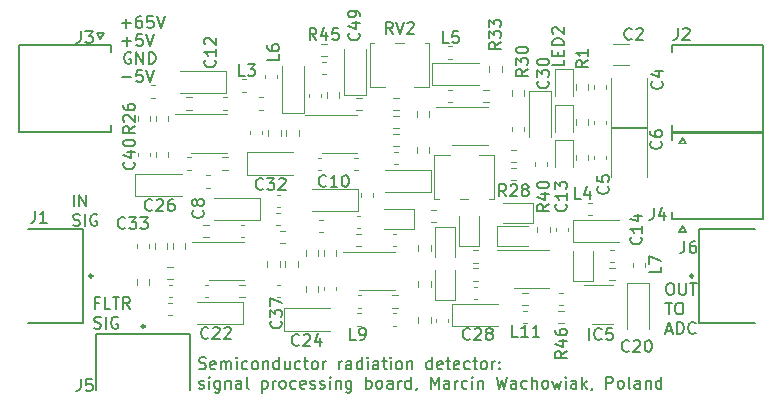
<source format=gto>
G04 #@! TF.GenerationSoftware,KiCad,Pcbnew,5.1.10-88a1d61d58~88~ubuntu18.04.1*
G04 #@! TF.CreationDate,2021-10-01T18:12:45+02:00*
G04 #@! TF.ProjectId,signal_processing,7369676e-616c-45f7-9072-6f6365737369,rev?*
G04 #@! TF.SameCoordinates,Original*
G04 #@! TF.FileFunction,Legend,Top*
G04 #@! TF.FilePolarity,Positive*
%FSLAX46Y46*%
G04 Gerber Fmt 4.6, Leading zero omitted, Abs format (unit mm)*
G04 Created by KiCad (PCBNEW 5.1.10-88a1d61d58~88~ubuntu18.04.1) date 2021-10-01 18:12:45*
%MOMM*%
%LPD*%
G01*
G04 APERTURE LIST*
%ADD10C,0.150000*%
%ADD11C,0.120000*%
%ADD12C,0.127000*%
%ADD13C,0.250000*%
%ADD14C,0.010000*%
%ADD15R,1.300000X1.600000*%
%ADD16R,2.000000X1.600000*%
%ADD17R,1.060000X0.650000*%
%ADD18R,5.000000X1.200000*%
%ADD19R,5.000000X1.600000*%
%ADD20R,1.200000X5.000000*%
%ADD21R,1.600000X5.000000*%
%ADD22R,0.450000X0.600000*%
%ADD23R,0.600000X0.450000*%
G04 APERTURE END LIST*
D10*
X125065404Y-93742000D02*
X124970166Y-93694380D01*
X124827309Y-93694380D01*
X124684452Y-93742000D01*
X124589214Y-93837238D01*
X124541595Y-93932476D01*
X124493976Y-94122952D01*
X124493976Y-94265809D01*
X124541595Y-94456285D01*
X124589214Y-94551523D01*
X124684452Y-94646761D01*
X124827309Y-94694380D01*
X124922547Y-94694380D01*
X125065404Y-94646761D01*
X125113023Y-94599142D01*
X125113023Y-94265809D01*
X124922547Y-94265809D01*
X125541595Y-94694380D02*
X125541595Y-93694380D01*
X126113023Y-94694380D01*
X126113023Y-93694380D01*
X126589214Y-94694380D02*
X126589214Y-93694380D01*
X126827309Y-93694380D01*
X126970166Y-93742000D01*
X127065404Y-93837238D01*
X127113023Y-93932476D01*
X127160642Y-94122952D01*
X127160642Y-94265809D01*
X127113023Y-94456285D01*
X127065404Y-94551523D01*
X126970166Y-94646761D01*
X126827309Y-94694380D01*
X126589214Y-94694380D01*
X124287595Y-91265428D02*
X125049500Y-91265428D01*
X124668547Y-91646380D02*
X124668547Y-90884476D01*
X125954261Y-90646380D02*
X125763785Y-90646380D01*
X125668547Y-90694000D01*
X125620928Y-90741619D01*
X125525690Y-90884476D01*
X125478071Y-91074952D01*
X125478071Y-91455904D01*
X125525690Y-91551142D01*
X125573309Y-91598761D01*
X125668547Y-91646380D01*
X125859023Y-91646380D01*
X125954261Y-91598761D01*
X126001880Y-91551142D01*
X126049500Y-91455904D01*
X126049500Y-91217809D01*
X126001880Y-91122571D01*
X125954261Y-91074952D01*
X125859023Y-91027333D01*
X125668547Y-91027333D01*
X125573309Y-91074952D01*
X125525690Y-91122571D01*
X125478071Y-91217809D01*
X126954261Y-90646380D02*
X126478071Y-90646380D01*
X126430452Y-91122571D01*
X126478071Y-91074952D01*
X126573309Y-91027333D01*
X126811404Y-91027333D01*
X126906642Y-91074952D01*
X126954261Y-91122571D01*
X127001880Y-91217809D01*
X127001880Y-91455904D01*
X126954261Y-91551142D01*
X126906642Y-91598761D01*
X126811404Y-91646380D01*
X126573309Y-91646380D01*
X126478071Y-91598761D01*
X126430452Y-91551142D01*
X127287595Y-90646380D02*
X127620928Y-91646380D01*
X127954261Y-90646380D01*
X124340114Y-95837428D02*
X125102019Y-95837428D01*
X126054399Y-95218380D02*
X125578209Y-95218380D01*
X125530590Y-95694571D01*
X125578209Y-95646952D01*
X125673447Y-95599333D01*
X125911542Y-95599333D01*
X126006780Y-95646952D01*
X126054399Y-95694571D01*
X126102019Y-95789809D01*
X126102019Y-96027904D01*
X126054399Y-96123142D01*
X126006780Y-96170761D01*
X125911542Y-96218380D01*
X125673447Y-96218380D01*
X125578209Y-96170761D01*
X125530590Y-96123142D01*
X126387733Y-95218380D02*
X126721066Y-96218380D01*
X127054399Y-95218380D01*
X124340114Y-92789428D02*
X125102019Y-92789428D01*
X124721066Y-93170380D02*
X124721066Y-92408476D01*
X126054399Y-92170380D02*
X125578209Y-92170380D01*
X125530590Y-92646571D01*
X125578209Y-92598952D01*
X125673447Y-92551333D01*
X125911542Y-92551333D01*
X126006780Y-92598952D01*
X126054399Y-92646571D01*
X126102019Y-92741809D01*
X126102019Y-92979904D01*
X126054399Y-93075142D01*
X126006780Y-93122761D01*
X125911542Y-93170380D01*
X125673447Y-93170380D01*
X125578209Y-93122761D01*
X125530590Y-93075142D01*
X126387733Y-92170380D02*
X126721066Y-93170380D01*
X127054399Y-92170380D01*
X130843976Y-120483761D02*
X130986833Y-120531380D01*
X131224928Y-120531380D01*
X131320166Y-120483761D01*
X131367785Y-120436142D01*
X131415404Y-120340904D01*
X131415404Y-120245666D01*
X131367785Y-120150428D01*
X131320166Y-120102809D01*
X131224928Y-120055190D01*
X131034452Y-120007571D01*
X130939214Y-119959952D01*
X130891595Y-119912333D01*
X130843976Y-119817095D01*
X130843976Y-119721857D01*
X130891595Y-119626619D01*
X130939214Y-119579000D01*
X131034452Y-119531380D01*
X131272547Y-119531380D01*
X131415404Y-119579000D01*
X132224928Y-120483761D02*
X132129690Y-120531380D01*
X131939214Y-120531380D01*
X131843976Y-120483761D01*
X131796357Y-120388523D01*
X131796357Y-120007571D01*
X131843976Y-119912333D01*
X131939214Y-119864714D01*
X132129690Y-119864714D01*
X132224928Y-119912333D01*
X132272547Y-120007571D01*
X132272547Y-120102809D01*
X131796357Y-120198047D01*
X132701119Y-120531380D02*
X132701119Y-119864714D01*
X132701119Y-119959952D02*
X132748738Y-119912333D01*
X132843976Y-119864714D01*
X132986833Y-119864714D01*
X133082071Y-119912333D01*
X133129690Y-120007571D01*
X133129690Y-120531380D01*
X133129690Y-120007571D02*
X133177309Y-119912333D01*
X133272547Y-119864714D01*
X133415404Y-119864714D01*
X133510642Y-119912333D01*
X133558261Y-120007571D01*
X133558261Y-120531380D01*
X134034452Y-120531380D02*
X134034452Y-119864714D01*
X134034452Y-119531380D02*
X133986833Y-119579000D01*
X134034452Y-119626619D01*
X134082071Y-119579000D01*
X134034452Y-119531380D01*
X134034452Y-119626619D01*
X134939214Y-120483761D02*
X134843976Y-120531380D01*
X134653500Y-120531380D01*
X134558261Y-120483761D01*
X134510642Y-120436142D01*
X134463023Y-120340904D01*
X134463023Y-120055190D01*
X134510642Y-119959952D01*
X134558261Y-119912333D01*
X134653500Y-119864714D01*
X134843976Y-119864714D01*
X134939214Y-119912333D01*
X135510642Y-120531380D02*
X135415404Y-120483761D01*
X135367785Y-120436142D01*
X135320166Y-120340904D01*
X135320166Y-120055190D01*
X135367785Y-119959952D01*
X135415404Y-119912333D01*
X135510642Y-119864714D01*
X135653500Y-119864714D01*
X135748738Y-119912333D01*
X135796357Y-119959952D01*
X135843976Y-120055190D01*
X135843976Y-120340904D01*
X135796357Y-120436142D01*
X135748738Y-120483761D01*
X135653500Y-120531380D01*
X135510642Y-120531380D01*
X136272547Y-119864714D02*
X136272547Y-120531380D01*
X136272547Y-119959952D02*
X136320166Y-119912333D01*
X136415404Y-119864714D01*
X136558261Y-119864714D01*
X136653500Y-119912333D01*
X136701119Y-120007571D01*
X136701119Y-120531380D01*
X137605880Y-120531380D02*
X137605880Y-119531380D01*
X137605880Y-120483761D02*
X137510642Y-120531380D01*
X137320166Y-120531380D01*
X137224928Y-120483761D01*
X137177309Y-120436142D01*
X137129690Y-120340904D01*
X137129690Y-120055190D01*
X137177309Y-119959952D01*
X137224928Y-119912333D01*
X137320166Y-119864714D01*
X137510642Y-119864714D01*
X137605880Y-119912333D01*
X138510642Y-119864714D02*
X138510642Y-120531380D01*
X138082071Y-119864714D02*
X138082071Y-120388523D01*
X138129690Y-120483761D01*
X138224928Y-120531380D01*
X138367785Y-120531380D01*
X138463023Y-120483761D01*
X138510642Y-120436142D01*
X139415404Y-120483761D02*
X139320166Y-120531380D01*
X139129690Y-120531380D01*
X139034452Y-120483761D01*
X138986833Y-120436142D01*
X138939214Y-120340904D01*
X138939214Y-120055190D01*
X138986833Y-119959952D01*
X139034452Y-119912333D01*
X139129690Y-119864714D01*
X139320166Y-119864714D01*
X139415404Y-119912333D01*
X139701119Y-119864714D02*
X140082071Y-119864714D01*
X139843976Y-119531380D02*
X139843976Y-120388523D01*
X139891595Y-120483761D01*
X139986833Y-120531380D01*
X140082071Y-120531380D01*
X140558261Y-120531380D02*
X140463023Y-120483761D01*
X140415404Y-120436142D01*
X140367785Y-120340904D01*
X140367785Y-120055190D01*
X140415404Y-119959952D01*
X140463023Y-119912333D01*
X140558261Y-119864714D01*
X140701119Y-119864714D01*
X140796357Y-119912333D01*
X140843976Y-119959952D01*
X140891595Y-120055190D01*
X140891595Y-120340904D01*
X140843976Y-120436142D01*
X140796357Y-120483761D01*
X140701119Y-120531380D01*
X140558261Y-120531380D01*
X141320166Y-120531380D02*
X141320166Y-119864714D01*
X141320166Y-120055190D02*
X141367785Y-119959952D01*
X141415404Y-119912333D01*
X141510642Y-119864714D01*
X141605880Y-119864714D01*
X142701119Y-120531380D02*
X142701119Y-119864714D01*
X142701119Y-120055190D02*
X142748738Y-119959952D01*
X142796357Y-119912333D01*
X142891595Y-119864714D01*
X142986833Y-119864714D01*
X143748738Y-120531380D02*
X143748738Y-120007571D01*
X143701119Y-119912333D01*
X143605880Y-119864714D01*
X143415404Y-119864714D01*
X143320166Y-119912333D01*
X143748738Y-120483761D02*
X143653500Y-120531380D01*
X143415404Y-120531380D01*
X143320166Y-120483761D01*
X143272547Y-120388523D01*
X143272547Y-120293285D01*
X143320166Y-120198047D01*
X143415404Y-120150428D01*
X143653500Y-120150428D01*
X143748738Y-120102809D01*
X144653500Y-120531380D02*
X144653500Y-119531380D01*
X144653500Y-120483761D02*
X144558261Y-120531380D01*
X144367785Y-120531380D01*
X144272547Y-120483761D01*
X144224928Y-120436142D01*
X144177309Y-120340904D01*
X144177309Y-120055190D01*
X144224928Y-119959952D01*
X144272547Y-119912333D01*
X144367785Y-119864714D01*
X144558261Y-119864714D01*
X144653500Y-119912333D01*
X145129690Y-120531380D02*
X145129690Y-119864714D01*
X145129690Y-119531380D02*
X145082071Y-119579000D01*
X145129690Y-119626619D01*
X145177309Y-119579000D01*
X145129690Y-119531380D01*
X145129690Y-119626619D01*
X146034452Y-120531380D02*
X146034452Y-120007571D01*
X145986833Y-119912333D01*
X145891595Y-119864714D01*
X145701119Y-119864714D01*
X145605880Y-119912333D01*
X146034452Y-120483761D02*
X145939214Y-120531380D01*
X145701119Y-120531380D01*
X145605880Y-120483761D01*
X145558261Y-120388523D01*
X145558261Y-120293285D01*
X145605880Y-120198047D01*
X145701119Y-120150428D01*
X145939214Y-120150428D01*
X146034452Y-120102809D01*
X146367785Y-119864714D02*
X146748738Y-119864714D01*
X146510642Y-119531380D02*
X146510642Y-120388523D01*
X146558261Y-120483761D01*
X146653500Y-120531380D01*
X146748738Y-120531380D01*
X147082071Y-120531380D02*
X147082071Y-119864714D01*
X147082071Y-119531380D02*
X147034452Y-119579000D01*
X147082071Y-119626619D01*
X147129690Y-119579000D01*
X147082071Y-119531380D01*
X147082071Y-119626619D01*
X147701119Y-120531380D02*
X147605880Y-120483761D01*
X147558261Y-120436142D01*
X147510642Y-120340904D01*
X147510642Y-120055190D01*
X147558261Y-119959952D01*
X147605880Y-119912333D01*
X147701119Y-119864714D01*
X147843976Y-119864714D01*
X147939214Y-119912333D01*
X147986833Y-119959952D01*
X148034452Y-120055190D01*
X148034452Y-120340904D01*
X147986833Y-120436142D01*
X147939214Y-120483761D01*
X147843976Y-120531380D01*
X147701119Y-120531380D01*
X148463023Y-119864714D02*
X148463023Y-120531380D01*
X148463023Y-119959952D02*
X148510642Y-119912333D01*
X148605880Y-119864714D01*
X148748738Y-119864714D01*
X148843976Y-119912333D01*
X148891595Y-120007571D01*
X148891595Y-120531380D01*
X150558261Y-120531380D02*
X150558261Y-119531380D01*
X150558261Y-120483761D02*
X150463023Y-120531380D01*
X150272547Y-120531380D01*
X150177309Y-120483761D01*
X150129690Y-120436142D01*
X150082071Y-120340904D01*
X150082071Y-120055190D01*
X150129690Y-119959952D01*
X150177309Y-119912333D01*
X150272547Y-119864714D01*
X150463023Y-119864714D01*
X150558261Y-119912333D01*
X151415404Y-120483761D02*
X151320166Y-120531380D01*
X151129690Y-120531380D01*
X151034452Y-120483761D01*
X150986833Y-120388523D01*
X150986833Y-120007571D01*
X151034452Y-119912333D01*
X151129690Y-119864714D01*
X151320166Y-119864714D01*
X151415404Y-119912333D01*
X151463023Y-120007571D01*
X151463023Y-120102809D01*
X150986833Y-120198047D01*
X151748738Y-119864714D02*
X152129690Y-119864714D01*
X151891595Y-119531380D02*
X151891595Y-120388523D01*
X151939214Y-120483761D01*
X152034452Y-120531380D01*
X152129690Y-120531380D01*
X152843976Y-120483761D02*
X152748738Y-120531380D01*
X152558261Y-120531380D01*
X152463023Y-120483761D01*
X152415404Y-120388523D01*
X152415404Y-120007571D01*
X152463023Y-119912333D01*
X152558261Y-119864714D01*
X152748738Y-119864714D01*
X152843976Y-119912333D01*
X152891595Y-120007571D01*
X152891595Y-120102809D01*
X152415404Y-120198047D01*
X153748738Y-120483761D02*
X153653500Y-120531380D01*
X153463023Y-120531380D01*
X153367785Y-120483761D01*
X153320166Y-120436142D01*
X153272547Y-120340904D01*
X153272547Y-120055190D01*
X153320166Y-119959952D01*
X153367785Y-119912333D01*
X153463023Y-119864714D01*
X153653500Y-119864714D01*
X153748738Y-119912333D01*
X154034452Y-119864714D02*
X154415404Y-119864714D01*
X154177309Y-119531380D02*
X154177309Y-120388523D01*
X154224928Y-120483761D01*
X154320166Y-120531380D01*
X154415404Y-120531380D01*
X154891595Y-120531380D02*
X154796357Y-120483761D01*
X154748738Y-120436142D01*
X154701119Y-120340904D01*
X154701119Y-120055190D01*
X154748738Y-119959952D01*
X154796357Y-119912333D01*
X154891595Y-119864714D01*
X155034452Y-119864714D01*
X155129690Y-119912333D01*
X155177309Y-119959952D01*
X155224928Y-120055190D01*
X155224928Y-120340904D01*
X155177309Y-120436142D01*
X155129690Y-120483761D01*
X155034452Y-120531380D01*
X154891595Y-120531380D01*
X155653500Y-120531380D02*
X155653500Y-119864714D01*
X155653500Y-120055190D02*
X155701119Y-119959952D01*
X155748738Y-119912333D01*
X155843976Y-119864714D01*
X155939214Y-119864714D01*
X156272547Y-120436142D02*
X156320166Y-120483761D01*
X156272547Y-120531380D01*
X156224928Y-120483761D01*
X156272547Y-120436142D01*
X156272547Y-120531380D01*
X156272547Y-119912333D02*
X156320166Y-119959952D01*
X156272547Y-120007571D01*
X156224928Y-119959952D01*
X156272547Y-119912333D01*
X156272547Y-120007571D01*
X130843976Y-122133761D02*
X130939214Y-122181380D01*
X131129690Y-122181380D01*
X131224928Y-122133761D01*
X131272547Y-122038523D01*
X131272547Y-121990904D01*
X131224928Y-121895666D01*
X131129690Y-121848047D01*
X130986833Y-121848047D01*
X130891595Y-121800428D01*
X130843976Y-121705190D01*
X130843976Y-121657571D01*
X130891595Y-121562333D01*
X130986833Y-121514714D01*
X131129690Y-121514714D01*
X131224928Y-121562333D01*
X131701119Y-122181380D02*
X131701119Y-121514714D01*
X131701119Y-121181380D02*
X131653500Y-121229000D01*
X131701119Y-121276619D01*
X131748738Y-121229000D01*
X131701119Y-121181380D01*
X131701119Y-121276619D01*
X132605880Y-121514714D02*
X132605880Y-122324238D01*
X132558261Y-122419476D01*
X132510642Y-122467095D01*
X132415404Y-122514714D01*
X132272547Y-122514714D01*
X132177309Y-122467095D01*
X132605880Y-122133761D02*
X132510642Y-122181380D01*
X132320166Y-122181380D01*
X132224928Y-122133761D01*
X132177309Y-122086142D01*
X132129690Y-121990904D01*
X132129690Y-121705190D01*
X132177309Y-121609952D01*
X132224928Y-121562333D01*
X132320166Y-121514714D01*
X132510642Y-121514714D01*
X132605880Y-121562333D01*
X133082071Y-121514714D02*
X133082071Y-122181380D01*
X133082071Y-121609952D02*
X133129690Y-121562333D01*
X133224928Y-121514714D01*
X133367785Y-121514714D01*
X133463023Y-121562333D01*
X133510642Y-121657571D01*
X133510642Y-122181380D01*
X134415404Y-122181380D02*
X134415404Y-121657571D01*
X134367785Y-121562333D01*
X134272547Y-121514714D01*
X134082071Y-121514714D01*
X133986833Y-121562333D01*
X134415404Y-122133761D02*
X134320166Y-122181380D01*
X134082071Y-122181380D01*
X133986833Y-122133761D01*
X133939214Y-122038523D01*
X133939214Y-121943285D01*
X133986833Y-121848047D01*
X134082071Y-121800428D01*
X134320166Y-121800428D01*
X134415404Y-121752809D01*
X135034452Y-122181380D02*
X134939214Y-122133761D01*
X134891595Y-122038523D01*
X134891595Y-121181380D01*
X136177309Y-121514714D02*
X136177309Y-122514714D01*
X136177309Y-121562333D02*
X136272547Y-121514714D01*
X136463023Y-121514714D01*
X136558261Y-121562333D01*
X136605880Y-121609952D01*
X136653500Y-121705190D01*
X136653500Y-121990904D01*
X136605880Y-122086142D01*
X136558261Y-122133761D01*
X136463023Y-122181380D01*
X136272547Y-122181380D01*
X136177309Y-122133761D01*
X137082071Y-122181380D02*
X137082071Y-121514714D01*
X137082071Y-121705190D02*
X137129690Y-121609952D01*
X137177309Y-121562333D01*
X137272547Y-121514714D01*
X137367785Y-121514714D01*
X137843976Y-122181380D02*
X137748738Y-122133761D01*
X137701119Y-122086142D01*
X137653500Y-121990904D01*
X137653500Y-121705190D01*
X137701119Y-121609952D01*
X137748738Y-121562333D01*
X137843976Y-121514714D01*
X137986833Y-121514714D01*
X138082071Y-121562333D01*
X138129690Y-121609952D01*
X138177309Y-121705190D01*
X138177309Y-121990904D01*
X138129690Y-122086142D01*
X138082071Y-122133761D01*
X137986833Y-122181380D01*
X137843976Y-122181380D01*
X139034452Y-122133761D02*
X138939214Y-122181380D01*
X138748738Y-122181380D01*
X138653500Y-122133761D01*
X138605880Y-122086142D01*
X138558261Y-121990904D01*
X138558261Y-121705190D01*
X138605880Y-121609952D01*
X138653500Y-121562333D01*
X138748738Y-121514714D01*
X138939214Y-121514714D01*
X139034452Y-121562333D01*
X139843976Y-122133761D02*
X139748738Y-122181380D01*
X139558261Y-122181380D01*
X139463023Y-122133761D01*
X139415404Y-122038523D01*
X139415404Y-121657571D01*
X139463023Y-121562333D01*
X139558261Y-121514714D01*
X139748738Y-121514714D01*
X139843976Y-121562333D01*
X139891595Y-121657571D01*
X139891595Y-121752809D01*
X139415404Y-121848047D01*
X140272547Y-122133761D02*
X140367785Y-122181380D01*
X140558261Y-122181380D01*
X140653500Y-122133761D01*
X140701119Y-122038523D01*
X140701119Y-121990904D01*
X140653500Y-121895666D01*
X140558261Y-121848047D01*
X140415404Y-121848047D01*
X140320166Y-121800428D01*
X140272547Y-121705190D01*
X140272547Y-121657571D01*
X140320166Y-121562333D01*
X140415404Y-121514714D01*
X140558261Y-121514714D01*
X140653500Y-121562333D01*
X141082071Y-122133761D02*
X141177309Y-122181380D01*
X141367785Y-122181380D01*
X141463023Y-122133761D01*
X141510642Y-122038523D01*
X141510642Y-121990904D01*
X141463023Y-121895666D01*
X141367785Y-121848047D01*
X141224928Y-121848047D01*
X141129690Y-121800428D01*
X141082071Y-121705190D01*
X141082071Y-121657571D01*
X141129690Y-121562333D01*
X141224928Y-121514714D01*
X141367785Y-121514714D01*
X141463023Y-121562333D01*
X141939214Y-122181380D02*
X141939214Y-121514714D01*
X141939214Y-121181380D02*
X141891595Y-121229000D01*
X141939214Y-121276619D01*
X141986833Y-121229000D01*
X141939214Y-121181380D01*
X141939214Y-121276619D01*
X142415404Y-121514714D02*
X142415404Y-122181380D01*
X142415404Y-121609952D02*
X142463023Y-121562333D01*
X142558261Y-121514714D01*
X142701119Y-121514714D01*
X142796357Y-121562333D01*
X142843976Y-121657571D01*
X142843976Y-122181380D01*
X143748738Y-121514714D02*
X143748738Y-122324238D01*
X143701119Y-122419476D01*
X143653500Y-122467095D01*
X143558261Y-122514714D01*
X143415404Y-122514714D01*
X143320166Y-122467095D01*
X143748738Y-122133761D02*
X143653500Y-122181380D01*
X143463023Y-122181380D01*
X143367785Y-122133761D01*
X143320166Y-122086142D01*
X143272547Y-121990904D01*
X143272547Y-121705190D01*
X143320166Y-121609952D01*
X143367785Y-121562333D01*
X143463023Y-121514714D01*
X143653500Y-121514714D01*
X143748738Y-121562333D01*
X144986833Y-122181380D02*
X144986833Y-121181380D01*
X144986833Y-121562333D02*
X145082071Y-121514714D01*
X145272547Y-121514714D01*
X145367785Y-121562333D01*
X145415404Y-121609952D01*
X145463023Y-121705190D01*
X145463023Y-121990904D01*
X145415404Y-122086142D01*
X145367785Y-122133761D01*
X145272547Y-122181380D01*
X145082071Y-122181380D01*
X144986833Y-122133761D01*
X146034452Y-122181380D02*
X145939214Y-122133761D01*
X145891595Y-122086142D01*
X145843976Y-121990904D01*
X145843976Y-121705190D01*
X145891595Y-121609952D01*
X145939214Y-121562333D01*
X146034452Y-121514714D01*
X146177309Y-121514714D01*
X146272547Y-121562333D01*
X146320166Y-121609952D01*
X146367785Y-121705190D01*
X146367785Y-121990904D01*
X146320166Y-122086142D01*
X146272547Y-122133761D01*
X146177309Y-122181380D01*
X146034452Y-122181380D01*
X147224928Y-122181380D02*
X147224928Y-121657571D01*
X147177309Y-121562333D01*
X147082071Y-121514714D01*
X146891595Y-121514714D01*
X146796357Y-121562333D01*
X147224928Y-122133761D02*
X147129690Y-122181380D01*
X146891595Y-122181380D01*
X146796357Y-122133761D01*
X146748738Y-122038523D01*
X146748738Y-121943285D01*
X146796357Y-121848047D01*
X146891595Y-121800428D01*
X147129690Y-121800428D01*
X147224928Y-121752809D01*
X147701119Y-122181380D02*
X147701119Y-121514714D01*
X147701119Y-121705190D02*
X147748738Y-121609952D01*
X147796357Y-121562333D01*
X147891595Y-121514714D01*
X147986833Y-121514714D01*
X148748738Y-122181380D02*
X148748738Y-121181380D01*
X148748738Y-122133761D02*
X148653500Y-122181380D01*
X148463023Y-122181380D01*
X148367785Y-122133761D01*
X148320166Y-122086142D01*
X148272547Y-121990904D01*
X148272547Y-121705190D01*
X148320166Y-121609952D01*
X148367785Y-121562333D01*
X148463023Y-121514714D01*
X148653500Y-121514714D01*
X148748738Y-121562333D01*
X149272547Y-122133761D02*
X149272547Y-122181380D01*
X149224928Y-122276619D01*
X149177309Y-122324238D01*
X150463023Y-122181380D02*
X150463023Y-121181380D01*
X150796357Y-121895666D01*
X151129690Y-121181380D01*
X151129690Y-122181380D01*
X152034452Y-122181380D02*
X152034452Y-121657571D01*
X151986833Y-121562333D01*
X151891595Y-121514714D01*
X151701119Y-121514714D01*
X151605880Y-121562333D01*
X152034452Y-122133761D02*
X151939214Y-122181380D01*
X151701119Y-122181380D01*
X151605880Y-122133761D01*
X151558261Y-122038523D01*
X151558261Y-121943285D01*
X151605880Y-121848047D01*
X151701119Y-121800428D01*
X151939214Y-121800428D01*
X152034452Y-121752809D01*
X152510642Y-122181380D02*
X152510642Y-121514714D01*
X152510642Y-121705190D02*
X152558261Y-121609952D01*
X152605880Y-121562333D01*
X152701119Y-121514714D01*
X152796357Y-121514714D01*
X153558261Y-122133761D02*
X153463023Y-122181380D01*
X153272547Y-122181380D01*
X153177309Y-122133761D01*
X153129690Y-122086142D01*
X153082071Y-121990904D01*
X153082071Y-121705190D01*
X153129690Y-121609952D01*
X153177309Y-121562333D01*
X153272547Y-121514714D01*
X153463023Y-121514714D01*
X153558261Y-121562333D01*
X153986833Y-122181380D02*
X153986833Y-121514714D01*
X153986833Y-121181380D02*
X153939214Y-121229000D01*
X153986833Y-121276619D01*
X154034452Y-121229000D01*
X153986833Y-121181380D01*
X153986833Y-121276619D01*
X154463023Y-121514714D02*
X154463023Y-122181380D01*
X154463023Y-121609952D02*
X154510642Y-121562333D01*
X154605880Y-121514714D01*
X154748738Y-121514714D01*
X154843976Y-121562333D01*
X154891595Y-121657571D01*
X154891595Y-122181380D01*
X156034452Y-121181380D02*
X156272547Y-122181380D01*
X156463023Y-121467095D01*
X156653500Y-122181380D01*
X156891595Y-121181380D01*
X157701119Y-122181380D02*
X157701119Y-121657571D01*
X157653500Y-121562333D01*
X157558261Y-121514714D01*
X157367785Y-121514714D01*
X157272547Y-121562333D01*
X157701119Y-122133761D02*
X157605880Y-122181380D01*
X157367785Y-122181380D01*
X157272547Y-122133761D01*
X157224928Y-122038523D01*
X157224928Y-121943285D01*
X157272547Y-121848047D01*
X157367785Y-121800428D01*
X157605880Y-121800428D01*
X157701119Y-121752809D01*
X158605880Y-122133761D02*
X158510642Y-122181380D01*
X158320166Y-122181380D01*
X158224928Y-122133761D01*
X158177309Y-122086142D01*
X158129690Y-121990904D01*
X158129690Y-121705190D01*
X158177309Y-121609952D01*
X158224928Y-121562333D01*
X158320166Y-121514714D01*
X158510642Y-121514714D01*
X158605880Y-121562333D01*
X159034452Y-122181380D02*
X159034452Y-121181380D01*
X159463023Y-122181380D02*
X159463023Y-121657571D01*
X159415404Y-121562333D01*
X159320166Y-121514714D01*
X159177309Y-121514714D01*
X159082071Y-121562333D01*
X159034452Y-121609952D01*
X160082071Y-122181380D02*
X159986833Y-122133761D01*
X159939214Y-122086142D01*
X159891595Y-121990904D01*
X159891595Y-121705190D01*
X159939214Y-121609952D01*
X159986833Y-121562333D01*
X160082071Y-121514714D01*
X160224928Y-121514714D01*
X160320166Y-121562333D01*
X160367785Y-121609952D01*
X160415404Y-121705190D01*
X160415404Y-121990904D01*
X160367785Y-122086142D01*
X160320166Y-122133761D01*
X160224928Y-122181380D01*
X160082071Y-122181380D01*
X160748738Y-121514714D02*
X160939214Y-122181380D01*
X161129690Y-121705190D01*
X161320166Y-122181380D01*
X161510642Y-121514714D01*
X161891595Y-122181380D02*
X161891595Y-121514714D01*
X161891595Y-121181380D02*
X161843976Y-121229000D01*
X161891595Y-121276619D01*
X161939214Y-121229000D01*
X161891595Y-121181380D01*
X161891595Y-121276619D01*
X162796357Y-122181380D02*
X162796357Y-121657571D01*
X162748738Y-121562333D01*
X162653500Y-121514714D01*
X162463023Y-121514714D01*
X162367785Y-121562333D01*
X162796357Y-122133761D02*
X162701119Y-122181380D01*
X162463023Y-122181380D01*
X162367785Y-122133761D01*
X162320166Y-122038523D01*
X162320166Y-121943285D01*
X162367785Y-121848047D01*
X162463023Y-121800428D01*
X162701119Y-121800428D01*
X162796357Y-121752809D01*
X163272547Y-122181380D02*
X163272547Y-121181380D01*
X163367785Y-121800428D02*
X163653500Y-122181380D01*
X163653500Y-121514714D02*
X163272547Y-121895666D01*
X164129690Y-122133761D02*
X164129690Y-122181380D01*
X164082071Y-122276619D01*
X164034452Y-122324238D01*
X165320166Y-122181380D02*
X165320166Y-121181380D01*
X165701119Y-121181380D01*
X165796357Y-121229000D01*
X165843976Y-121276619D01*
X165891595Y-121371857D01*
X165891595Y-121514714D01*
X165843976Y-121609952D01*
X165796357Y-121657571D01*
X165701119Y-121705190D01*
X165320166Y-121705190D01*
X166463023Y-122181380D02*
X166367785Y-122133761D01*
X166320166Y-122086142D01*
X166272547Y-121990904D01*
X166272547Y-121705190D01*
X166320166Y-121609952D01*
X166367785Y-121562333D01*
X166463023Y-121514714D01*
X166605880Y-121514714D01*
X166701119Y-121562333D01*
X166748738Y-121609952D01*
X166796357Y-121705190D01*
X166796357Y-121990904D01*
X166748738Y-122086142D01*
X166701119Y-122133761D01*
X166605880Y-122181380D01*
X166463023Y-122181380D01*
X167367785Y-122181380D02*
X167272547Y-122133761D01*
X167224928Y-122038523D01*
X167224928Y-121181380D01*
X168177309Y-122181380D02*
X168177309Y-121657571D01*
X168129690Y-121562333D01*
X168034452Y-121514714D01*
X167843976Y-121514714D01*
X167748738Y-121562333D01*
X168177309Y-122133761D02*
X168082071Y-122181380D01*
X167843976Y-122181380D01*
X167748738Y-122133761D01*
X167701119Y-122038523D01*
X167701119Y-121943285D01*
X167748738Y-121848047D01*
X167843976Y-121800428D01*
X168082071Y-121800428D01*
X168177309Y-121752809D01*
X168653500Y-121514714D02*
X168653500Y-122181380D01*
X168653500Y-121609952D02*
X168701119Y-121562333D01*
X168796357Y-121514714D01*
X168939214Y-121514714D01*
X169034452Y-121562333D01*
X169082071Y-121657571D01*
X169082071Y-122181380D01*
X169986833Y-122181380D02*
X169986833Y-121181380D01*
X169986833Y-122133761D02*
X169891595Y-122181380D01*
X169701119Y-122181380D01*
X169605880Y-122133761D01*
X169558261Y-122086142D01*
X169510642Y-121990904D01*
X169510642Y-121705190D01*
X169558261Y-121609952D01*
X169605880Y-121562333D01*
X169701119Y-121514714D01*
X169891595Y-121514714D01*
X169986833Y-121562333D01*
X120223595Y-106760380D02*
X120223595Y-105760380D01*
X120699785Y-106760380D02*
X120699785Y-105760380D01*
X121271214Y-106760380D01*
X121271214Y-105760380D01*
X120175976Y-108362761D02*
X120318833Y-108410380D01*
X120556928Y-108410380D01*
X120652166Y-108362761D01*
X120699785Y-108315142D01*
X120747404Y-108219904D01*
X120747404Y-108124666D01*
X120699785Y-108029428D01*
X120652166Y-107981809D01*
X120556928Y-107934190D01*
X120366452Y-107886571D01*
X120271214Y-107838952D01*
X120223595Y-107791333D01*
X120175976Y-107696095D01*
X120175976Y-107600857D01*
X120223595Y-107505619D01*
X120271214Y-107458000D01*
X120366452Y-107410380D01*
X120604547Y-107410380D01*
X120747404Y-107458000D01*
X121175976Y-108410380D02*
X121175976Y-107410380D01*
X122175976Y-107458000D02*
X122080738Y-107410380D01*
X121937880Y-107410380D01*
X121795023Y-107458000D01*
X121699785Y-107553238D01*
X121652166Y-107648476D01*
X121604547Y-107838952D01*
X121604547Y-107981809D01*
X121652166Y-108172285D01*
X121699785Y-108267523D01*
X121795023Y-108362761D01*
X121937880Y-108410380D01*
X122033119Y-108410380D01*
X122175976Y-108362761D01*
X122223595Y-108315142D01*
X122223595Y-107981809D01*
X122033119Y-107981809D01*
X170642571Y-113254380D02*
X170833047Y-113254380D01*
X170928285Y-113302000D01*
X171023523Y-113397238D01*
X171071142Y-113587714D01*
X171071142Y-113921047D01*
X171023523Y-114111523D01*
X170928285Y-114206761D01*
X170833047Y-114254380D01*
X170642571Y-114254380D01*
X170547333Y-114206761D01*
X170452095Y-114111523D01*
X170404476Y-113921047D01*
X170404476Y-113587714D01*
X170452095Y-113397238D01*
X170547333Y-113302000D01*
X170642571Y-113254380D01*
X171499714Y-113254380D02*
X171499714Y-114063904D01*
X171547333Y-114159142D01*
X171594952Y-114206761D01*
X171690190Y-114254380D01*
X171880666Y-114254380D01*
X171975904Y-114206761D01*
X172023523Y-114159142D01*
X172071142Y-114063904D01*
X172071142Y-113254380D01*
X172404476Y-113254380D02*
X172975904Y-113254380D01*
X172690190Y-114254380D02*
X172690190Y-113254380D01*
X170309238Y-114904380D02*
X170880666Y-114904380D01*
X170594952Y-115904380D02*
X170594952Y-114904380D01*
X171404476Y-114904380D02*
X171594952Y-114904380D01*
X171690190Y-114952000D01*
X171785428Y-115047238D01*
X171833047Y-115237714D01*
X171833047Y-115571047D01*
X171785428Y-115761523D01*
X171690190Y-115856761D01*
X171594952Y-115904380D01*
X171404476Y-115904380D01*
X171309238Y-115856761D01*
X171214000Y-115761523D01*
X171166380Y-115571047D01*
X171166380Y-115237714D01*
X171214000Y-115047238D01*
X171309238Y-114952000D01*
X171404476Y-114904380D01*
X170404476Y-117268666D02*
X170880666Y-117268666D01*
X170309238Y-117554380D02*
X170642571Y-116554380D01*
X170975904Y-117554380D01*
X171309238Y-117554380D02*
X171309238Y-116554380D01*
X171547333Y-116554380D01*
X171690190Y-116602000D01*
X171785428Y-116697238D01*
X171833047Y-116792476D01*
X171880666Y-116982952D01*
X171880666Y-117125809D01*
X171833047Y-117316285D01*
X171785428Y-117411523D01*
X171690190Y-117506761D01*
X171547333Y-117554380D01*
X171309238Y-117554380D01*
X172880666Y-117459142D02*
X172833047Y-117506761D01*
X172690190Y-117554380D01*
X172594952Y-117554380D01*
X172452095Y-117506761D01*
X172356857Y-117411523D01*
X172309238Y-117316285D01*
X172261619Y-117125809D01*
X172261619Y-116982952D01*
X172309238Y-116792476D01*
X172356857Y-116697238D01*
X172452095Y-116602000D01*
X172594952Y-116554380D01*
X172690190Y-116554380D01*
X172833047Y-116602000D01*
X172880666Y-116649619D01*
X122334928Y-114927571D02*
X122001595Y-114927571D01*
X122001595Y-115451380D02*
X122001595Y-114451380D01*
X122477785Y-114451380D01*
X123334928Y-115451380D02*
X122858738Y-115451380D01*
X122858738Y-114451380D01*
X123525404Y-114451380D02*
X124096833Y-114451380D01*
X123811119Y-115451380D02*
X123811119Y-114451380D01*
X125001595Y-115451380D02*
X124668261Y-114975190D01*
X124430166Y-115451380D02*
X124430166Y-114451380D01*
X124811119Y-114451380D01*
X124906357Y-114499000D01*
X124953976Y-114546619D01*
X125001595Y-114641857D01*
X125001595Y-114784714D01*
X124953976Y-114879952D01*
X124906357Y-114927571D01*
X124811119Y-114975190D01*
X124430166Y-114975190D01*
X121953976Y-117053761D02*
X122096833Y-117101380D01*
X122334928Y-117101380D01*
X122430166Y-117053761D01*
X122477785Y-117006142D01*
X122525404Y-116910904D01*
X122525404Y-116815666D01*
X122477785Y-116720428D01*
X122430166Y-116672809D01*
X122334928Y-116625190D01*
X122144452Y-116577571D01*
X122049214Y-116529952D01*
X122001595Y-116482333D01*
X121953976Y-116387095D01*
X121953976Y-116291857D01*
X122001595Y-116196619D01*
X122049214Y-116149000D01*
X122144452Y-116101380D01*
X122382547Y-116101380D01*
X122525404Y-116149000D01*
X122953976Y-117101380D02*
X122953976Y-116101380D01*
X123953976Y-116149000D02*
X123858738Y-116101380D01*
X123715880Y-116101380D01*
X123573023Y-116149000D01*
X123477785Y-116244238D01*
X123430166Y-116339476D01*
X123382547Y-116529952D01*
X123382547Y-116672809D01*
X123430166Y-116863285D01*
X123477785Y-116958523D01*
X123573023Y-117053761D01*
X123715880Y-117101380D01*
X123811119Y-117101380D01*
X123953976Y-117053761D01*
X124001595Y-117006142D01*
X124001595Y-116672809D01*
X123811119Y-116672809D01*
D11*
X147747758Y-98630000D02*
X147273242Y-98630000D01*
X147747758Y-97585000D02*
X147273242Y-97585000D01*
X145923000Y-110594500D02*
X142998000Y-110594500D01*
X145923000Y-110594500D02*
X147423000Y-110594500D01*
X145923000Y-113814500D02*
X144423000Y-113814500D01*
X145923000Y-113814500D02*
X147423000Y-113814500D01*
X142748000Y-99037500D02*
X139823000Y-99037500D01*
X142748000Y-99037500D02*
X144248000Y-99037500D01*
X142748000Y-102257500D02*
X141248000Y-102257500D01*
X142748000Y-102257500D02*
X144248000Y-102257500D01*
X153797000Y-98339000D02*
X150872000Y-98339000D01*
X153797000Y-98339000D02*
X155297000Y-98339000D01*
X153797000Y-101559000D02*
X152297000Y-101559000D01*
X153797000Y-101559000D02*
X155297000Y-101559000D01*
X158999700Y-110424200D02*
X156074700Y-110424200D01*
X158999700Y-110424200D02*
X160499700Y-110424200D01*
X158999700Y-113644200D02*
X157499700Y-113644200D01*
X158999700Y-113644200D02*
X160499700Y-113644200D01*
X131699000Y-98974000D02*
X128774000Y-98974000D01*
X131699000Y-98974000D02*
X133199000Y-98974000D01*
X131699000Y-102194000D02*
X130199000Y-102194000D01*
X131699000Y-102194000D02*
X133199000Y-102194000D01*
X133159500Y-109769000D02*
X130234500Y-109769000D01*
X133159500Y-109769000D02*
X134659500Y-109769000D01*
X133159500Y-112989000D02*
X131659500Y-112989000D01*
X133159500Y-112989000D02*
X134659500Y-112989000D01*
X127077080Y-96518000D02*
X126795920Y-96518000D01*
X127077080Y-97538000D02*
X126795920Y-97538000D01*
X147747758Y-101678000D02*
X147273242Y-101678000D01*
X147747758Y-100633000D02*
X147273242Y-100633000D01*
X147273242Y-99109000D02*
X147747758Y-99109000D01*
X147273242Y-100154000D02*
X147747758Y-100154000D01*
X155433500Y-95360258D02*
X155433500Y-94885742D01*
X156478500Y-95360258D02*
X156478500Y-94885742D01*
X157338500Y-97392258D02*
X157338500Y-96917742D01*
X158383500Y-97392258D02*
X158383500Y-96917742D01*
X151149000Y-106137000D02*
X150769000Y-106137000D01*
X155809000Y-106137000D02*
X155429000Y-106137000D01*
X153649000Y-106137000D02*
X152929000Y-106137000D01*
X155809000Y-102397000D02*
X154529000Y-102397000D01*
X152049000Y-102397000D02*
X150769000Y-102397000D01*
X155809000Y-106137000D02*
X155809000Y-102397000D01*
X150769000Y-106137000D02*
X150769000Y-102397000D01*
X149968000Y-92935500D02*
X150348000Y-92935500D01*
X145308000Y-92935500D02*
X145688000Y-92935500D01*
X147468000Y-92935500D02*
X148188000Y-92935500D01*
X145308000Y-96675500D02*
X146588000Y-96675500D01*
X149068000Y-96675500D02*
X150348000Y-96675500D01*
X145308000Y-92935500D02*
X145308000Y-96675500D01*
X150348000Y-92935500D02*
X150348000Y-96675500D01*
X146609000Y-105519500D02*
X150519000Y-105519500D01*
X150519000Y-105519500D02*
X150519000Y-103649500D01*
X150519000Y-103649500D02*
X146609000Y-103649500D01*
X147651080Y-103189500D02*
X147369920Y-103189500D01*
X147651080Y-102169500D02*
X147369920Y-102169500D01*
X164073000Y-116672000D02*
X165873000Y-116672000D01*
X165873000Y-113452000D02*
X163423000Y-113452000D01*
X129681500Y-109871742D02*
X129681500Y-110346258D01*
X128636500Y-109871742D02*
X128636500Y-110346258D01*
X136179600Y-100379920D02*
X136179600Y-100661080D01*
X135159600Y-100379920D02*
X135159600Y-100661080D01*
X141177242Y-93013000D02*
X141651758Y-93013000D01*
X141177242Y-94058000D02*
X141651758Y-94058000D01*
X142445000Y-110443242D02*
X142445000Y-110917758D01*
X141400000Y-110443242D02*
X141400000Y-110917758D01*
X155367758Y-97931500D02*
X154893242Y-97931500D01*
X155367758Y-96886500D02*
X154893242Y-96886500D01*
X144636258Y-98630000D02*
X144161742Y-98630000D01*
X144636258Y-97585000D02*
X144161742Y-97585000D01*
X139876000Y-110921858D02*
X139876000Y-110447342D01*
X140921000Y-110921858D02*
X140921000Y-110447342D01*
X138225000Y-100757758D02*
X138225000Y-100283242D01*
X139270000Y-100757758D02*
X139270000Y-100283242D01*
X149274000Y-99170258D02*
X149274000Y-98695742D01*
X150319000Y-99170258D02*
X150319000Y-98695742D01*
X150319000Y-101743742D02*
X150319000Y-102218258D01*
X149274000Y-101743742D02*
X149274000Y-102218258D01*
X141654000Y-97582758D02*
X141654000Y-97108242D01*
X142699000Y-97582758D02*
X142699000Y-97108242D01*
X140921000Y-113491242D02*
X140921000Y-113965758D01*
X139876000Y-113491242D02*
X139876000Y-113965758D01*
X157717258Y-104535500D02*
X157242742Y-104535500D01*
X157717258Y-103490500D02*
X157242742Y-103490500D01*
X157242742Y-101966500D02*
X157717258Y-101966500D01*
X157242742Y-103011500D02*
X157717258Y-103011500D01*
X138159258Y-109869500D02*
X137684742Y-109869500D01*
X138159258Y-108824500D02*
X137684742Y-108824500D01*
X137682500Y-111395742D02*
X137682500Y-111870258D01*
X136637500Y-111395742D02*
X136637500Y-111870258D01*
X137746000Y-100283242D02*
X137746000Y-100757758D01*
X136701000Y-100283242D02*
X136701000Y-100757758D01*
X138161500Y-111870258D02*
X138161500Y-111395742D01*
X139206500Y-111870258D02*
X139206500Y-111395742D01*
X133269758Y-103646500D02*
X132795242Y-103646500D01*
X133269758Y-102601500D02*
X132795242Y-102601500D01*
X134730258Y-114441500D02*
X134255742Y-114441500D01*
X134730258Y-113396500D02*
X134255742Y-113396500D01*
X130221758Y-98566500D02*
X129747242Y-98566500D01*
X130221758Y-97521500D02*
X129747242Y-97521500D01*
X131682258Y-109361500D02*
X131207742Y-109361500D01*
X131682258Y-108316500D02*
X131207742Y-108316500D01*
X128221000Y-99080842D02*
X128221000Y-99555358D01*
X127176000Y-99080842D02*
X127176000Y-99555358D01*
X128221000Y-102128842D02*
X128221000Y-102603358D01*
X127176000Y-102128842D02*
X127176000Y-102603358D01*
X125652000Y-99551258D02*
X125652000Y-99076742D01*
X126697000Y-99551258D02*
X126697000Y-99076742D01*
X127112500Y-110346258D02*
X127112500Y-109871742D01*
X128157500Y-110346258D02*
X128157500Y-109871742D01*
X128634258Y-112917500D02*
X128159742Y-112917500D01*
X128634258Y-111872500D02*
X128159742Y-111872500D01*
X126633500Y-112919742D02*
X126633500Y-113394258D01*
X125588500Y-112919742D02*
X125588500Y-113394258D01*
X154004242Y-110475500D02*
X154478758Y-110475500D01*
X154004242Y-111520500D02*
X154478758Y-111520500D01*
X163781000Y-102378742D02*
X163781000Y-102853258D01*
X162736000Y-102378742D02*
X162736000Y-102853258D01*
X150446000Y-110062242D02*
X150446000Y-110536758D01*
X149401000Y-110062242D02*
X149401000Y-110536758D01*
X150922758Y-108091500D02*
X150448242Y-108091500D01*
X150922758Y-107046500D02*
X150448242Y-107046500D01*
X149401000Y-116632258D02*
X149401000Y-116157742D01*
X150446000Y-116632258D02*
X150446000Y-116157742D01*
X163781000Y-99394242D02*
X163781000Y-99868758D01*
X162736000Y-99394242D02*
X162736000Y-99868758D01*
X165561242Y-111936000D02*
X166035758Y-111936000D01*
X165561242Y-112981000D02*
X166035758Y-112981000D01*
X161243242Y-115619000D02*
X161717758Y-115619000D01*
X161243242Y-116664000D02*
X161717758Y-116664000D01*
X150446000Y-113110242D02*
X150446000Y-113584758D01*
X149401000Y-113110242D02*
X149401000Y-113584758D01*
X154004242Y-111999500D02*
X154478758Y-111999500D01*
X154004242Y-113044500D02*
X154478758Y-113044500D01*
X159484800Y-108949258D02*
X159484800Y-108474742D01*
X160529800Y-108949258D02*
X160529800Y-108474742D01*
X147654358Y-115330500D02*
X147179842Y-115330500D01*
X147654358Y-114285500D02*
X147179842Y-114285500D01*
X158669758Y-115140000D02*
X158195242Y-115140000D01*
X158669758Y-114095000D02*
X158195242Y-114095000D01*
X144098242Y-109078500D02*
X144572758Y-109078500D01*
X144098242Y-110123500D02*
X144572758Y-110123500D01*
X163781000Y-96409742D02*
X163781000Y-96884258D01*
X162736000Y-96409742D02*
X162736000Y-96884258D01*
X162469500Y-103416000D02*
X162469500Y-101131000D01*
X162469500Y-101131000D02*
X160999500Y-101131000D01*
X160999500Y-101131000D02*
X160999500Y-103416000D01*
X162469500Y-100435600D02*
X162469500Y-98150600D01*
X162469500Y-98150600D02*
X160999500Y-98150600D01*
X160999500Y-98150600D02*
X160999500Y-100435600D01*
X162469500Y-97447000D02*
X162469500Y-95162000D01*
X162469500Y-95162000D02*
X160999500Y-95162000D01*
X160999500Y-95162000D02*
X160999500Y-97447000D01*
X143982221Y-102677500D02*
X144307779Y-102677500D01*
X143982221Y-103697500D02*
X144307779Y-103697500D01*
X137479500Y-95595221D02*
X137479500Y-95920779D01*
X136459500Y-95595221D02*
X136459500Y-95920779D01*
X160276000Y-103024721D02*
X160276000Y-103350279D01*
X159256000Y-103024721D02*
X159256000Y-103350279D01*
X152245279Y-94236000D02*
X151919721Y-94236000D01*
X152245279Y-93216000D02*
X151919721Y-93216000D01*
X168594500Y-111533721D02*
X168594500Y-111859279D01*
X167574500Y-111533721D02*
X167574500Y-111859279D01*
X158269721Y-115631500D02*
X158595279Y-115631500D01*
X158269721Y-116651500D02*
X158595279Y-116651500D01*
X164119779Y-107507500D02*
X163794221Y-107507500D01*
X164119779Y-106487500D02*
X163794221Y-106487500D01*
X131472721Y-104138000D02*
X131798279Y-104138000D01*
X131472721Y-105158000D02*
X131798279Y-105158000D01*
X134846279Y-97030000D02*
X134520721Y-97030000D01*
X134846279Y-96010000D02*
X134520721Y-96010000D01*
X144236221Y-115822000D02*
X144561779Y-115822000D01*
X144236221Y-116842000D02*
X144561779Y-116842000D01*
X145607500Y-105628221D02*
X145607500Y-105953779D01*
X144587500Y-105628221D02*
X144587500Y-105953779D01*
X128559779Y-115953000D02*
X128234221Y-115953000D01*
X128559779Y-114933000D02*
X128234221Y-114933000D01*
X137703779Y-108333000D02*
X137378221Y-108333000D01*
X137703779Y-107313000D02*
X137378221Y-107313000D01*
D12*
X170879000Y-100541500D02*
X170879000Y-101141500D01*
X170879000Y-107241500D02*
X170879000Y-107841500D01*
X178629000Y-107841500D02*
X178629000Y-100541500D01*
X171779000Y-108391500D02*
X171479000Y-108891500D01*
X172079000Y-108891500D02*
X171779000Y-108391500D01*
X171479000Y-108891500D02*
X172079000Y-108891500D01*
X178629000Y-100541500D02*
X170879000Y-100541500D01*
X178629000Y-107841500D02*
X170879000Y-107841500D01*
D13*
X172678000Y-112649000D02*
G75*
G03*
X172678000Y-112649000I-125000J0D01*
G01*
D10*
X177888000Y-108649000D02*
X173188000Y-108649000D01*
X173188000Y-108649000D02*
X173188000Y-116649000D01*
X177888000Y-116649000D02*
X173188000Y-116649000D01*
D13*
X126236000Y-116927000D02*
G75*
G03*
X126236000Y-116927000I-125000J0D01*
G01*
D10*
X130111000Y-122262000D02*
X130111000Y-117562000D01*
X130111000Y-117562000D02*
X122111000Y-117562000D01*
X122111000Y-122262000D02*
X122111000Y-117562000D01*
D13*
X121810000Y-112649000D02*
G75*
G03*
X121810000Y-112649000I-125000J0D01*
G01*
D10*
X116350000Y-116649000D02*
X121050000Y-116649000D01*
X121050000Y-116649000D02*
X121050000Y-108649000D01*
X116350000Y-108649000D02*
X121050000Y-108649000D01*
D12*
X123382000Y-100424000D02*
X123382000Y-99824000D01*
X123382000Y-93724000D02*
X123382000Y-93124000D01*
X115632000Y-93124000D02*
X115632000Y-100424000D01*
X122482000Y-92574000D02*
X122782000Y-92074000D01*
X122182000Y-92074000D02*
X122482000Y-92574000D01*
X122782000Y-92074000D02*
X122182000Y-92074000D01*
X115632000Y-100424000D02*
X123382000Y-100424000D01*
X115632000Y-93124000D02*
X123382000Y-93124000D01*
X170877000Y-93124000D02*
X170877000Y-93724000D01*
X170877000Y-99824000D02*
X170877000Y-100424000D01*
X178627000Y-100424000D02*
X178627000Y-93124000D01*
X171777000Y-100974000D02*
X171477000Y-101474000D01*
X172077000Y-101474000D02*
X171777000Y-100974000D01*
X171477000Y-101474000D02*
X172077000Y-101474000D01*
X178627000Y-93124000D02*
X170877000Y-93124000D01*
X178627000Y-100424000D02*
X170877000Y-100424000D01*
D11*
X152820000Y-110085000D02*
X154520000Y-110085000D01*
X154520000Y-110085000D02*
X154520000Y-107535000D01*
X152820000Y-110085000D02*
X152820000Y-107535000D01*
X152551500Y-108482000D02*
X150851500Y-108482000D01*
X150851500Y-108482000D02*
X150851500Y-111032000D01*
X152551500Y-108482000D02*
X152551500Y-111032000D01*
X150851500Y-114720500D02*
X152551500Y-114720500D01*
X152551500Y-114720500D02*
X152551500Y-112170500D01*
X150851500Y-114720500D02*
X150851500Y-112170500D01*
X149010500Y-108673000D02*
X149010500Y-106973000D01*
X149010500Y-106973000D02*
X146460500Y-106973000D01*
X149010500Y-108673000D02*
X146460500Y-108673000D01*
X162472000Y-113069500D02*
X164172000Y-113069500D01*
X164172000Y-113069500D02*
X164172000Y-110519500D01*
X162472000Y-113069500D02*
X162472000Y-110519500D01*
X159107000Y-108165000D02*
X159107000Y-106465000D01*
X159107000Y-106465000D02*
X156557000Y-106465000D01*
X159107000Y-108165000D02*
X156557000Y-108165000D01*
X156107000Y-108433500D02*
X156107000Y-110133500D01*
X156107000Y-110133500D02*
X158657000Y-110133500D01*
X156107000Y-108433500D02*
X158657000Y-108433500D01*
X141301080Y-108904500D02*
X141019920Y-108904500D01*
X141301080Y-107884500D02*
X141019920Y-107884500D01*
X141412500Y-113869080D02*
X141412500Y-113587920D01*
X142432500Y-113869080D02*
X142432500Y-113587920D01*
X143083000Y-93396000D02*
X143083000Y-97306000D01*
X143083000Y-97306000D02*
X144953000Y-97306000D01*
X144953000Y-97306000D02*
X144953000Y-93396000D01*
X141555080Y-95569500D02*
X141273920Y-95569500D01*
X141555080Y-94549500D02*
X141273920Y-94549500D01*
X138823500Y-102189000D02*
X134913500Y-102189000D01*
X134913500Y-102189000D02*
X134913500Y-104059000D01*
X134913500Y-104059000D02*
X138823500Y-104059000D01*
X137876000Y-94903500D02*
X137876000Y-98813500D01*
X137876000Y-98813500D02*
X139746000Y-98813500D01*
X139746000Y-98813500D02*
X139746000Y-94903500D01*
X140892920Y-102677500D02*
X141174080Y-102677500D01*
X140892920Y-103697500D02*
X141174080Y-103697500D01*
X141162500Y-97204920D02*
X141162500Y-97486080D01*
X140142500Y-97204920D02*
X140142500Y-97486080D01*
X134633580Y-109349000D02*
X134352420Y-109349000D01*
X134633580Y-108329000D02*
X134352420Y-108329000D01*
X160637500Y-100914000D02*
X160637500Y-97004000D01*
X160637500Y-97004000D02*
X158767500Y-97004000D01*
X158767500Y-97004000D02*
X158767500Y-100914000D01*
X154508000Y-94632500D02*
X150598000Y-94632500D01*
X150598000Y-94632500D02*
X150598000Y-96502500D01*
X150598000Y-96502500D02*
X154508000Y-96502500D01*
X137681580Y-114429000D02*
X137400420Y-114429000D01*
X137681580Y-113409000D02*
X137400420Y-113409000D01*
X157351000Y-100343580D02*
X157351000Y-100062420D01*
X158371000Y-100343580D02*
X158371000Y-100062420D01*
X151941920Y-96899000D02*
X152223080Y-96899000D01*
X151941920Y-97919000D02*
X152223080Y-97919000D01*
X133173080Y-98554000D02*
X132891920Y-98554000D01*
X133173080Y-97534000D02*
X132891920Y-97534000D01*
X168956000Y-117170000D02*
X168956000Y-113260000D01*
X168956000Y-113260000D02*
X167086000Y-113260000D01*
X167086000Y-113260000D02*
X167086000Y-117170000D01*
X165657920Y-110424500D02*
X165939080Y-110424500D01*
X165657920Y-111444500D02*
X165939080Y-111444500D01*
X156159000Y-115016000D02*
X152249000Y-115016000D01*
X152249000Y-115016000D02*
X152249000Y-116886000D01*
X152249000Y-116886000D02*
X156159000Y-116886000D01*
X166382500Y-107904000D02*
X162472500Y-107904000D01*
X162472500Y-107904000D02*
X162472500Y-109774000D01*
X162472500Y-109774000D02*
X166382500Y-109774000D01*
X154382080Y-114619500D02*
X154100920Y-114619500D01*
X154382080Y-113599500D02*
X154100920Y-113599500D01*
X162054000Y-108571420D02*
X162054000Y-108852580D01*
X161034000Y-108571420D02*
X161034000Y-108852580D01*
X129362000Y-104030500D02*
X125452000Y-104030500D01*
X125452000Y-104030500D02*
X125452000Y-105900500D01*
X125452000Y-105900500D02*
X129362000Y-105900500D01*
X129210000Y-97137500D02*
X133120000Y-97137500D01*
X133120000Y-97137500D02*
X133120000Y-95267500D01*
X133120000Y-95267500D02*
X129210000Y-95267500D01*
X126621000Y-109968420D02*
X126621000Y-110249580D01*
X125601000Y-109968420D02*
X125601000Y-110249580D01*
X129843920Y-102614000D02*
X130125080Y-102614000D01*
X129843920Y-103634000D02*
X130125080Y-103634000D01*
X136221080Y-98554000D02*
X135939920Y-98554000D01*
X136221080Y-97534000D02*
X135939920Y-97534000D01*
X126684500Y-102221420D02*
X126684500Y-102502580D01*
X125664500Y-102221420D02*
X125664500Y-102502580D01*
X128256420Y-113409000D02*
X128537580Y-113409000D01*
X128256420Y-114429000D02*
X128537580Y-114429000D01*
X141935000Y-115397000D02*
X138025000Y-115397000D01*
X138025000Y-115397000D02*
X138025000Y-117267000D01*
X138025000Y-117267000D02*
X141935000Y-117267000D01*
X140386000Y-107170500D02*
X144296000Y-107170500D01*
X144296000Y-107170500D02*
X144296000Y-105300500D01*
X144296000Y-105300500D02*
X140386000Y-105300500D01*
X144258420Y-114298000D02*
X144539580Y-114298000D01*
X144258420Y-115318000D02*
X144539580Y-115318000D01*
X147242920Y-109091000D02*
X147524080Y-109091000D01*
X147242920Y-110111000D02*
X147524080Y-110111000D01*
X130670500Y-116695500D02*
X134580500Y-116695500D01*
X134580500Y-116695500D02*
X134580500Y-114825500D01*
X134580500Y-114825500D02*
X130670500Y-114825500D01*
X132101100Y-107936600D02*
X136011100Y-107936600D01*
X136011100Y-107936600D02*
X136011100Y-106066600D01*
X136011100Y-106066600D02*
X132101100Y-106066600D01*
X131304420Y-113409000D02*
X131585580Y-113409000D01*
X131304420Y-114429000D02*
X131585580Y-114429000D01*
X137681580Y-106809000D02*
X137400420Y-106809000D01*
X137681580Y-105789000D02*
X137400420Y-105789000D01*
X168739100Y-104302500D02*
X168739100Y-100092500D01*
X168739100Y-100092500D02*
X165719100Y-100092500D01*
X165719100Y-100092500D02*
X165719100Y-104302500D01*
X164272500Y-102756580D02*
X164272500Y-102475420D01*
X165292500Y-102756580D02*
X165292500Y-102475420D01*
X165719100Y-95853600D02*
X165719100Y-100063600D01*
X165719100Y-100063600D02*
X168739100Y-100063600D01*
X168739100Y-100063600D02*
X168739100Y-95853600D01*
X164272500Y-99772080D02*
X164272500Y-99490920D01*
X165292500Y-99772080D02*
X165292500Y-99490920D01*
X161621080Y-115127500D02*
X161339920Y-115127500D01*
X161621080Y-114107500D02*
X161339920Y-114107500D01*
X165849248Y-93006500D02*
X167271752Y-93006500D01*
X165849248Y-94826500D02*
X167271752Y-94826500D01*
X164272500Y-96787580D02*
X164272500Y-96506420D01*
X165292500Y-96787580D02*
X165292500Y-96506420D01*
X144476080Y-108587000D02*
X144194920Y-108587000D01*
X144476080Y-107567000D02*
X144194920Y-107567000D01*
X147276520Y-115822000D02*
X147557680Y-115822000D01*
X147276520Y-116842000D02*
X147557680Y-116842000D01*
X150937500Y-116536080D02*
X150937500Y-116254920D01*
X151957500Y-116536080D02*
X151957500Y-116254920D01*
D10*
X156408380Y-92844857D02*
X155932190Y-93178190D01*
X156408380Y-93416285D02*
X155408380Y-93416285D01*
X155408380Y-93035333D01*
X155456000Y-92940095D01*
X155503619Y-92892476D01*
X155598857Y-92844857D01*
X155741714Y-92844857D01*
X155836952Y-92892476D01*
X155884571Y-92940095D01*
X155932190Y-93035333D01*
X155932190Y-93416285D01*
X155408380Y-92511523D02*
X155408380Y-91892476D01*
X155789333Y-92225809D01*
X155789333Y-92082952D01*
X155836952Y-91987714D01*
X155884571Y-91940095D01*
X155979809Y-91892476D01*
X156217904Y-91892476D01*
X156313142Y-91940095D01*
X156360761Y-91987714D01*
X156408380Y-92082952D01*
X156408380Y-92368666D01*
X156360761Y-92463904D01*
X156313142Y-92511523D01*
X155408380Y-91559142D02*
X155408380Y-90940095D01*
X155789333Y-91273428D01*
X155789333Y-91130571D01*
X155836952Y-91035333D01*
X155884571Y-90987714D01*
X155979809Y-90940095D01*
X156217904Y-90940095D01*
X156313142Y-90987714D01*
X156360761Y-91035333D01*
X156408380Y-91130571D01*
X156408380Y-91416285D01*
X156360761Y-91511523D01*
X156313142Y-91559142D01*
X158694380Y-95130857D02*
X158218190Y-95464190D01*
X158694380Y-95702285D02*
X157694380Y-95702285D01*
X157694380Y-95321333D01*
X157742000Y-95226095D01*
X157789619Y-95178476D01*
X157884857Y-95130857D01*
X158027714Y-95130857D01*
X158122952Y-95178476D01*
X158170571Y-95226095D01*
X158218190Y-95321333D01*
X158218190Y-95702285D01*
X157694380Y-94797523D02*
X157694380Y-94178476D01*
X158075333Y-94511809D01*
X158075333Y-94368952D01*
X158122952Y-94273714D01*
X158170571Y-94226095D01*
X158265809Y-94178476D01*
X158503904Y-94178476D01*
X158599142Y-94226095D01*
X158646761Y-94273714D01*
X158694380Y-94368952D01*
X158694380Y-94654666D01*
X158646761Y-94749904D01*
X158599142Y-94797523D01*
X157694380Y-93559428D02*
X157694380Y-93464190D01*
X157742000Y-93368952D01*
X157789619Y-93321333D01*
X157884857Y-93273714D01*
X158075333Y-93226095D01*
X158313428Y-93226095D01*
X158503904Y-93273714D01*
X158599142Y-93321333D01*
X158646761Y-93368952D01*
X158694380Y-93464190D01*
X158694380Y-93559428D01*
X158646761Y-93654666D01*
X158599142Y-93702285D01*
X158503904Y-93749904D01*
X158313428Y-93797523D01*
X158075333Y-93797523D01*
X157884857Y-93749904D01*
X157789619Y-93702285D01*
X157742000Y-93654666D01*
X157694380Y-93559428D01*
X147232761Y-92146380D02*
X146899428Y-91670190D01*
X146661333Y-92146380D02*
X146661333Y-91146380D01*
X147042285Y-91146380D01*
X147137523Y-91194000D01*
X147185142Y-91241619D01*
X147232761Y-91336857D01*
X147232761Y-91479714D01*
X147185142Y-91574952D01*
X147137523Y-91622571D01*
X147042285Y-91670190D01*
X146661333Y-91670190D01*
X147518476Y-91146380D02*
X147851809Y-92146380D01*
X148185142Y-91146380D01*
X148470857Y-91241619D02*
X148518476Y-91194000D01*
X148613714Y-91146380D01*
X148851809Y-91146380D01*
X148947047Y-91194000D01*
X148994666Y-91241619D01*
X149042285Y-91336857D01*
X149042285Y-91432095D01*
X148994666Y-91574952D01*
X148423238Y-92146380D01*
X149042285Y-92146380D01*
X163869809Y-118054380D02*
X163869809Y-117054380D01*
X164917428Y-117959142D02*
X164869809Y-118006761D01*
X164726952Y-118054380D01*
X164631714Y-118054380D01*
X164488857Y-118006761D01*
X164393619Y-117911523D01*
X164346000Y-117816285D01*
X164298380Y-117625809D01*
X164298380Y-117482952D01*
X164346000Y-117292476D01*
X164393619Y-117197238D01*
X164488857Y-117102000D01*
X164631714Y-117054380D01*
X164726952Y-117054380D01*
X164869809Y-117102000D01*
X164917428Y-117149619D01*
X165822190Y-117054380D02*
X165346000Y-117054380D01*
X165298380Y-117530571D01*
X165346000Y-117482952D01*
X165441238Y-117435333D01*
X165679333Y-117435333D01*
X165774571Y-117482952D01*
X165822190Y-117530571D01*
X165869809Y-117625809D01*
X165869809Y-117863904D01*
X165822190Y-117959142D01*
X165774571Y-118006761D01*
X165679333Y-118054380D01*
X165441238Y-118054380D01*
X165346000Y-118006761D01*
X165298380Y-117959142D01*
X140771642Y-92654380D02*
X140438309Y-92178190D01*
X140200214Y-92654380D02*
X140200214Y-91654380D01*
X140581166Y-91654380D01*
X140676404Y-91702000D01*
X140724023Y-91749619D01*
X140771642Y-91844857D01*
X140771642Y-91987714D01*
X140724023Y-92082952D01*
X140676404Y-92130571D01*
X140581166Y-92178190D01*
X140200214Y-92178190D01*
X141628785Y-91987714D02*
X141628785Y-92654380D01*
X141390690Y-91606761D02*
X141152595Y-92321047D01*
X141771642Y-92321047D01*
X142628785Y-91654380D02*
X142152595Y-91654380D01*
X142104976Y-92130571D01*
X142152595Y-92082952D01*
X142247833Y-92035333D01*
X142485928Y-92035333D01*
X142581166Y-92082952D01*
X142628785Y-92130571D01*
X142676404Y-92225809D01*
X142676404Y-92463904D01*
X142628785Y-92559142D01*
X142581166Y-92606761D01*
X142485928Y-92654380D01*
X142247833Y-92654380D01*
X142152595Y-92606761D01*
X142104976Y-92559142D01*
X156837142Y-105895380D02*
X156503809Y-105419190D01*
X156265714Y-105895380D02*
X156265714Y-104895380D01*
X156646666Y-104895380D01*
X156741904Y-104943000D01*
X156789523Y-104990619D01*
X156837142Y-105085857D01*
X156837142Y-105228714D01*
X156789523Y-105323952D01*
X156741904Y-105371571D01*
X156646666Y-105419190D01*
X156265714Y-105419190D01*
X157218095Y-104990619D02*
X157265714Y-104943000D01*
X157360952Y-104895380D01*
X157599047Y-104895380D01*
X157694285Y-104943000D01*
X157741904Y-104990619D01*
X157789523Y-105085857D01*
X157789523Y-105181095D01*
X157741904Y-105323952D01*
X157170476Y-105895380D01*
X157789523Y-105895380D01*
X158360952Y-105323952D02*
X158265714Y-105276333D01*
X158218095Y-105228714D01*
X158170476Y-105133476D01*
X158170476Y-105085857D01*
X158218095Y-104990619D01*
X158265714Y-104943000D01*
X158360952Y-104895380D01*
X158551428Y-104895380D01*
X158646666Y-104943000D01*
X158694285Y-104990619D01*
X158741904Y-105085857D01*
X158741904Y-105133476D01*
X158694285Y-105228714D01*
X158646666Y-105276333D01*
X158551428Y-105323952D01*
X158360952Y-105323952D01*
X158265714Y-105371571D01*
X158218095Y-105419190D01*
X158170476Y-105514428D01*
X158170476Y-105704904D01*
X158218095Y-105800142D01*
X158265714Y-105847761D01*
X158360952Y-105895380D01*
X158551428Y-105895380D01*
X158646666Y-105847761D01*
X158694285Y-105800142D01*
X158741904Y-105704904D01*
X158741904Y-105514428D01*
X158694285Y-105419190D01*
X158646666Y-105371571D01*
X158551428Y-105323952D01*
X125420380Y-99956857D02*
X124944190Y-100290190D01*
X125420380Y-100528285D02*
X124420380Y-100528285D01*
X124420380Y-100147333D01*
X124468000Y-100052095D01*
X124515619Y-100004476D01*
X124610857Y-99956857D01*
X124753714Y-99956857D01*
X124848952Y-100004476D01*
X124896571Y-100052095D01*
X124944190Y-100147333D01*
X124944190Y-100528285D01*
X124515619Y-99575904D02*
X124468000Y-99528285D01*
X124420380Y-99433047D01*
X124420380Y-99194952D01*
X124468000Y-99099714D01*
X124515619Y-99052095D01*
X124610857Y-99004476D01*
X124706095Y-99004476D01*
X124848952Y-99052095D01*
X125420380Y-99623523D01*
X125420380Y-99004476D01*
X124420380Y-98147333D02*
X124420380Y-98337809D01*
X124468000Y-98433047D01*
X124515619Y-98480666D01*
X124658476Y-98575904D01*
X124848952Y-98623523D01*
X125229904Y-98623523D01*
X125325142Y-98575904D01*
X125372761Y-98528285D01*
X125420380Y-98433047D01*
X125420380Y-98242571D01*
X125372761Y-98147333D01*
X125325142Y-98099714D01*
X125229904Y-98052095D01*
X124991809Y-98052095D01*
X124896571Y-98099714D01*
X124848952Y-98147333D01*
X124801333Y-98242571D01*
X124801333Y-98433047D01*
X124848952Y-98528285D01*
X124896571Y-98575904D01*
X124991809Y-98623523D01*
X161996380Y-119006857D02*
X161520190Y-119340190D01*
X161996380Y-119578285D02*
X160996380Y-119578285D01*
X160996380Y-119197333D01*
X161044000Y-119102095D01*
X161091619Y-119054476D01*
X161186857Y-119006857D01*
X161329714Y-119006857D01*
X161424952Y-119054476D01*
X161472571Y-119102095D01*
X161520190Y-119197333D01*
X161520190Y-119578285D01*
X161329714Y-118149714D02*
X161996380Y-118149714D01*
X160948761Y-118387809D02*
X161663047Y-118625904D01*
X161663047Y-118006857D01*
X160996380Y-117197333D02*
X160996380Y-117387809D01*
X161044000Y-117483047D01*
X161091619Y-117530666D01*
X161234476Y-117625904D01*
X161424952Y-117673523D01*
X161805904Y-117673523D01*
X161901142Y-117625904D01*
X161948761Y-117578285D01*
X161996380Y-117483047D01*
X161996380Y-117292571D01*
X161948761Y-117197333D01*
X161901142Y-117149714D01*
X161805904Y-117102095D01*
X161567809Y-117102095D01*
X161472571Y-117149714D01*
X161424952Y-117197333D01*
X161377333Y-117292571D01*
X161377333Y-117483047D01*
X161424952Y-117578285D01*
X161472571Y-117625904D01*
X161567809Y-117673523D01*
X160472380Y-106560857D02*
X159996190Y-106894190D01*
X160472380Y-107132285D02*
X159472380Y-107132285D01*
X159472380Y-106751333D01*
X159520000Y-106656095D01*
X159567619Y-106608476D01*
X159662857Y-106560857D01*
X159805714Y-106560857D01*
X159900952Y-106608476D01*
X159948571Y-106656095D01*
X159996190Y-106751333D01*
X159996190Y-107132285D01*
X159805714Y-105703714D02*
X160472380Y-105703714D01*
X159424761Y-105941809D02*
X160139047Y-106179904D01*
X160139047Y-105560857D01*
X159472380Y-104989428D02*
X159472380Y-104894190D01*
X159520000Y-104798952D01*
X159567619Y-104751333D01*
X159662857Y-104703714D01*
X159853333Y-104656095D01*
X160091428Y-104656095D01*
X160281904Y-104703714D01*
X160377142Y-104751333D01*
X160424761Y-104798952D01*
X160472380Y-104894190D01*
X160472380Y-104989428D01*
X160424761Y-105084666D01*
X160377142Y-105132285D01*
X160281904Y-105179904D01*
X160091428Y-105227523D01*
X159853333Y-105227523D01*
X159662857Y-105179904D01*
X159567619Y-105132285D01*
X159520000Y-105084666D01*
X159472380Y-104989428D01*
X163774380Y-94400666D02*
X163298190Y-94734000D01*
X163774380Y-94972095D02*
X162774380Y-94972095D01*
X162774380Y-94591142D01*
X162822000Y-94495904D01*
X162869619Y-94448285D01*
X162964857Y-94400666D01*
X163107714Y-94400666D01*
X163202952Y-94448285D01*
X163250571Y-94495904D01*
X163298190Y-94591142D01*
X163298190Y-94972095D01*
X163774380Y-93448285D02*
X163774380Y-94019714D01*
X163774380Y-93734000D02*
X162774380Y-93734000D01*
X162917238Y-93829238D01*
X163012476Y-93924476D01*
X163060095Y-94019714D01*
X161742380Y-94337047D02*
X161742380Y-94813238D01*
X160742380Y-94813238D01*
X161218571Y-94003714D02*
X161218571Y-93670380D01*
X161742380Y-93527523D02*
X161742380Y-94003714D01*
X160742380Y-94003714D01*
X160742380Y-93527523D01*
X161742380Y-93098952D02*
X160742380Y-93098952D01*
X160742380Y-92860857D01*
X160790000Y-92718000D01*
X160885238Y-92622761D01*
X160980476Y-92575142D01*
X161170952Y-92527523D01*
X161313809Y-92527523D01*
X161504285Y-92575142D01*
X161599523Y-92622761D01*
X161694761Y-92718000D01*
X161742380Y-92860857D01*
X161742380Y-93098952D01*
X160837619Y-92146571D02*
X160790000Y-92098952D01*
X160742380Y-92003714D01*
X160742380Y-91765619D01*
X160790000Y-91670380D01*
X160837619Y-91622761D01*
X160932857Y-91575142D01*
X161028095Y-91575142D01*
X161170952Y-91622761D01*
X161742380Y-92194190D01*
X161742380Y-91575142D01*
X137612380Y-93892666D02*
X137612380Y-94368857D01*
X136612380Y-94368857D01*
X136612380Y-93130761D02*
X136612380Y-93321238D01*
X136660000Y-93416476D01*
X136707619Y-93464095D01*
X136850476Y-93559333D01*
X137040952Y-93606952D01*
X137421904Y-93606952D01*
X137517142Y-93559333D01*
X137564761Y-93511714D01*
X137612380Y-93416476D01*
X137612380Y-93226000D01*
X137564761Y-93130761D01*
X137517142Y-93083142D01*
X137421904Y-93035523D01*
X137183809Y-93035523D01*
X137088571Y-93083142D01*
X137040952Y-93130761D01*
X136993333Y-93226000D01*
X136993333Y-93416476D01*
X137040952Y-93511714D01*
X137088571Y-93559333D01*
X137183809Y-93606952D01*
X151979333Y-92908380D02*
X151503142Y-92908380D01*
X151503142Y-91908380D01*
X152788857Y-91908380D02*
X152312666Y-91908380D01*
X152265047Y-92384571D01*
X152312666Y-92336952D01*
X152407904Y-92289333D01*
X152646000Y-92289333D01*
X152741238Y-92336952D01*
X152788857Y-92384571D01*
X152836476Y-92479809D01*
X152836476Y-92717904D01*
X152788857Y-92813142D01*
X152741238Y-92860761D01*
X152646000Y-92908380D01*
X152407904Y-92908380D01*
X152312666Y-92860761D01*
X152265047Y-92813142D01*
X169966880Y-111863166D02*
X169966880Y-112339357D01*
X168966880Y-112339357D01*
X168966880Y-111625071D02*
X168966880Y-110958404D01*
X169966880Y-111386976D01*
X157853142Y-117800380D02*
X157376952Y-117800380D01*
X157376952Y-116800380D01*
X158710285Y-117800380D02*
X158138857Y-117800380D01*
X158424571Y-117800380D02*
X158424571Y-116800380D01*
X158329333Y-116943238D01*
X158234095Y-117038476D01*
X158138857Y-117086095D01*
X159662666Y-117800380D02*
X159091238Y-117800380D01*
X159376952Y-117800380D02*
X159376952Y-116800380D01*
X159281714Y-116943238D01*
X159186476Y-117038476D01*
X159091238Y-117086095D01*
X163155333Y-106116380D02*
X162679142Y-106116380D01*
X162679142Y-105116380D01*
X163917238Y-105449714D02*
X163917238Y-106116380D01*
X163679142Y-105068761D02*
X163441047Y-105783047D01*
X164060095Y-105783047D01*
X134707333Y-95702380D02*
X134231142Y-95702380D01*
X134231142Y-94702380D01*
X134945428Y-94702380D02*
X135564476Y-94702380D01*
X135231142Y-95083333D01*
X135374000Y-95083333D01*
X135469238Y-95130952D01*
X135516857Y-95178571D01*
X135564476Y-95273809D01*
X135564476Y-95511904D01*
X135516857Y-95607142D01*
X135469238Y-95654761D01*
X135374000Y-95702380D01*
X135088285Y-95702380D01*
X134993047Y-95654761D01*
X134945428Y-95607142D01*
X144105333Y-118054380D02*
X143629142Y-118054380D01*
X143629142Y-117054380D01*
X144486285Y-118054380D02*
X144676761Y-118054380D01*
X144772000Y-118006761D01*
X144819619Y-117959142D01*
X144914857Y-117816285D01*
X144962476Y-117625809D01*
X144962476Y-117244857D01*
X144914857Y-117149619D01*
X144867238Y-117102000D01*
X144772000Y-117054380D01*
X144581523Y-117054380D01*
X144486285Y-117102000D01*
X144438666Y-117149619D01*
X144391047Y-117244857D01*
X144391047Y-117482952D01*
X144438666Y-117578190D01*
X144486285Y-117625809D01*
X144581523Y-117673428D01*
X144772000Y-117673428D01*
X144867238Y-117625809D01*
X144914857Y-117578190D01*
X144962476Y-117482952D01*
X169338666Y-106894380D02*
X169338666Y-107608666D01*
X169291047Y-107751523D01*
X169195809Y-107846761D01*
X169052952Y-107894380D01*
X168957714Y-107894380D01*
X170243428Y-107227714D02*
X170243428Y-107894380D01*
X170005333Y-106846761D02*
X169767238Y-107561047D01*
X170386285Y-107561047D01*
X171940023Y-109688380D02*
X171940023Y-110402666D01*
X171892404Y-110545523D01*
X171797166Y-110640761D01*
X171654309Y-110688380D01*
X171559071Y-110688380D01*
X172844785Y-109688380D02*
X172654309Y-109688380D01*
X172559071Y-109736000D01*
X172511452Y-109783619D01*
X172416214Y-109926476D01*
X172368595Y-110116952D01*
X172368595Y-110497904D01*
X172416214Y-110593142D01*
X172463833Y-110640761D01*
X172559071Y-110688380D01*
X172749547Y-110688380D01*
X172844785Y-110640761D01*
X172892404Y-110593142D01*
X172940023Y-110497904D01*
X172940023Y-110259809D01*
X172892404Y-110164571D01*
X172844785Y-110116952D01*
X172749547Y-110069333D01*
X172559071Y-110069333D01*
X172463833Y-110116952D01*
X172416214Y-110164571D01*
X172368595Y-110259809D01*
X120823023Y-121372380D02*
X120823023Y-122086666D01*
X120775404Y-122229523D01*
X120680166Y-122324761D01*
X120537309Y-122372380D01*
X120442071Y-122372380D01*
X121775404Y-121372380D02*
X121299214Y-121372380D01*
X121251595Y-121848571D01*
X121299214Y-121800952D01*
X121394452Y-121753333D01*
X121632547Y-121753333D01*
X121727785Y-121800952D01*
X121775404Y-121848571D01*
X121823023Y-121943809D01*
X121823023Y-122181904D01*
X121775404Y-122277142D01*
X121727785Y-122324761D01*
X121632547Y-122372380D01*
X121394452Y-122372380D01*
X121299214Y-122324761D01*
X121251595Y-122277142D01*
X116953309Y-107148380D02*
X116953309Y-107862666D01*
X116905690Y-108005523D01*
X116810452Y-108100761D01*
X116667595Y-108148380D01*
X116572357Y-108148380D01*
X117953309Y-108148380D02*
X117381880Y-108148380D01*
X117667595Y-108148380D02*
X117667595Y-107148380D01*
X117572357Y-107291238D01*
X117477119Y-107386476D01*
X117381880Y-107434095D01*
X120824666Y-91908380D02*
X120824666Y-92622666D01*
X120777047Y-92765523D01*
X120681809Y-92860761D01*
X120538952Y-92908380D01*
X120443714Y-92908380D01*
X121205619Y-91908380D02*
X121824666Y-91908380D01*
X121491333Y-92289333D01*
X121634190Y-92289333D01*
X121729428Y-92336952D01*
X121777047Y-92384571D01*
X121824666Y-92479809D01*
X121824666Y-92717904D01*
X121777047Y-92813142D01*
X121729428Y-92860761D01*
X121634190Y-92908380D01*
X121348476Y-92908380D01*
X121253238Y-92860761D01*
X121205619Y-92813142D01*
X171370666Y-91654380D02*
X171370666Y-92368666D01*
X171323047Y-92511523D01*
X171227809Y-92606761D01*
X171084952Y-92654380D01*
X170989714Y-92654380D01*
X171799238Y-91749619D02*
X171846857Y-91702000D01*
X171942095Y-91654380D01*
X172180190Y-91654380D01*
X172275428Y-91702000D01*
X172323047Y-91749619D01*
X172370666Y-91844857D01*
X172370666Y-91940095D01*
X172323047Y-92082952D01*
X171751619Y-92654380D01*
X172370666Y-92654380D01*
X144375142Y-92082857D02*
X144422761Y-92130476D01*
X144470380Y-92273333D01*
X144470380Y-92368571D01*
X144422761Y-92511428D01*
X144327523Y-92606666D01*
X144232285Y-92654285D01*
X144041809Y-92701904D01*
X143898952Y-92701904D01*
X143708476Y-92654285D01*
X143613238Y-92606666D01*
X143518000Y-92511428D01*
X143470380Y-92368571D01*
X143470380Y-92273333D01*
X143518000Y-92130476D01*
X143565619Y-92082857D01*
X143803714Y-91225714D02*
X144470380Y-91225714D01*
X143422761Y-91463809D02*
X144137047Y-91701904D01*
X144137047Y-91082857D01*
X144470380Y-90654285D02*
X144470380Y-90463809D01*
X144422761Y-90368571D01*
X144375142Y-90320952D01*
X144232285Y-90225714D01*
X144041809Y-90178095D01*
X143660857Y-90178095D01*
X143565619Y-90225714D01*
X143518000Y-90273333D01*
X143470380Y-90368571D01*
X143470380Y-90559047D01*
X143518000Y-90654285D01*
X143565619Y-90701904D01*
X143660857Y-90749523D01*
X143898952Y-90749523D01*
X143994190Y-90701904D01*
X144041809Y-90654285D01*
X144089428Y-90559047D01*
X144089428Y-90368571D01*
X144041809Y-90273333D01*
X143994190Y-90225714D01*
X143898952Y-90178095D01*
X136263142Y-105259142D02*
X136215523Y-105306761D01*
X136072666Y-105354380D01*
X135977428Y-105354380D01*
X135834571Y-105306761D01*
X135739333Y-105211523D01*
X135691714Y-105116285D01*
X135644095Y-104925809D01*
X135644095Y-104782952D01*
X135691714Y-104592476D01*
X135739333Y-104497238D01*
X135834571Y-104402000D01*
X135977428Y-104354380D01*
X136072666Y-104354380D01*
X136215523Y-104402000D01*
X136263142Y-104449619D01*
X136596476Y-104354380D02*
X137215523Y-104354380D01*
X136882190Y-104735333D01*
X137025047Y-104735333D01*
X137120285Y-104782952D01*
X137167904Y-104830571D01*
X137215523Y-104925809D01*
X137215523Y-105163904D01*
X137167904Y-105259142D01*
X137120285Y-105306761D01*
X137025047Y-105354380D01*
X136739333Y-105354380D01*
X136644095Y-105306761D01*
X136596476Y-105259142D01*
X137596476Y-104449619D02*
X137644095Y-104402000D01*
X137739333Y-104354380D01*
X137977428Y-104354380D01*
X138072666Y-104402000D01*
X138120285Y-104449619D01*
X138167904Y-104544857D01*
X138167904Y-104640095D01*
X138120285Y-104782952D01*
X137548857Y-105354380D01*
X138167904Y-105354380D01*
X160377142Y-96146857D02*
X160424761Y-96194476D01*
X160472380Y-96337333D01*
X160472380Y-96432571D01*
X160424761Y-96575428D01*
X160329523Y-96670666D01*
X160234285Y-96718285D01*
X160043809Y-96765904D01*
X159900952Y-96765904D01*
X159710476Y-96718285D01*
X159615238Y-96670666D01*
X159520000Y-96575428D01*
X159472380Y-96432571D01*
X159472380Y-96337333D01*
X159520000Y-96194476D01*
X159567619Y-96146857D01*
X159472380Y-95813523D02*
X159472380Y-95194476D01*
X159853333Y-95527809D01*
X159853333Y-95384952D01*
X159900952Y-95289714D01*
X159948571Y-95242095D01*
X160043809Y-95194476D01*
X160281904Y-95194476D01*
X160377142Y-95242095D01*
X160424761Y-95289714D01*
X160472380Y-95384952D01*
X160472380Y-95670666D01*
X160424761Y-95765904D01*
X160377142Y-95813523D01*
X159472380Y-94575428D02*
X159472380Y-94480190D01*
X159520000Y-94384952D01*
X159567619Y-94337333D01*
X159662857Y-94289714D01*
X159853333Y-94242095D01*
X160091428Y-94242095D01*
X160281904Y-94289714D01*
X160377142Y-94337333D01*
X160424761Y-94384952D01*
X160472380Y-94480190D01*
X160472380Y-94575428D01*
X160424761Y-94670666D01*
X160377142Y-94718285D01*
X160281904Y-94765904D01*
X160091428Y-94813523D01*
X159853333Y-94813523D01*
X159662857Y-94765904D01*
X159567619Y-94718285D01*
X159520000Y-94670666D01*
X159472380Y-94575428D01*
X137771142Y-116466857D02*
X137818761Y-116514476D01*
X137866380Y-116657333D01*
X137866380Y-116752571D01*
X137818761Y-116895428D01*
X137723523Y-116990666D01*
X137628285Y-117038285D01*
X137437809Y-117085904D01*
X137294952Y-117085904D01*
X137104476Y-117038285D01*
X137009238Y-116990666D01*
X136914000Y-116895428D01*
X136866380Y-116752571D01*
X136866380Y-116657333D01*
X136914000Y-116514476D01*
X136961619Y-116466857D01*
X136866380Y-116133523D02*
X136866380Y-115514476D01*
X137247333Y-115847809D01*
X137247333Y-115704952D01*
X137294952Y-115609714D01*
X137342571Y-115562095D01*
X137437809Y-115514476D01*
X137675904Y-115514476D01*
X137771142Y-115562095D01*
X137818761Y-115609714D01*
X137866380Y-115704952D01*
X137866380Y-115990666D01*
X137818761Y-116085904D01*
X137771142Y-116133523D01*
X136866380Y-115181142D02*
X136866380Y-114514476D01*
X137866380Y-114943047D01*
X167251142Y-118975142D02*
X167203523Y-119022761D01*
X167060666Y-119070380D01*
X166965428Y-119070380D01*
X166822571Y-119022761D01*
X166727333Y-118927523D01*
X166679714Y-118832285D01*
X166632095Y-118641809D01*
X166632095Y-118498952D01*
X166679714Y-118308476D01*
X166727333Y-118213238D01*
X166822571Y-118118000D01*
X166965428Y-118070380D01*
X167060666Y-118070380D01*
X167203523Y-118118000D01*
X167251142Y-118165619D01*
X167632095Y-118165619D02*
X167679714Y-118118000D01*
X167774952Y-118070380D01*
X168013047Y-118070380D01*
X168108285Y-118118000D01*
X168155904Y-118165619D01*
X168203523Y-118260857D01*
X168203523Y-118356095D01*
X168155904Y-118498952D01*
X167584476Y-119070380D01*
X168203523Y-119070380D01*
X168822571Y-118070380D02*
X168917809Y-118070380D01*
X169013047Y-118118000D01*
X169060666Y-118165619D01*
X169108285Y-118260857D01*
X169155904Y-118451333D01*
X169155904Y-118689428D01*
X169108285Y-118879904D01*
X169060666Y-118975142D01*
X169013047Y-119022761D01*
X168917809Y-119070380D01*
X168822571Y-119070380D01*
X168727333Y-119022761D01*
X168679714Y-118975142D01*
X168632095Y-118879904D01*
X168584476Y-118689428D01*
X168584476Y-118451333D01*
X168632095Y-118260857D01*
X168679714Y-118165619D01*
X168727333Y-118118000D01*
X168822571Y-118070380D01*
X153789142Y-117959142D02*
X153741523Y-118006761D01*
X153598666Y-118054380D01*
X153503428Y-118054380D01*
X153360571Y-118006761D01*
X153265333Y-117911523D01*
X153217714Y-117816285D01*
X153170095Y-117625809D01*
X153170095Y-117482952D01*
X153217714Y-117292476D01*
X153265333Y-117197238D01*
X153360571Y-117102000D01*
X153503428Y-117054380D01*
X153598666Y-117054380D01*
X153741523Y-117102000D01*
X153789142Y-117149619D01*
X154170095Y-117149619D02*
X154217714Y-117102000D01*
X154312952Y-117054380D01*
X154551047Y-117054380D01*
X154646285Y-117102000D01*
X154693904Y-117149619D01*
X154741523Y-117244857D01*
X154741523Y-117340095D01*
X154693904Y-117482952D01*
X154122476Y-118054380D01*
X154741523Y-118054380D01*
X155312952Y-117482952D02*
X155217714Y-117435333D01*
X155170095Y-117387714D01*
X155122476Y-117292476D01*
X155122476Y-117244857D01*
X155170095Y-117149619D01*
X155217714Y-117102000D01*
X155312952Y-117054380D01*
X155503428Y-117054380D01*
X155598666Y-117102000D01*
X155646285Y-117149619D01*
X155693904Y-117244857D01*
X155693904Y-117292476D01*
X155646285Y-117387714D01*
X155598666Y-117435333D01*
X155503428Y-117482952D01*
X155312952Y-117482952D01*
X155217714Y-117530571D01*
X155170095Y-117578190D01*
X155122476Y-117673428D01*
X155122476Y-117863904D01*
X155170095Y-117959142D01*
X155217714Y-118006761D01*
X155312952Y-118054380D01*
X155503428Y-118054380D01*
X155598666Y-118006761D01*
X155646285Y-117959142D01*
X155693904Y-117863904D01*
X155693904Y-117673428D01*
X155646285Y-117578190D01*
X155598666Y-117530571D01*
X155503428Y-117482952D01*
X168251142Y-109354857D02*
X168298761Y-109402476D01*
X168346380Y-109545333D01*
X168346380Y-109640571D01*
X168298761Y-109783428D01*
X168203523Y-109878666D01*
X168108285Y-109926285D01*
X167917809Y-109973904D01*
X167774952Y-109973904D01*
X167584476Y-109926285D01*
X167489238Y-109878666D01*
X167394000Y-109783428D01*
X167346380Y-109640571D01*
X167346380Y-109545333D01*
X167394000Y-109402476D01*
X167441619Y-109354857D01*
X168346380Y-108402476D02*
X168346380Y-108973904D01*
X168346380Y-108688190D02*
X167346380Y-108688190D01*
X167489238Y-108783428D01*
X167584476Y-108878666D01*
X167632095Y-108973904D01*
X167679714Y-107545333D02*
X168346380Y-107545333D01*
X167298761Y-107783428D02*
X168013047Y-108021523D01*
X168013047Y-107402476D01*
X161901142Y-106560857D02*
X161948761Y-106608476D01*
X161996380Y-106751333D01*
X161996380Y-106846571D01*
X161948761Y-106989428D01*
X161853523Y-107084666D01*
X161758285Y-107132285D01*
X161567809Y-107179904D01*
X161424952Y-107179904D01*
X161234476Y-107132285D01*
X161139238Y-107084666D01*
X161044000Y-106989428D01*
X160996380Y-106846571D01*
X160996380Y-106751333D01*
X161044000Y-106608476D01*
X161091619Y-106560857D01*
X161996380Y-105608476D02*
X161996380Y-106179904D01*
X161996380Y-105894190D02*
X160996380Y-105894190D01*
X161139238Y-105989428D01*
X161234476Y-106084666D01*
X161282095Y-106179904D01*
X160996380Y-105275142D02*
X160996380Y-104656095D01*
X161377333Y-104989428D01*
X161377333Y-104846571D01*
X161424952Y-104751333D01*
X161472571Y-104703714D01*
X161567809Y-104656095D01*
X161805904Y-104656095D01*
X161901142Y-104703714D01*
X161948761Y-104751333D01*
X161996380Y-104846571D01*
X161996380Y-105132285D01*
X161948761Y-105227523D01*
X161901142Y-105275142D01*
X126865142Y-107037142D02*
X126817523Y-107084761D01*
X126674666Y-107132380D01*
X126579428Y-107132380D01*
X126436571Y-107084761D01*
X126341333Y-106989523D01*
X126293714Y-106894285D01*
X126246095Y-106703809D01*
X126246095Y-106560952D01*
X126293714Y-106370476D01*
X126341333Y-106275238D01*
X126436571Y-106180000D01*
X126579428Y-106132380D01*
X126674666Y-106132380D01*
X126817523Y-106180000D01*
X126865142Y-106227619D01*
X127246095Y-106227619D02*
X127293714Y-106180000D01*
X127388952Y-106132380D01*
X127627047Y-106132380D01*
X127722285Y-106180000D01*
X127769904Y-106227619D01*
X127817523Y-106322857D01*
X127817523Y-106418095D01*
X127769904Y-106560952D01*
X127198476Y-107132380D01*
X127817523Y-107132380D01*
X128674666Y-106132380D02*
X128484190Y-106132380D01*
X128388952Y-106180000D01*
X128341333Y-106227619D01*
X128246095Y-106370476D01*
X128198476Y-106560952D01*
X128198476Y-106941904D01*
X128246095Y-107037142D01*
X128293714Y-107084761D01*
X128388952Y-107132380D01*
X128579428Y-107132380D01*
X128674666Y-107084761D01*
X128722285Y-107037142D01*
X128769904Y-106941904D01*
X128769904Y-106703809D01*
X128722285Y-106608571D01*
X128674666Y-106560952D01*
X128579428Y-106513333D01*
X128388952Y-106513333D01*
X128293714Y-106560952D01*
X128246095Y-106608571D01*
X128198476Y-106703809D01*
X132183142Y-94368857D02*
X132230761Y-94416476D01*
X132278380Y-94559333D01*
X132278380Y-94654571D01*
X132230761Y-94797428D01*
X132135523Y-94892666D01*
X132040285Y-94940285D01*
X131849809Y-94987904D01*
X131706952Y-94987904D01*
X131516476Y-94940285D01*
X131421238Y-94892666D01*
X131326000Y-94797428D01*
X131278380Y-94654571D01*
X131278380Y-94559333D01*
X131326000Y-94416476D01*
X131373619Y-94368857D01*
X132278380Y-93416476D02*
X132278380Y-93987904D01*
X132278380Y-93702190D02*
X131278380Y-93702190D01*
X131421238Y-93797428D01*
X131516476Y-93892666D01*
X131564095Y-93987904D01*
X131373619Y-93035523D02*
X131326000Y-92987904D01*
X131278380Y-92892666D01*
X131278380Y-92654571D01*
X131326000Y-92559333D01*
X131373619Y-92511714D01*
X131468857Y-92464095D01*
X131564095Y-92464095D01*
X131706952Y-92511714D01*
X132278380Y-93083142D01*
X132278380Y-92464095D01*
X124579142Y-108561142D02*
X124531523Y-108608761D01*
X124388666Y-108656380D01*
X124293428Y-108656380D01*
X124150571Y-108608761D01*
X124055333Y-108513523D01*
X124007714Y-108418285D01*
X123960095Y-108227809D01*
X123960095Y-108084952D01*
X124007714Y-107894476D01*
X124055333Y-107799238D01*
X124150571Y-107704000D01*
X124293428Y-107656380D01*
X124388666Y-107656380D01*
X124531523Y-107704000D01*
X124579142Y-107751619D01*
X124912476Y-107656380D02*
X125531523Y-107656380D01*
X125198190Y-108037333D01*
X125341047Y-108037333D01*
X125436285Y-108084952D01*
X125483904Y-108132571D01*
X125531523Y-108227809D01*
X125531523Y-108465904D01*
X125483904Y-108561142D01*
X125436285Y-108608761D01*
X125341047Y-108656380D01*
X125055333Y-108656380D01*
X124960095Y-108608761D01*
X124912476Y-108561142D01*
X125864857Y-107656380D02*
X126483904Y-107656380D01*
X126150571Y-108037333D01*
X126293428Y-108037333D01*
X126388666Y-108084952D01*
X126436285Y-108132571D01*
X126483904Y-108227809D01*
X126483904Y-108465904D01*
X126436285Y-108561142D01*
X126388666Y-108608761D01*
X126293428Y-108656380D01*
X126007714Y-108656380D01*
X125912476Y-108608761D01*
X125864857Y-108561142D01*
X125325142Y-103004857D02*
X125372761Y-103052476D01*
X125420380Y-103195333D01*
X125420380Y-103290571D01*
X125372761Y-103433428D01*
X125277523Y-103528666D01*
X125182285Y-103576285D01*
X124991809Y-103623904D01*
X124848952Y-103623904D01*
X124658476Y-103576285D01*
X124563238Y-103528666D01*
X124468000Y-103433428D01*
X124420380Y-103290571D01*
X124420380Y-103195333D01*
X124468000Y-103052476D01*
X124515619Y-103004857D01*
X124753714Y-102147714D02*
X125420380Y-102147714D01*
X124372761Y-102385809D02*
X125087047Y-102623904D01*
X125087047Y-102004857D01*
X124420380Y-101433428D02*
X124420380Y-101338190D01*
X124468000Y-101242952D01*
X124515619Y-101195333D01*
X124610857Y-101147714D01*
X124801333Y-101100095D01*
X125039428Y-101100095D01*
X125229904Y-101147714D01*
X125325142Y-101195333D01*
X125372761Y-101242952D01*
X125420380Y-101338190D01*
X125420380Y-101433428D01*
X125372761Y-101528666D01*
X125325142Y-101576285D01*
X125229904Y-101623904D01*
X125039428Y-101671523D01*
X124801333Y-101671523D01*
X124610857Y-101623904D01*
X124515619Y-101576285D01*
X124468000Y-101528666D01*
X124420380Y-101433428D01*
X139311142Y-118467142D02*
X139263523Y-118514761D01*
X139120666Y-118562380D01*
X139025428Y-118562380D01*
X138882571Y-118514761D01*
X138787333Y-118419523D01*
X138739714Y-118324285D01*
X138692095Y-118133809D01*
X138692095Y-117990952D01*
X138739714Y-117800476D01*
X138787333Y-117705238D01*
X138882571Y-117610000D01*
X139025428Y-117562380D01*
X139120666Y-117562380D01*
X139263523Y-117610000D01*
X139311142Y-117657619D01*
X139692095Y-117657619D02*
X139739714Y-117610000D01*
X139834952Y-117562380D01*
X140073047Y-117562380D01*
X140168285Y-117610000D01*
X140215904Y-117657619D01*
X140263523Y-117752857D01*
X140263523Y-117848095D01*
X140215904Y-117990952D01*
X139644476Y-118562380D01*
X140263523Y-118562380D01*
X141120666Y-117895714D02*
X141120666Y-118562380D01*
X140882571Y-117514761D02*
X140644476Y-118229047D01*
X141263523Y-118229047D01*
X141597142Y-105005142D02*
X141549523Y-105052761D01*
X141406666Y-105100380D01*
X141311428Y-105100380D01*
X141168571Y-105052761D01*
X141073333Y-104957523D01*
X141025714Y-104862285D01*
X140978095Y-104671809D01*
X140978095Y-104528952D01*
X141025714Y-104338476D01*
X141073333Y-104243238D01*
X141168571Y-104148000D01*
X141311428Y-104100380D01*
X141406666Y-104100380D01*
X141549523Y-104148000D01*
X141597142Y-104195619D01*
X142549523Y-105100380D02*
X141978095Y-105100380D01*
X142263809Y-105100380D02*
X142263809Y-104100380D01*
X142168571Y-104243238D01*
X142073333Y-104338476D01*
X141978095Y-104386095D01*
X143168571Y-104100380D02*
X143263809Y-104100380D01*
X143359047Y-104148000D01*
X143406666Y-104195619D01*
X143454285Y-104290857D01*
X143501904Y-104481333D01*
X143501904Y-104719428D01*
X143454285Y-104909904D01*
X143406666Y-105005142D01*
X143359047Y-105052761D01*
X143263809Y-105100380D01*
X143168571Y-105100380D01*
X143073333Y-105052761D01*
X143025714Y-105005142D01*
X142978095Y-104909904D01*
X142930476Y-104719428D01*
X142930476Y-104481333D01*
X142978095Y-104290857D01*
X143025714Y-104195619D01*
X143073333Y-104148000D01*
X143168571Y-104100380D01*
X131627642Y-117867642D02*
X131580023Y-117915261D01*
X131437166Y-117962880D01*
X131341928Y-117962880D01*
X131199071Y-117915261D01*
X131103833Y-117820023D01*
X131056214Y-117724785D01*
X131008595Y-117534309D01*
X131008595Y-117391452D01*
X131056214Y-117200976D01*
X131103833Y-117105738D01*
X131199071Y-117010500D01*
X131341928Y-116962880D01*
X131437166Y-116962880D01*
X131580023Y-117010500D01*
X131627642Y-117058119D01*
X132008595Y-117058119D02*
X132056214Y-117010500D01*
X132151452Y-116962880D01*
X132389547Y-116962880D01*
X132484785Y-117010500D01*
X132532404Y-117058119D01*
X132580023Y-117153357D01*
X132580023Y-117248595D01*
X132532404Y-117391452D01*
X131960976Y-117962880D01*
X132580023Y-117962880D01*
X132960976Y-117058119D02*
X133008595Y-117010500D01*
X133103833Y-116962880D01*
X133341928Y-116962880D01*
X133437166Y-117010500D01*
X133484785Y-117058119D01*
X133532404Y-117153357D01*
X133532404Y-117248595D01*
X133484785Y-117391452D01*
X132913357Y-117962880D01*
X133532404Y-117962880D01*
X131167142Y-107100666D02*
X131214761Y-107148285D01*
X131262380Y-107291142D01*
X131262380Y-107386380D01*
X131214761Y-107529238D01*
X131119523Y-107624476D01*
X131024285Y-107672095D01*
X130833809Y-107719714D01*
X130690952Y-107719714D01*
X130500476Y-107672095D01*
X130405238Y-107624476D01*
X130310000Y-107529238D01*
X130262380Y-107386380D01*
X130262380Y-107291142D01*
X130310000Y-107148285D01*
X130357619Y-107100666D01*
X130690952Y-106529238D02*
X130643333Y-106624476D01*
X130595714Y-106672095D01*
X130500476Y-106719714D01*
X130452857Y-106719714D01*
X130357619Y-106672095D01*
X130310000Y-106624476D01*
X130262380Y-106529238D01*
X130262380Y-106338761D01*
X130310000Y-106243523D01*
X130357619Y-106195904D01*
X130452857Y-106148285D01*
X130500476Y-106148285D01*
X130595714Y-106195904D01*
X130643333Y-106243523D01*
X130690952Y-106338761D01*
X130690952Y-106529238D01*
X130738571Y-106624476D01*
X130786190Y-106672095D01*
X130881428Y-106719714D01*
X131071904Y-106719714D01*
X131167142Y-106672095D01*
X131214761Y-106624476D01*
X131262380Y-106529238D01*
X131262380Y-106338761D01*
X131214761Y-106243523D01*
X131167142Y-106195904D01*
X131071904Y-106148285D01*
X130881428Y-106148285D01*
X130786190Y-106195904D01*
X130738571Y-106243523D01*
X130690952Y-106338761D01*
X169936242Y-101258666D02*
X169983861Y-101306285D01*
X170031480Y-101449142D01*
X170031480Y-101544380D01*
X169983861Y-101687238D01*
X169888623Y-101782476D01*
X169793385Y-101830095D01*
X169602909Y-101877714D01*
X169460052Y-101877714D01*
X169269576Y-101830095D01*
X169174338Y-101782476D01*
X169079100Y-101687238D01*
X169031480Y-101544380D01*
X169031480Y-101449142D01*
X169079100Y-101306285D01*
X169126719Y-101258666D01*
X169031480Y-100401523D02*
X169031480Y-100592000D01*
X169079100Y-100687238D01*
X169126719Y-100734857D01*
X169269576Y-100830095D01*
X169460052Y-100877714D01*
X169841004Y-100877714D01*
X169936242Y-100830095D01*
X169983861Y-100782476D01*
X170031480Y-100687238D01*
X170031480Y-100496761D01*
X169983861Y-100401523D01*
X169936242Y-100353904D01*
X169841004Y-100306285D01*
X169602909Y-100306285D01*
X169507671Y-100353904D01*
X169460052Y-100401523D01*
X169412433Y-100496761D01*
X169412433Y-100687238D01*
X169460052Y-100782476D01*
X169507671Y-100830095D01*
X169602909Y-100877714D01*
X165457142Y-105068666D02*
X165504761Y-105116285D01*
X165552380Y-105259142D01*
X165552380Y-105354380D01*
X165504761Y-105497238D01*
X165409523Y-105592476D01*
X165314285Y-105640095D01*
X165123809Y-105687714D01*
X164980952Y-105687714D01*
X164790476Y-105640095D01*
X164695238Y-105592476D01*
X164600000Y-105497238D01*
X164552380Y-105354380D01*
X164552380Y-105259142D01*
X164600000Y-105116285D01*
X164647619Y-105068666D01*
X164552380Y-104163904D02*
X164552380Y-104640095D01*
X165028571Y-104687714D01*
X164980952Y-104640095D01*
X164933333Y-104544857D01*
X164933333Y-104306761D01*
X164980952Y-104211523D01*
X165028571Y-104163904D01*
X165123809Y-104116285D01*
X165361904Y-104116285D01*
X165457142Y-104163904D01*
X165504761Y-104211523D01*
X165552380Y-104306761D01*
X165552380Y-104544857D01*
X165504761Y-104640095D01*
X165457142Y-104687714D01*
X170029142Y-96178666D02*
X170076761Y-96226285D01*
X170124380Y-96369142D01*
X170124380Y-96464380D01*
X170076761Y-96607238D01*
X169981523Y-96702476D01*
X169886285Y-96750095D01*
X169695809Y-96797714D01*
X169552952Y-96797714D01*
X169362476Y-96750095D01*
X169267238Y-96702476D01*
X169172000Y-96607238D01*
X169124380Y-96464380D01*
X169124380Y-96369142D01*
X169172000Y-96226285D01*
X169219619Y-96178666D01*
X169457714Y-95321523D02*
X170124380Y-95321523D01*
X169076761Y-95559619D02*
X169791047Y-95797714D01*
X169791047Y-95178666D01*
X167473333Y-92559142D02*
X167425714Y-92606761D01*
X167282857Y-92654380D01*
X167187619Y-92654380D01*
X167044761Y-92606761D01*
X166949523Y-92511523D01*
X166901904Y-92416285D01*
X166854285Y-92225809D01*
X166854285Y-92082952D01*
X166901904Y-91892476D01*
X166949523Y-91797238D01*
X167044761Y-91702000D01*
X167187619Y-91654380D01*
X167282857Y-91654380D01*
X167425714Y-91702000D01*
X167473333Y-91749619D01*
X167854285Y-91749619D02*
X167901904Y-91702000D01*
X167997142Y-91654380D01*
X168235238Y-91654380D01*
X168330476Y-91702000D01*
X168378095Y-91749619D01*
X168425714Y-91844857D01*
X168425714Y-91940095D01*
X168378095Y-92082952D01*
X167806666Y-92654380D01*
X168425714Y-92654380D01*
%LPC*%
D14*
G36*
X173752800Y-102442700D02*
G01*
X173752800Y-101440300D01*
X177455200Y-101440300D01*
X177455200Y-102442700D01*
X173752800Y-102442700D01*
G37*
X173752800Y-102442700D02*
X173752800Y-101440300D01*
X177455200Y-101440300D01*
X177455200Y-102442700D01*
X173752800Y-102442700D01*
G36*
X170302800Y-102442700D02*
G01*
X170302800Y-101440300D01*
X173105200Y-101440300D01*
X173105200Y-102442700D01*
X170302800Y-102442700D01*
G37*
X170302800Y-102442700D02*
X170302800Y-101440300D01*
X173105200Y-101440300D01*
X173105200Y-102442700D01*
X170302800Y-102442700D01*
G36*
X173752800Y-103942700D02*
G01*
X173752800Y-102940300D01*
X177455200Y-102940300D01*
X177455200Y-103942700D01*
X173752800Y-103942700D01*
G37*
X173752800Y-103942700D02*
X173752800Y-102940300D01*
X177455200Y-102940300D01*
X177455200Y-103942700D01*
X173752800Y-103942700D01*
G36*
X170302800Y-103942700D02*
G01*
X170302800Y-102940300D01*
X173105200Y-102940300D01*
X173105200Y-103942700D01*
X170302800Y-103942700D01*
G37*
X170302800Y-103942700D02*
X170302800Y-102940300D01*
X173105200Y-102940300D01*
X173105200Y-103942700D01*
X170302800Y-103942700D01*
G36*
X173752800Y-105442700D02*
G01*
X173752800Y-104440300D01*
X177455200Y-104440300D01*
X177455200Y-105442700D01*
X173752800Y-105442700D01*
G37*
X173752800Y-105442700D02*
X173752800Y-104440300D01*
X177455200Y-104440300D01*
X177455200Y-105442700D01*
X173752800Y-105442700D01*
G36*
X170302800Y-105442700D02*
G01*
X170302800Y-104440300D01*
X173105200Y-104440300D01*
X173105200Y-105442700D01*
X170302800Y-105442700D01*
G37*
X170302800Y-105442700D02*
X170302800Y-104440300D01*
X173105200Y-104440300D01*
X173105200Y-105442700D01*
X170302800Y-105442700D01*
G36*
X170302800Y-106942700D02*
G01*
X170302800Y-105940300D01*
X173105200Y-105940300D01*
X173105200Y-106942700D01*
X170302800Y-106942700D01*
G37*
X170302800Y-106942700D02*
X170302800Y-105940300D01*
X173105200Y-105940300D01*
X173105200Y-106942700D01*
X170302800Y-106942700D01*
G36*
X173752800Y-106942700D02*
G01*
X173752800Y-105940300D01*
X177455200Y-105940300D01*
X177455200Y-106942700D01*
X173752800Y-106942700D01*
G37*
X173752800Y-106942700D02*
X173752800Y-105940300D01*
X177455200Y-105940300D01*
X177455200Y-106942700D01*
X173752800Y-106942700D01*
G36*
X120508200Y-98522800D02*
G01*
X120508200Y-99525200D01*
X116805800Y-99525200D01*
X116805800Y-98522800D01*
X120508200Y-98522800D01*
G37*
X120508200Y-98522800D02*
X120508200Y-99525200D01*
X116805800Y-99525200D01*
X116805800Y-98522800D01*
X120508200Y-98522800D01*
G36*
X123958200Y-98522800D02*
G01*
X123958200Y-99525200D01*
X121155800Y-99525200D01*
X121155800Y-98522800D01*
X123958200Y-98522800D01*
G37*
X123958200Y-98522800D02*
X123958200Y-99525200D01*
X121155800Y-99525200D01*
X121155800Y-98522800D01*
X123958200Y-98522800D01*
G36*
X120508200Y-97022800D02*
G01*
X120508200Y-98025200D01*
X116805800Y-98025200D01*
X116805800Y-97022800D01*
X120508200Y-97022800D01*
G37*
X120508200Y-97022800D02*
X120508200Y-98025200D01*
X116805800Y-98025200D01*
X116805800Y-97022800D01*
X120508200Y-97022800D01*
G36*
X123958200Y-97022800D02*
G01*
X123958200Y-98025200D01*
X121155800Y-98025200D01*
X121155800Y-97022800D01*
X123958200Y-97022800D01*
G37*
X123958200Y-97022800D02*
X123958200Y-98025200D01*
X121155800Y-98025200D01*
X121155800Y-97022800D01*
X123958200Y-97022800D01*
G36*
X120508200Y-95522800D02*
G01*
X120508200Y-96525200D01*
X116805800Y-96525200D01*
X116805800Y-95522800D01*
X120508200Y-95522800D01*
G37*
X120508200Y-95522800D02*
X120508200Y-96525200D01*
X116805800Y-96525200D01*
X116805800Y-95522800D01*
X120508200Y-95522800D01*
G36*
X123958200Y-95522800D02*
G01*
X123958200Y-96525200D01*
X121155800Y-96525200D01*
X121155800Y-95522800D01*
X123958200Y-95522800D01*
G37*
X123958200Y-95522800D02*
X123958200Y-96525200D01*
X121155800Y-96525200D01*
X121155800Y-95522800D01*
X123958200Y-95522800D01*
G36*
X123958200Y-94022800D02*
G01*
X123958200Y-95025200D01*
X121155800Y-95025200D01*
X121155800Y-94022800D01*
X123958200Y-94022800D01*
G37*
X123958200Y-94022800D02*
X123958200Y-95025200D01*
X121155800Y-95025200D01*
X121155800Y-94022800D01*
X123958200Y-94022800D01*
G36*
X120508200Y-94022800D02*
G01*
X120508200Y-95025200D01*
X116805800Y-95025200D01*
X116805800Y-94022800D01*
X120508200Y-94022800D01*
G37*
X120508200Y-94022800D02*
X120508200Y-95025200D01*
X116805800Y-95025200D01*
X116805800Y-94022800D01*
X120508200Y-94022800D01*
G36*
X173750800Y-95025200D02*
G01*
X173750800Y-94022800D01*
X177453200Y-94022800D01*
X177453200Y-95025200D01*
X173750800Y-95025200D01*
G37*
X173750800Y-95025200D02*
X173750800Y-94022800D01*
X177453200Y-94022800D01*
X177453200Y-95025200D01*
X173750800Y-95025200D01*
G36*
X170300800Y-95025200D02*
G01*
X170300800Y-94022800D01*
X173103200Y-94022800D01*
X173103200Y-95025200D01*
X170300800Y-95025200D01*
G37*
X170300800Y-95025200D02*
X170300800Y-94022800D01*
X173103200Y-94022800D01*
X173103200Y-95025200D01*
X170300800Y-95025200D01*
G36*
X173750800Y-96525200D02*
G01*
X173750800Y-95522800D01*
X177453200Y-95522800D01*
X177453200Y-96525200D01*
X173750800Y-96525200D01*
G37*
X173750800Y-96525200D02*
X173750800Y-95522800D01*
X177453200Y-95522800D01*
X177453200Y-96525200D01*
X173750800Y-96525200D01*
G36*
X170300800Y-96525200D02*
G01*
X170300800Y-95522800D01*
X173103200Y-95522800D01*
X173103200Y-96525200D01*
X170300800Y-96525200D01*
G37*
X170300800Y-96525200D02*
X170300800Y-95522800D01*
X173103200Y-95522800D01*
X173103200Y-96525200D01*
X170300800Y-96525200D01*
G36*
X173750800Y-98025200D02*
G01*
X173750800Y-97022800D01*
X177453200Y-97022800D01*
X177453200Y-98025200D01*
X173750800Y-98025200D01*
G37*
X173750800Y-98025200D02*
X173750800Y-97022800D01*
X177453200Y-97022800D01*
X177453200Y-98025200D01*
X173750800Y-98025200D01*
G36*
X170300800Y-98025200D02*
G01*
X170300800Y-97022800D01*
X173103200Y-97022800D01*
X173103200Y-98025200D01*
X170300800Y-98025200D01*
G37*
X170300800Y-98025200D02*
X170300800Y-97022800D01*
X173103200Y-97022800D01*
X173103200Y-98025200D01*
X170300800Y-98025200D01*
G36*
X170300800Y-99525200D02*
G01*
X170300800Y-98522800D01*
X173103200Y-98522800D01*
X173103200Y-99525200D01*
X170300800Y-99525200D01*
G37*
X170300800Y-99525200D02*
X170300800Y-98522800D01*
X173103200Y-98522800D01*
X173103200Y-99525200D01*
X170300800Y-99525200D01*
G36*
X173750800Y-99525200D02*
G01*
X173750800Y-98522800D01*
X177453200Y-98522800D01*
X177453200Y-99525200D01*
X173750800Y-99525200D01*
G37*
X173750800Y-99525200D02*
X173750800Y-98522800D01*
X177453200Y-98522800D01*
X177453200Y-99525200D01*
X173750800Y-99525200D01*
G36*
G01*
X147085500Y-97832500D02*
X147085500Y-98382500D01*
G75*
G02*
X146885500Y-98582500I-200000J0D01*
G01*
X146485500Y-98582500D01*
G75*
G02*
X146285500Y-98382500I0J200000D01*
G01*
X146285500Y-97832500D01*
G75*
G02*
X146485500Y-97632500I200000J0D01*
G01*
X146885500Y-97632500D01*
G75*
G02*
X147085500Y-97832500I0J-200000D01*
G01*
G37*
G36*
G01*
X148735500Y-97832500D02*
X148735500Y-98382500D01*
G75*
G02*
X148535500Y-98582500I-200000J0D01*
G01*
X148135500Y-98582500D01*
G75*
G02*
X147935500Y-98382500I0J200000D01*
G01*
X147935500Y-97832500D01*
G75*
G02*
X148135500Y-97632500I200000J0D01*
G01*
X148535500Y-97632500D01*
G75*
G02*
X148735500Y-97832500I0J-200000D01*
G01*
G37*
G36*
G01*
X147223000Y-111329500D02*
X147223000Y-111129500D01*
G75*
G02*
X147323000Y-111029500I100000J0D01*
G01*
X148748000Y-111029500D01*
G75*
G02*
X148848000Y-111129500I0J-100000D01*
G01*
X148848000Y-111329500D01*
G75*
G02*
X148748000Y-111429500I-100000J0D01*
G01*
X147323000Y-111429500D01*
G75*
G02*
X147223000Y-111329500I0J100000D01*
G01*
G37*
G36*
G01*
X147223000Y-111979500D02*
X147223000Y-111779500D01*
G75*
G02*
X147323000Y-111679500I100000J0D01*
G01*
X148748000Y-111679500D01*
G75*
G02*
X148848000Y-111779500I0J-100000D01*
G01*
X148848000Y-111979500D01*
G75*
G02*
X148748000Y-112079500I-100000J0D01*
G01*
X147323000Y-112079500D01*
G75*
G02*
X147223000Y-111979500I0J100000D01*
G01*
G37*
G36*
G01*
X147223000Y-112629500D02*
X147223000Y-112429500D01*
G75*
G02*
X147323000Y-112329500I100000J0D01*
G01*
X148748000Y-112329500D01*
G75*
G02*
X148848000Y-112429500I0J-100000D01*
G01*
X148848000Y-112629500D01*
G75*
G02*
X148748000Y-112729500I-100000J0D01*
G01*
X147323000Y-112729500D01*
G75*
G02*
X147223000Y-112629500I0J100000D01*
G01*
G37*
G36*
G01*
X147223000Y-113279500D02*
X147223000Y-113079500D01*
G75*
G02*
X147323000Y-112979500I100000J0D01*
G01*
X148748000Y-112979500D01*
G75*
G02*
X148848000Y-113079500I0J-100000D01*
G01*
X148848000Y-113279500D01*
G75*
G02*
X148748000Y-113379500I-100000J0D01*
G01*
X147323000Y-113379500D01*
G75*
G02*
X147223000Y-113279500I0J100000D01*
G01*
G37*
G36*
G01*
X142998000Y-113279500D02*
X142998000Y-113079500D01*
G75*
G02*
X143098000Y-112979500I100000J0D01*
G01*
X144523000Y-112979500D01*
G75*
G02*
X144623000Y-113079500I0J-100000D01*
G01*
X144623000Y-113279500D01*
G75*
G02*
X144523000Y-113379500I-100000J0D01*
G01*
X143098000Y-113379500D01*
G75*
G02*
X142998000Y-113279500I0J100000D01*
G01*
G37*
G36*
G01*
X142998000Y-112629500D02*
X142998000Y-112429500D01*
G75*
G02*
X143098000Y-112329500I100000J0D01*
G01*
X144523000Y-112329500D01*
G75*
G02*
X144623000Y-112429500I0J-100000D01*
G01*
X144623000Y-112629500D01*
G75*
G02*
X144523000Y-112729500I-100000J0D01*
G01*
X143098000Y-112729500D01*
G75*
G02*
X142998000Y-112629500I0J100000D01*
G01*
G37*
G36*
G01*
X142998000Y-111979500D02*
X142998000Y-111779500D01*
G75*
G02*
X143098000Y-111679500I100000J0D01*
G01*
X144523000Y-111679500D01*
G75*
G02*
X144623000Y-111779500I0J-100000D01*
G01*
X144623000Y-111979500D01*
G75*
G02*
X144523000Y-112079500I-100000J0D01*
G01*
X143098000Y-112079500D01*
G75*
G02*
X142998000Y-111979500I0J100000D01*
G01*
G37*
G36*
G01*
X142998000Y-111329500D02*
X142998000Y-111129500D01*
G75*
G02*
X143098000Y-111029500I100000J0D01*
G01*
X144523000Y-111029500D01*
G75*
G02*
X144623000Y-111129500I0J-100000D01*
G01*
X144623000Y-111329500D01*
G75*
G02*
X144523000Y-111429500I-100000J0D01*
G01*
X143098000Y-111429500D01*
G75*
G02*
X142998000Y-111329500I0J100000D01*
G01*
G37*
G36*
G01*
X144048000Y-99772500D02*
X144048000Y-99572500D01*
G75*
G02*
X144148000Y-99472500I100000J0D01*
G01*
X145573000Y-99472500D01*
G75*
G02*
X145673000Y-99572500I0J-100000D01*
G01*
X145673000Y-99772500D01*
G75*
G02*
X145573000Y-99872500I-100000J0D01*
G01*
X144148000Y-99872500D01*
G75*
G02*
X144048000Y-99772500I0J100000D01*
G01*
G37*
G36*
G01*
X144048000Y-100422500D02*
X144048000Y-100222500D01*
G75*
G02*
X144148000Y-100122500I100000J0D01*
G01*
X145573000Y-100122500D01*
G75*
G02*
X145673000Y-100222500I0J-100000D01*
G01*
X145673000Y-100422500D01*
G75*
G02*
X145573000Y-100522500I-100000J0D01*
G01*
X144148000Y-100522500D01*
G75*
G02*
X144048000Y-100422500I0J100000D01*
G01*
G37*
G36*
G01*
X144048000Y-101072500D02*
X144048000Y-100872500D01*
G75*
G02*
X144148000Y-100772500I100000J0D01*
G01*
X145573000Y-100772500D01*
G75*
G02*
X145673000Y-100872500I0J-100000D01*
G01*
X145673000Y-101072500D01*
G75*
G02*
X145573000Y-101172500I-100000J0D01*
G01*
X144148000Y-101172500D01*
G75*
G02*
X144048000Y-101072500I0J100000D01*
G01*
G37*
G36*
G01*
X144048000Y-101722500D02*
X144048000Y-101522500D01*
G75*
G02*
X144148000Y-101422500I100000J0D01*
G01*
X145573000Y-101422500D01*
G75*
G02*
X145673000Y-101522500I0J-100000D01*
G01*
X145673000Y-101722500D01*
G75*
G02*
X145573000Y-101822500I-100000J0D01*
G01*
X144148000Y-101822500D01*
G75*
G02*
X144048000Y-101722500I0J100000D01*
G01*
G37*
G36*
G01*
X139823000Y-101722500D02*
X139823000Y-101522500D01*
G75*
G02*
X139923000Y-101422500I100000J0D01*
G01*
X141348000Y-101422500D01*
G75*
G02*
X141448000Y-101522500I0J-100000D01*
G01*
X141448000Y-101722500D01*
G75*
G02*
X141348000Y-101822500I-100000J0D01*
G01*
X139923000Y-101822500D01*
G75*
G02*
X139823000Y-101722500I0J100000D01*
G01*
G37*
G36*
G01*
X139823000Y-101072500D02*
X139823000Y-100872500D01*
G75*
G02*
X139923000Y-100772500I100000J0D01*
G01*
X141348000Y-100772500D01*
G75*
G02*
X141448000Y-100872500I0J-100000D01*
G01*
X141448000Y-101072500D01*
G75*
G02*
X141348000Y-101172500I-100000J0D01*
G01*
X139923000Y-101172500D01*
G75*
G02*
X139823000Y-101072500I0J100000D01*
G01*
G37*
G36*
G01*
X139823000Y-100422500D02*
X139823000Y-100222500D01*
G75*
G02*
X139923000Y-100122500I100000J0D01*
G01*
X141348000Y-100122500D01*
G75*
G02*
X141448000Y-100222500I0J-100000D01*
G01*
X141448000Y-100422500D01*
G75*
G02*
X141348000Y-100522500I-100000J0D01*
G01*
X139923000Y-100522500D01*
G75*
G02*
X139823000Y-100422500I0J100000D01*
G01*
G37*
G36*
G01*
X139823000Y-99772500D02*
X139823000Y-99572500D01*
G75*
G02*
X139923000Y-99472500I100000J0D01*
G01*
X141348000Y-99472500D01*
G75*
G02*
X141448000Y-99572500I0J-100000D01*
G01*
X141448000Y-99772500D01*
G75*
G02*
X141348000Y-99872500I-100000J0D01*
G01*
X139923000Y-99872500D01*
G75*
G02*
X139823000Y-99772500I0J100000D01*
G01*
G37*
G36*
G01*
X155097000Y-99074000D02*
X155097000Y-98874000D01*
G75*
G02*
X155197000Y-98774000I100000J0D01*
G01*
X156622000Y-98774000D01*
G75*
G02*
X156722000Y-98874000I0J-100000D01*
G01*
X156722000Y-99074000D01*
G75*
G02*
X156622000Y-99174000I-100000J0D01*
G01*
X155197000Y-99174000D01*
G75*
G02*
X155097000Y-99074000I0J100000D01*
G01*
G37*
G36*
G01*
X155097000Y-99724000D02*
X155097000Y-99524000D01*
G75*
G02*
X155197000Y-99424000I100000J0D01*
G01*
X156622000Y-99424000D01*
G75*
G02*
X156722000Y-99524000I0J-100000D01*
G01*
X156722000Y-99724000D01*
G75*
G02*
X156622000Y-99824000I-100000J0D01*
G01*
X155197000Y-99824000D01*
G75*
G02*
X155097000Y-99724000I0J100000D01*
G01*
G37*
G36*
G01*
X155097000Y-100374000D02*
X155097000Y-100174000D01*
G75*
G02*
X155197000Y-100074000I100000J0D01*
G01*
X156622000Y-100074000D01*
G75*
G02*
X156722000Y-100174000I0J-100000D01*
G01*
X156722000Y-100374000D01*
G75*
G02*
X156622000Y-100474000I-100000J0D01*
G01*
X155197000Y-100474000D01*
G75*
G02*
X155097000Y-100374000I0J100000D01*
G01*
G37*
G36*
G01*
X155097000Y-101024000D02*
X155097000Y-100824000D01*
G75*
G02*
X155197000Y-100724000I100000J0D01*
G01*
X156622000Y-100724000D01*
G75*
G02*
X156722000Y-100824000I0J-100000D01*
G01*
X156722000Y-101024000D01*
G75*
G02*
X156622000Y-101124000I-100000J0D01*
G01*
X155197000Y-101124000D01*
G75*
G02*
X155097000Y-101024000I0J100000D01*
G01*
G37*
G36*
G01*
X150872000Y-101024000D02*
X150872000Y-100824000D01*
G75*
G02*
X150972000Y-100724000I100000J0D01*
G01*
X152397000Y-100724000D01*
G75*
G02*
X152497000Y-100824000I0J-100000D01*
G01*
X152497000Y-101024000D01*
G75*
G02*
X152397000Y-101124000I-100000J0D01*
G01*
X150972000Y-101124000D01*
G75*
G02*
X150872000Y-101024000I0J100000D01*
G01*
G37*
G36*
G01*
X150872000Y-100374000D02*
X150872000Y-100174000D01*
G75*
G02*
X150972000Y-100074000I100000J0D01*
G01*
X152397000Y-100074000D01*
G75*
G02*
X152497000Y-100174000I0J-100000D01*
G01*
X152497000Y-100374000D01*
G75*
G02*
X152397000Y-100474000I-100000J0D01*
G01*
X150972000Y-100474000D01*
G75*
G02*
X150872000Y-100374000I0J100000D01*
G01*
G37*
G36*
G01*
X150872000Y-99724000D02*
X150872000Y-99524000D01*
G75*
G02*
X150972000Y-99424000I100000J0D01*
G01*
X152397000Y-99424000D01*
G75*
G02*
X152497000Y-99524000I0J-100000D01*
G01*
X152497000Y-99724000D01*
G75*
G02*
X152397000Y-99824000I-100000J0D01*
G01*
X150972000Y-99824000D01*
G75*
G02*
X150872000Y-99724000I0J100000D01*
G01*
G37*
G36*
G01*
X150872000Y-99074000D02*
X150872000Y-98874000D01*
G75*
G02*
X150972000Y-98774000I100000J0D01*
G01*
X152397000Y-98774000D01*
G75*
G02*
X152497000Y-98874000I0J-100000D01*
G01*
X152497000Y-99074000D01*
G75*
G02*
X152397000Y-99174000I-100000J0D01*
G01*
X150972000Y-99174000D01*
G75*
G02*
X150872000Y-99074000I0J100000D01*
G01*
G37*
G36*
G01*
X160299700Y-111159200D02*
X160299700Y-110959200D01*
G75*
G02*
X160399700Y-110859200I100000J0D01*
G01*
X161824700Y-110859200D01*
G75*
G02*
X161924700Y-110959200I0J-100000D01*
G01*
X161924700Y-111159200D01*
G75*
G02*
X161824700Y-111259200I-100000J0D01*
G01*
X160399700Y-111259200D01*
G75*
G02*
X160299700Y-111159200I0J100000D01*
G01*
G37*
G36*
G01*
X160299700Y-111809200D02*
X160299700Y-111609200D01*
G75*
G02*
X160399700Y-111509200I100000J0D01*
G01*
X161824700Y-111509200D01*
G75*
G02*
X161924700Y-111609200I0J-100000D01*
G01*
X161924700Y-111809200D01*
G75*
G02*
X161824700Y-111909200I-100000J0D01*
G01*
X160399700Y-111909200D01*
G75*
G02*
X160299700Y-111809200I0J100000D01*
G01*
G37*
G36*
G01*
X160299700Y-112459200D02*
X160299700Y-112259200D01*
G75*
G02*
X160399700Y-112159200I100000J0D01*
G01*
X161824700Y-112159200D01*
G75*
G02*
X161924700Y-112259200I0J-100000D01*
G01*
X161924700Y-112459200D01*
G75*
G02*
X161824700Y-112559200I-100000J0D01*
G01*
X160399700Y-112559200D01*
G75*
G02*
X160299700Y-112459200I0J100000D01*
G01*
G37*
G36*
G01*
X160299700Y-113109200D02*
X160299700Y-112909200D01*
G75*
G02*
X160399700Y-112809200I100000J0D01*
G01*
X161824700Y-112809200D01*
G75*
G02*
X161924700Y-112909200I0J-100000D01*
G01*
X161924700Y-113109200D01*
G75*
G02*
X161824700Y-113209200I-100000J0D01*
G01*
X160399700Y-113209200D01*
G75*
G02*
X160299700Y-113109200I0J100000D01*
G01*
G37*
G36*
G01*
X156074700Y-113109200D02*
X156074700Y-112909200D01*
G75*
G02*
X156174700Y-112809200I100000J0D01*
G01*
X157599700Y-112809200D01*
G75*
G02*
X157699700Y-112909200I0J-100000D01*
G01*
X157699700Y-113109200D01*
G75*
G02*
X157599700Y-113209200I-100000J0D01*
G01*
X156174700Y-113209200D01*
G75*
G02*
X156074700Y-113109200I0J100000D01*
G01*
G37*
G36*
G01*
X156074700Y-112459200D02*
X156074700Y-112259200D01*
G75*
G02*
X156174700Y-112159200I100000J0D01*
G01*
X157599700Y-112159200D01*
G75*
G02*
X157699700Y-112259200I0J-100000D01*
G01*
X157699700Y-112459200D01*
G75*
G02*
X157599700Y-112559200I-100000J0D01*
G01*
X156174700Y-112559200D01*
G75*
G02*
X156074700Y-112459200I0J100000D01*
G01*
G37*
G36*
G01*
X156074700Y-111809200D02*
X156074700Y-111609200D01*
G75*
G02*
X156174700Y-111509200I100000J0D01*
G01*
X157599700Y-111509200D01*
G75*
G02*
X157699700Y-111609200I0J-100000D01*
G01*
X157699700Y-111809200D01*
G75*
G02*
X157599700Y-111909200I-100000J0D01*
G01*
X156174700Y-111909200D01*
G75*
G02*
X156074700Y-111809200I0J100000D01*
G01*
G37*
G36*
G01*
X156074700Y-111159200D02*
X156074700Y-110959200D01*
G75*
G02*
X156174700Y-110859200I100000J0D01*
G01*
X157599700Y-110859200D01*
G75*
G02*
X157699700Y-110959200I0J-100000D01*
G01*
X157699700Y-111159200D01*
G75*
G02*
X157599700Y-111259200I-100000J0D01*
G01*
X156174700Y-111259200D01*
G75*
G02*
X156074700Y-111159200I0J100000D01*
G01*
G37*
G36*
G01*
X132999000Y-99709000D02*
X132999000Y-99509000D01*
G75*
G02*
X133099000Y-99409000I100000J0D01*
G01*
X134524000Y-99409000D01*
G75*
G02*
X134624000Y-99509000I0J-100000D01*
G01*
X134624000Y-99709000D01*
G75*
G02*
X134524000Y-99809000I-100000J0D01*
G01*
X133099000Y-99809000D01*
G75*
G02*
X132999000Y-99709000I0J100000D01*
G01*
G37*
G36*
G01*
X132999000Y-100359000D02*
X132999000Y-100159000D01*
G75*
G02*
X133099000Y-100059000I100000J0D01*
G01*
X134524000Y-100059000D01*
G75*
G02*
X134624000Y-100159000I0J-100000D01*
G01*
X134624000Y-100359000D01*
G75*
G02*
X134524000Y-100459000I-100000J0D01*
G01*
X133099000Y-100459000D01*
G75*
G02*
X132999000Y-100359000I0J100000D01*
G01*
G37*
G36*
G01*
X132999000Y-101009000D02*
X132999000Y-100809000D01*
G75*
G02*
X133099000Y-100709000I100000J0D01*
G01*
X134524000Y-100709000D01*
G75*
G02*
X134624000Y-100809000I0J-100000D01*
G01*
X134624000Y-101009000D01*
G75*
G02*
X134524000Y-101109000I-100000J0D01*
G01*
X133099000Y-101109000D01*
G75*
G02*
X132999000Y-101009000I0J100000D01*
G01*
G37*
G36*
G01*
X132999000Y-101659000D02*
X132999000Y-101459000D01*
G75*
G02*
X133099000Y-101359000I100000J0D01*
G01*
X134524000Y-101359000D01*
G75*
G02*
X134624000Y-101459000I0J-100000D01*
G01*
X134624000Y-101659000D01*
G75*
G02*
X134524000Y-101759000I-100000J0D01*
G01*
X133099000Y-101759000D01*
G75*
G02*
X132999000Y-101659000I0J100000D01*
G01*
G37*
G36*
G01*
X128774000Y-101659000D02*
X128774000Y-101459000D01*
G75*
G02*
X128874000Y-101359000I100000J0D01*
G01*
X130299000Y-101359000D01*
G75*
G02*
X130399000Y-101459000I0J-100000D01*
G01*
X130399000Y-101659000D01*
G75*
G02*
X130299000Y-101759000I-100000J0D01*
G01*
X128874000Y-101759000D01*
G75*
G02*
X128774000Y-101659000I0J100000D01*
G01*
G37*
G36*
G01*
X128774000Y-101009000D02*
X128774000Y-100809000D01*
G75*
G02*
X128874000Y-100709000I100000J0D01*
G01*
X130299000Y-100709000D01*
G75*
G02*
X130399000Y-100809000I0J-100000D01*
G01*
X130399000Y-101009000D01*
G75*
G02*
X130299000Y-101109000I-100000J0D01*
G01*
X128874000Y-101109000D01*
G75*
G02*
X128774000Y-101009000I0J100000D01*
G01*
G37*
G36*
G01*
X128774000Y-100359000D02*
X128774000Y-100159000D01*
G75*
G02*
X128874000Y-100059000I100000J0D01*
G01*
X130299000Y-100059000D01*
G75*
G02*
X130399000Y-100159000I0J-100000D01*
G01*
X130399000Y-100359000D01*
G75*
G02*
X130299000Y-100459000I-100000J0D01*
G01*
X128874000Y-100459000D01*
G75*
G02*
X128774000Y-100359000I0J100000D01*
G01*
G37*
G36*
G01*
X128774000Y-99709000D02*
X128774000Y-99509000D01*
G75*
G02*
X128874000Y-99409000I100000J0D01*
G01*
X130299000Y-99409000D01*
G75*
G02*
X130399000Y-99509000I0J-100000D01*
G01*
X130399000Y-99709000D01*
G75*
G02*
X130299000Y-99809000I-100000J0D01*
G01*
X128874000Y-99809000D01*
G75*
G02*
X128774000Y-99709000I0J100000D01*
G01*
G37*
G36*
G01*
X134459500Y-110504000D02*
X134459500Y-110304000D01*
G75*
G02*
X134559500Y-110204000I100000J0D01*
G01*
X135984500Y-110204000D01*
G75*
G02*
X136084500Y-110304000I0J-100000D01*
G01*
X136084500Y-110504000D01*
G75*
G02*
X135984500Y-110604000I-100000J0D01*
G01*
X134559500Y-110604000D01*
G75*
G02*
X134459500Y-110504000I0J100000D01*
G01*
G37*
G36*
G01*
X134459500Y-111154000D02*
X134459500Y-110954000D01*
G75*
G02*
X134559500Y-110854000I100000J0D01*
G01*
X135984500Y-110854000D01*
G75*
G02*
X136084500Y-110954000I0J-100000D01*
G01*
X136084500Y-111154000D01*
G75*
G02*
X135984500Y-111254000I-100000J0D01*
G01*
X134559500Y-111254000D01*
G75*
G02*
X134459500Y-111154000I0J100000D01*
G01*
G37*
G36*
G01*
X134459500Y-111804000D02*
X134459500Y-111604000D01*
G75*
G02*
X134559500Y-111504000I100000J0D01*
G01*
X135984500Y-111504000D01*
G75*
G02*
X136084500Y-111604000I0J-100000D01*
G01*
X136084500Y-111804000D01*
G75*
G02*
X135984500Y-111904000I-100000J0D01*
G01*
X134559500Y-111904000D01*
G75*
G02*
X134459500Y-111804000I0J100000D01*
G01*
G37*
G36*
G01*
X134459500Y-112454000D02*
X134459500Y-112254000D01*
G75*
G02*
X134559500Y-112154000I100000J0D01*
G01*
X135984500Y-112154000D01*
G75*
G02*
X136084500Y-112254000I0J-100000D01*
G01*
X136084500Y-112454000D01*
G75*
G02*
X135984500Y-112554000I-100000J0D01*
G01*
X134559500Y-112554000D01*
G75*
G02*
X134459500Y-112454000I0J100000D01*
G01*
G37*
G36*
G01*
X130234500Y-112454000D02*
X130234500Y-112254000D01*
G75*
G02*
X130334500Y-112154000I100000J0D01*
G01*
X131759500Y-112154000D01*
G75*
G02*
X131859500Y-112254000I0J-100000D01*
G01*
X131859500Y-112454000D01*
G75*
G02*
X131759500Y-112554000I-100000J0D01*
G01*
X130334500Y-112554000D01*
G75*
G02*
X130234500Y-112454000I0J100000D01*
G01*
G37*
G36*
G01*
X130234500Y-111804000D02*
X130234500Y-111604000D01*
G75*
G02*
X130334500Y-111504000I100000J0D01*
G01*
X131759500Y-111504000D01*
G75*
G02*
X131859500Y-111604000I0J-100000D01*
G01*
X131859500Y-111804000D01*
G75*
G02*
X131759500Y-111904000I-100000J0D01*
G01*
X130334500Y-111904000D01*
G75*
G02*
X130234500Y-111804000I0J100000D01*
G01*
G37*
G36*
G01*
X130234500Y-111154000D02*
X130234500Y-110954000D01*
G75*
G02*
X130334500Y-110854000I100000J0D01*
G01*
X131759500Y-110854000D01*
G75*
G02*
X131859500Y-110954000I0J-100000D01*
G01*
X131859500Y-111154000D01*
G75*
G02*
X131759500Y-111254000I-100000J0D01*
G01*
X130334500Y-111254000D01*
G75*
G02*
X130234500Y-111154000I0J100000D01*
G01*
G37*
G36*
G01*
X130234500Y-110504000D02*
X130234500Y-110304000D01*
G75*
G02*
X130334500Y-110204000I100000J0D01*
G01*
X131759500Y-110204000D01*
G75*
G02*
X131859500Y-110304000I0J-100000D01*
G01*
X131859500Y-110504000D01*
G75*
G02*
X131759500Y-110604000I-100000J0D01*
G01*
X130334500Y-110604000D01*
G75*
G02*
X130234500Y-110504000I0J100000D01*
G01*
G37*
G36*
G01*
X126611500Y-96778000D02*
X126611500Y-97278000D01*
G75*
G02*
X126386500Y-97503000I-225000J0D01*
G01*
X125936500Y-97503000D01*
G75*
G02*
X125711500Y-97278000I0J225000D01*
G01*
X125711500Y-96778000D01*
G75*
G02*
X125936500Y-96553000I225000J0D01*
G01*
X126386500Y-96553000D01*
G75*
G02*
X126611500Y-96778000I0J-225000D01*
G01*
G37*
G36*
G01*
X128161500Y-96778000D02*
X128161500Y-97278000D01*
G75*
G02*
X127936500Y-97503000I-225000J0D01*
G01*
X127486500Y-97503000D01*
G75*
G02*
X127261500Y-97278000I0J225000D01*
G01*
X127261500Y-96778000D01*
G75*
G02*
X127486500Y-96553000I225000J0D01*
G01*
X127936500Y-96553000D01*
G75*
G02*
X128161500Y-96778000I0J-225000D01*
G01*
G37*
G36*
G01*
X147085500Y-100880500D02*
X147085500Y-101430500D01*
G75*
G02*
X146885500Y-101630500I-200000J0D01*
G01*
X146485500Y-101630500D01*
G75*
G02*
X146285500Y-101430500I0J200000D01*
G01*
X146285500Y-100880500D01*
G75*
G02*
X146485500Y-100680500I200000J0D01*
G01*
X146885500Y-100680500D01*
G75*
G02*
X147085500Y-100880500I0J-200000D01*
G01*
G37*
G36*
G01*
X148735500Y-100880500D02*
X148735500Y-101430500D01*
G75*
G02*
X148535500Y-101630500I-200000J0D01*
G01*
X148135500Y-101630500D01*
G75*
G02*
X147935500Y-101430500I0J200000D01*
G01*
X147935500Y-100880500D01*
G75*
G02*
X148135500Y-100680500I200000J0D01*
G01*
X148535500Y-100680500D01*
G75*
G02*
X148735500Y-100880500I0J-200000D01*
G01*
G37*
G36*
G01*
X147935500Y-99906500D02*
X147935500Y-99356500D01*
G75*
G02*
X148135500Y-99156500I200000J0D01*
G01*
X148535500Y-99156500D01*
G75*
G02*
X148735500Y-99356500I0J-200000D01*
G01*
X148735500Y-99906500D01*
G75*
G02*
X148535500Y-100106500I-200000J0D01*
G01*
X148135500Y-100106500D01*
G75*
G02*
X147935500Y-99906500I0J200000D01*
G01*
G37*
G36*
G01*
X146285500Y-99906500D02*
X146285500Y-99356500D01*
G75*
G02*
X146485500Y-99156500I200000J0D01*
G01*
X146885500Y-99156500D01*
G75*
G02*
X147085500Y-99356500I0J-200000D01*
G01*
X147085500Y-99906500D01*
G75*
G02*
X146885500Y-100106500I-200000J0D01*
G01*
X146485500Y-100106500D01*
G75*
G02*
X146285500Y-99906500I0J200000D01*
G01*
G37*
G36*
G01*
X156231000Y-94698000D02*
X155681000Y-94698000D01*
G75*
G02*
X155481000Y-94498000I0J200000D01*
G01*
X155481000Y-94098000D01*
G75*
G02*
X155681000Y-93898000I200000J0D01*
G01*
X156231000Y-93898000D01*
G75*
G02*
X156431000Y-94098000I0J-200000D01*
G01*
X156431000Y-94498000D01*
G75*
G02*
X156231000Y-94698000I-200000J0D01*
G01*
G37*
G36*
G01*
X156231000Y-96348000D02*
X155681000Y-96348000D01*
G75*
G02*
X155481000Y-96148000I0J200000D01*
G01*
X155481000Y-95748000D01*
G75*
G02*
X155681000Y-95548000I200000J0D01*
G01*
X156231000Y-95548000D01*
G75*
G02*
X156431000Y-95748000I0J-200000D01*
G01*
X156431000Y-96148000D01*
G75*
G02*
X156231000Y-96348000I-200000J0D01*
G01*
G37*
G36*
G01*
X158136000Y-96730000D02*
X157586000Y-96730000D01*
G75*
G02*
X157386000Y-96530000I0J200000D01*
G01*
X157386000Y-96130000D01*
G75*
G02*
X157586000Y-95930000I200000J0D01*
G01*
X158136000Y-95930000D01*
G75*
G02*
X158336000Y-96130000I0J-200000D01*
G01*
X158336000Y-96530000D01*
G75*
G02*
X158136000Y-96730000I-200000J0D01*
G01*
G37*
G36*
G01*
X158136000Y-98380000D02*
X157586000Y-98380000D01*
G75*
G02*
X157386000Y-98180000I0J200000D01*
G01*
X157386000Y-97780000D01*
G75*
G02*
X157586000Y-97580000I200000J0D01*
G01*
X158136000Y-97580000D01*
G75*
G02*
X158336000Y-97780000I0J-200000D01*
G01*
X158336000Y-98180000D01*
G75*
G02*
X158136000Y-98380000I-200000J0D01*
G01*
G37*
D15*
X154539000Y-105717000D03*
D16*
X153289000Y-102817000D03*
D15*
X152039000Y-105717000D03*
X146578000Y-93355500D03*
D16*
X147828000Y-96255500D03*
D15*
X149078000Y-93355500D03*
G36*
G01*
X147559000Y-104159499D02*
X147559000Y-105009501D01*
G75*
G02*
X147309001Y-105259500I-249999J0D01*
G01*
X146408999Y-105259500D01*
G75*
G02*
X146159000Y-105009501I0J249999D01*
G01*
X146159000Y-104159499D01*
G75*
G02*
X146408999Y-103909500I249999J0D01*
G01*
X147309001Y-103909500D01*
G75*
G02*
X147559000Y-104159499I0J-249999D01*
G01*
G37*
G36*
G01*
X150259000Y-104159499D02*
X150259000Y-105009501D01*
G75*
G02*
X150009001Y-105259500I-249999J0D01*
G01*
X149108999Y-105259500D01*
G75*
G02*
X148859000Y-105009501I0J249999D01*
G01*
X148859000Y-104159499D01*
G75*
G02*
X149108999Y-103909500I249999J0D01*
G01*
X150009001Y-103909500D01*
G75*
G02*
X150259000Y-104159499I0J-249999D01*
G01*
G37*
G36*
G01*
X147185500Y-102429500D02*
X147185500Y-102929500D01*
G75*
G02*
X146960500Y-103154500I-225000J0D01*
G01*
X146510500Y-103154500D01*
G75*
G02*
X146285500Y-102929500I0J225000D01*
G01*
X146285500Y-102429500D01*
G75*
G02*
X146510500Y-102204500I225000J0D01*
G01*
X146960500Y-102204500D01*
G75*
G02*
X147185500Y-102429500I0J-225000D01*
G01*
G37*
G36*
G01*
X148735500Y-102429500D02*
X148735500Y-102929500D01*
G75*
G02*
X148510500Y-103154500I-225000J0D01*
G01*
X148060500Y-103154500D01*
G75*
G02*
X147835500Y-102929500I0J225000D01*
G01*
X147835500Y-102429500D01*
G75*
G02*
X148060500Y-102204500I225000J0D01*
G01*
X148510500Y-102204500D01*
G75*
G02*
X148735500Y-102429500I0J-225000D01*
G01*
G37*
D17*
X166073000Y-115062000D03*
X166073000Y-114112000D03*
X166073000Y-116012000D03*
X163873000Y-116012000D03*
X163873000Y-115062000D03*
X163873000Y-114112000D03*
G36*
G01*
X128884000Y-110534000D02*
X129434000Y-110534000D01*
G75*
G02*
X129634000Y-110734000I0J-200000D01*
G01*
X129634000Y-111134000D01*
G75*
G02*
X129434000Y-111334000I-200000J0D01*
G01*
X128884000Y-111334000D01*
G75*
G02*
X128684000Y-111134000I0J200000D01*
G01*
X128684000Y-110734000D01*
G75*
G02*
X128884000Y-110534000I200000J0D01*
G01*
G37*
G36*
G01*
X128884000Y-108884000D02*
X129434000Y-108884000D01*
G75*
G02*
X129634000Y-109084000I0J-200000D01*
G01*
X129634000Y-109484000D01*
G75*
G02*
X129434000Y-109684000I-200000J0D01*
G01*
X128884000Y-109684000D01*
G75*
G02*
X128684000Y-109484000I0J200000D01*
G01*
X128684000Y-109084000D01*
G75*
G02*
X128884000Y-108884000I200000J0D01*
G01*
G37*
G36*
G01*
X135419600Y-100845500D02*
X135919600Y-100845500D01*
G75*
G02*
X136144600Y-101070500I0J-225000D01*
G01*
X136144600Y-101520500D01*
G75*
G02*
X135919600Y-101745500I-225000J0D01*
G01*
X135419600Y-101745500D01*
G75*
G02*
X135194600Y-101520500I0J225000D01*
G01*
X135194600Y-101070500D01*
G75*
G02*
X135419600Y-100845500I225000J0D01*
G01*
G37*
G36*
G01*
X135419600Y-99295500D02*
X135919600Y-99295500D01*
G75*
G02*
X136144600Y-99520500I0J-225000D01*
G01*
X136144600Y-99970500D01*
G75*
G02*
X135919600Y-100195500I-225000J0D01*
G01*
X135419600Y-100195500D01*
G75*
G02*
X135194600Y-99970500I0J225000D01*
G01*
X135194600Y-99520500D01*
G75*
G02*
X135419600Y-99295500I225000J0D01*
G01*
G37*
G36*
G01*
X141839500Y-93810500D02*
X141839500Y-93260500D01*
G75*
G02*
X142039500Y-93060500I200000J0D01*
G01*
X142439500Y-93060500D01*
G75*
G02*
X142639500Y-93260500I0J-200000D01*
G01*
X142639500Y-93810500D01*
G75*
G02*
X142439500Y-94010500I-200000J0D01*
G01*
X142039500Y-94010500D01*
G75*
G02*
X141839500Y-93810500I0J200000D01*
G01*
G37*
G36*
G01*
X140189500Y-93810500D02*
X140189500Y-93260500D01*
G75*
G02*
X140389500Y-93060500I200000J0D01*
G01*
X140789500Y-93060500D01*
G75*
G02*
X140989500Y-93260500I0J-200000D01*
G01*
X140989500Y-93810500D01*
G75*
G02*
X140789500Y-94010500I-200000J0D01*
G01*
X140389500Y-94010500D01*
G75*
G02*
X140189500Y-93810500I0J200000D01*
G01*
G37*
G36*
G01*
X141647500Y-111105500D02*
X142197500Y-111105500D01*
G75*
G02*
X142397500Y-111305500I0J-200000D01*
G01*
X142397500Y-111705500D01*
G75*
G02*
X142197500Y-111905500I-200000J0D01*
G01*
X141647500Y-111905500D01*
G75*
G02*
X141447500Y-111705500I0J200000D01*
G01*
X141447500Y-111305500D01*
G75*
G02*
X141647500Y-111105500I200000J0D01*
G01*
G37*
G36*
G01*
X141647500Y-109455500D02*
X142197500Y-109455500D01*
G75*
G02*
X142397500Y-109655500I0J-200000D01*
G01*
X142397500Y-110055500D01*
G75*
G02*
X142197500Y-110255500I-200000J0D01*
G01*
X141647500Y-110255500D01*
G75*
G02*
X141447500Y-110055500I0J200000D01*
G01*
X141447500Y-109655500D01*
G75*
G02*
X141647500Y-109455500I200000J0D01*
G01*
G37*
G36*
G01*
X154705500Y-97134000D02*
X154705500Y-97684000D01*
G75*
G02*
X154505500Y-97884000I-200000J0D01*
G01*
X154105500Y-97884000D01*
G75*
G02*
X153905500Y-97684000I0J200000D01*
G01*
X153905500Y-97134000D01*
G75*
G02*
X154105500Y-96934000I200000J0D01*
G01*
X154505500Y-96934000D01*
G75*
G02*
X154705500Y-97134000I0J-200000D01*
G01*
G37*
G36*
G01*
X156355500Y-97134000D02*
X156355500Y-97684000D01*
G75*
G02*
X156155500Y-97884000I-200000J0D01*
G01*
X155755500Y-97884000D01*
G75*
G02*
X155555500Y-97684000I0J200000D01*
G01*
X155555500Y-97134000D01*
G75*
G02*
X155755500Y-96934000I200000J0D01*
G01*
X156155500Y-96934000D01*
G75*
G02*
X156355500Y-97134000I0J-200000D01*
G01*
G37*
G36*
G01*
X143974000Y-97832500D02*
X143974000Y-98382500D01*
G75*
G02*
X143774000Y-98582500I-200000J0D01*
G01*
X143374000Y-98582500D01*
G75*
G02*
X143174000Y-98382500I0J200000D01*
G01*
X143174000Y-97832500D01*
G75*
G02*
X143374000Y-97632500I200000J0D01*
G01*
X143774000Y-97632500D01*
G75*
G02*
X143974000Y-97832500I0J-200000D01*
G01*
G37*
G36*
G01*
X145624000Y-97832500D02*
X145624000Y-98382500D01*
G75*
G02*
X145424000Y-98582500I-200000J0D01*
G01*
X145024000Y-98582500D01*
G75*
G02*
X144824000Y-98382500I0J200000D01*
G01*
X144824000Y-97832500D01*
G75*
G02*
X145024000Y-97632500I200000J0D01*
G01*
X145424000Y-97632500D01*
G75*
G02*
X145624000Y-97832500I0J-200000D01*
G01*
G37*
G36*
G01*
X140673500Y-110259600D02*
X140123500Y-110259600D01*
G75*
G02*
X139923500Y-110059600I0J200000D01*
G01*
X139923500Y-109659600D01*
G75*
G02*
X140123500Y-109459600I200000J0D01*
G01*
X140673500Y-109459600D01*
G75*
G02*
X140873500Y-109659600I0J-200000D01*
G01*
X140873500Y-110059600D01*
G75*
G02*
X140673500Y-110259600I-200000J0D01*
G01*
G37*
G36*
G01*
X140673500Y-111909600D02*
X140123500Y-111909600D01*
G75*
G02*
X139923500Y-111709600I0J200000D01*
G01*
X139923500Y-111309600D01*
G75*
G02*
X140123500Y-111109600I200000J0D01*
G01*
X140673500Y-111109600D01*
G75*
G02*
X140873500Y-111309600I0J-200000D01*
G01*
X140873500Y-111709600D01*
G75*
G02*
X140673500Y-111909600I-200000J0D01*
G01*
G37*
G36*
G01*
X139022500Y-100095500D02*
X138472500Y-100095500D01*
G75*
G02*
X138272500Y-99895500I0J200000D01*
G01*
X138272500Y-99495500D01*
G75*
G02*
X138472500Y-99295500I200000J0D01*
G01*
X139022500Y-99295500D01*
G75*
G02*
X139222500Y-99495500I0J-200000D01*
G01*
X139222500Y-99895500D01*
G75*
G02*
X139022500Y-100095500I-200000J0D01*
G01*
G37*
G36*
G01*
X139022500Y-101745500D02*
X138472500Y-101745500D01*
G75*
G02*
X138272500Y-101545500I0J200000D01*
G01*
X138272500Y-101145500D01*
G75*
G02*
X138472500Y-100945500I200000J0D01*
G01*
X139022500Y-100945500D01*
G75*
G02*
X139222500Y-101145500I0J-200000D01*
G01*
X139222500Y-101545500D01*
G75*
G02*
X139022500Y-101745500I-200000J0D01*
G01*
G37*
G36*
G01*
X150071500Y-98508000D02*
X149521500Y-98508000D01*
G75*
G02*
X149321500Y-98308000I0J200000D01*
G01*
X149321500Y-97908000D01*
G75*
G02*
X149521500Y-97708000I200000J0D01*
G01*
X150071500Y-97708000D01*
G75*
G02*
X150271500Y-97908000I0J-200000D01*
G01*
X150271500Y-98308000D01*
G75*
G02*
X150071500Y-98508000I-200000J0D01*
G01*
G37*
G36*
G01*
X150071500Y-100158000D02*
X149521500Y-100158000D01*
G75*
G02*
X149321500Y-99958000I0J200000D01*
G01*
X149321500Y-99558000D01*
G75*
G02*
X149521500Y-99358000I200000J0D01*
G01*
X150071500Y-99358000D01*
G75*
G02*
X150271500Y-99558000I0J-200000D01*
G01*
X150271500Y-99958000D01*
G75*
G02*
X150071500Y-100158000I-200000J0D01*
G01*
G37*
G36*
G01*
X149521500Y-102406000D02*
X150071500Y-102406000D01*
G75*
G02*
X150271500Y-102606000I0J-200000D01*
G01*
X150271500Y-103006000D01*
G75*
G02*
X150071500Y-103206000I-200000J0D01*
G01*
X149521500Y-103206000D01*
G75*
G02*
X149321500Y-103006000I0J200000D01*
G01*
X149321500Y-102606000D01*
G75*
G02*
X149521500Y-102406000I200000J0D01*
G01*
G37*
G36*
G01*
X149521500Y-100756000D02*
X150071500Y-100756000D01*
G75*
G02*
X150271500Y-100956000I0J-200000D01*
G01*
X150271500Y-101356000D01*
G75*
G02*
X150071500Y-101556000I-200000J0D01*
G01*
X149521500Y-101556000D01*
G75*
G02*
X149321500Y-101356000I0J200000D01*
G01*
X149321500Y-100956000D01*
G75*
G02*
X149521500Y-100756000I200000J0D01*
G01*
G37*
G36*
G01*
X142451500Y-96920500D02*
X141901500Y-96920500D01*
G75*
G02*
X141701500Y-96720500I0J200000D01*
G01*
X141701500Y-96320500D01*
G75*
G02*
X141901500Y-96120500I200000J0D01*
G01*
X142451500Y-96120500D01*
G75*
G02*
X142651500Y-96320500I0J-200000D01*
G01*
X142651500Y-96720500D01*
G75*
G02*
X142451500Y-96920500I-200000J0D01*
G01*
G37*
G36*
G01*
X142451500Y-98570500D02*
X141901500Y-98570500D01*
G75*
G02*
X141701500Y-98370500I0J200000D01*
G01*
X141701500Y-97970500D01*
G75*
G02*
X141901500Y-97770500I200000J0D01*
G01*
X142451500Y-97770500D01*
G75*
G02*
X142651500Y-97970500I0J-200000D01*
G01*
X142651500Y-98370500D01*
G75*
G02*
X142451500Y-98570500I-200000J0D01*
G01*
G37*
G36*
G01*
X140123500Y-114153500D02*
X140673500Y-114153500D01*
G75*
G02*
X140873500Y-114353500I0J-200000D01*
G01*
X140873500Y-114753500D01*
G75*
G02*
X140673500Y-114953500I-200000J0D01*
G01*
X140123500Y-114953500D01*
G75*
G02*
X139923500Y-114753500I0J200000D01*
G01*
X139923500Y-114353500D01*
G75*
G02*
X140123500Y-114153500I200000J0D01*
G01*
G37*
G36*
G01*
X140123500Y-112503500D02*
X140673500Y-112503500D01*
G75*
G02*
X140873500Y-112703500I0J-200000D01*
G01*
X140873500Y-113103500D01*
G75*
G02*
X140673500Y-113303500I-200000J0D01*
G01*
X140123500Y-113303500D01*
G75*
G02*
X139923500Y-113103500I0J200000D01*
G01*
X139923500Y-112703500D01*
G75*
G02*
X140123500Y-112503500I200000J0D01*
G01*
G37*
G36*
G01*
X157055000Y-103738000D02*
X157055000Y-104288000D01*
G75*
G02*
X156855000Y-104488000I-200000J0D01*
G01*
X156455000Y-104488000D01*
G75*
G02*
X156255000Y-104288000I0J200000D01*
G01*
X156255000Y-103738000D01*
G75*
G02*
X156455000Y-103538000I200000J0D01*
G01*
X156855000Y-103538000D01*
G75*
G02*
X157055000Y-103738000I0J-200000D01*
G01*
G37*
G36*
G01*
X158705000Y-103738000D02*
X158705000Y-104288000D01*
G75*
G02*
X158505000Y-104488000I-200000J0D01*
G01*
X158105000Y-104488000D01*
G75*
G02*
X157905000Y-104288000I0J200000D01*
G01*
X157905000Y-103738000D01*
G75*
G02*
X158105000Y-103538000I200000J0D01*
G01*
X158505000Y-103538000D01*
G75*
G02*
X158705000Y-103738000I0J-200000D01*
G01*
G37*
G36*
G01*
X157905000Y-102764000D02*
X157905000Y-102214000D01*
G75*
G02*
X158105000Y-102014000I200000J0D01*
G01*
X158505000Y-102014000D01*
G75*
G02*
X158705000Y-102214000I0J-200000D01*
G01*
X158705000Y-102764000D01*
G75*
G02*
X158505000Y-102964000I-200000J0D01*
G01*
X158105000Y-102964000D01*
G75*
G02*
X157905000Y-102764000I0J200000D01*
G01*
G37*
G36*
G01*
X156255000Y-102764000D02*
X156255000Y-102214000D01*
G75*
G02*
X156455000Y-102014000I200000J0D01*
G01*
X156855000Y-102014000D01*
G75*
G02*
X157055000Y-102214000I0J-200000D01*
G01*
X157055000Y-102764000D01*
G75*
G02*
X156855000Y-102964000I-200000J0D01*
G01*
X156455000Y-102964000D01*
G75*
G02*
X156255000Y-102764000I0J200000D01*
G01*
G37*
G36*
G01*
X137497000Y-109072000D02*
X137497000Y-109622000D01*
G75*
G02*
X137297000Y-109822000I-200000J0D01*
G01*
X136897000Y-109822000D01*
G75*
G02*
X136697000Y-109622000I0J200000D01*
G01*
X136697000Y-109072000D01*
G75*
G02*
X136897000Y-108872000I200000J0D01*
G01*
X137297000Y-108872000D01*
G75*
G02*
X137497000Y-109072000I0J-200000D01*
G01*
G37*
G36*
G01*
X139147000Y-109072000D02*
X139147000Y-109622000D01*
G75*
G02*
X138947000Y-109822000I-200000J0D01*
G01*
X138547000Y-109822000D01*
G75*
G02*
X138347000Y-109622000I0J200000D01*
G01*
X138347000Y-109072000D01*
G75*
G02*
X138547000Y-108872000I200000J0D01*
G01*
X138947000Y-108872000D01*
G75*
G02*
X139147000Y-109072000I0J-200000D01*
G01*
G37*
G36*
G01*
X136885000Y-112058000D02*
X137435000Y-112058000D01*
G75*
G02*
X137635000Y-112258000I0J-200000D01*
G01*
X137635000Y-112658000D01*
G75*
G02*
X137435000Y-112858000I-200000J0D01*
G01*
X136885000Y-112858000D01*
G75*
G02*
X136685000Y-112658000I0J200000D01*
G01*
X136685000Y-112258000D01*
G75*
G02*
X136885000Y-112058000I200000J0D01*
G01*
G37*
G36*
G01*
X136885000Y-110408000D02*
X137435000Y-110408000D01*
G75*
G02*
X137635000Y-110608000I0J-200000D01*
G01*
X137635000Y-111008000D01*
G75*
G02*
X137435000Y-111208000I-200000J0D01*
G01*
X136885000Y-111208000D01*
G75*
G02*
X136685000Y-111008000I0J200000D01*
G01*
X136685000Y-110608000D01*
G75*
G02*
X136885000Y-110408000I200000J0D01*
G01*
G37*
G36*
G01*
X136948500Y-100945500D02*
X137498500Y-100945500D01*
G75*
G02*
X137698500Y-101145500I0J-200000D01*
G01*
X137698500Y-101545500D01*
G75*
G02*
X137498500Y-101745500I-200000J0D01*
G01*
X136948500Y-101745500D01*
G75*
G02*
X136748500Y-101545500I0J200000D01*
G01*
X136748500Y-101145500D01*
G75*
G02*
X136948500Y-100945500I200000J0D01*
G01*
G37*
G36*
G01*
X136948500Y-99295500D02*
X137498500Y-99295500D01*
G75*
G02*
X137698500Y-99495500I0J-200000D01*
G01*
X137698500Y-99895500D01*
G75*
G02*
X137498500Y-100095500I-200000J0D01*
G01*
X136948500Y-100095500D01*
G75*
G02*
X136748500Y-99895500I0J200000D01*
G01*
X136748500Y-99495500D01*
G75*
G02*
X136948500Y-99295500I200000J0D01*
G01*
G37*
G36*
G01*
X138959000Y-111208000D02*
X138409000Y-111208000D01*
G75*
G02*
X138209000Y-111008000I0J200000D01*
G01*
X138209000Y-110608000D01*
G75*
G02*
X138409000Y-110408000I200000J0D01*
G01*
X138959000Y-110408000D01*
G75*
G02*
X139159000Y-110608000I0J-200000D01*
G01*
X139159000Y-111008000D01*
G75*
G02*
X138959000Y-111208000I-200000J0D01*
G01*
G37*
G36*
G01*
X138959000Y-112858000D02*
X138409000Y-112858000D01*
G75*
G02*
X138209000Y-112658000I0J200000D01*
G01*
X138209000Y-112258000D01*
G75*
G02*
X138409000Y-112058000I200000J0D01*
G01*
X138959000Y-112058000D01*
G75*
G02*
X139159000Y-112258000I0J-200000D01*
G01*
X139159000Y-112658000D01*
G75*
G02*
X138959000Y-112858000I-200000J0D01*
G01*
G37*
G36*
G01*
X132607500Y-102849000D02*
X132607500Y-103399000D01*
G75*
G02*
X132407500Y-103599000I-200000J0D01*
G01*
X132007500Y-103599000D01*
G75*
G02*
X131807500Y-103399000I0J200000D01*
G01*
X131807500Y-102849000D01*
G75*
G02*
X132007500Y-102649000I200000J0D01*
G01*
X132407500Y-102649000D01*
G75*
G02*
X132607500Y-102849000I0J-200000D01*
G01*
G37*
G36*
G01*
X134257500Y-102849000D02*
X134257500Y-103399000D01*
G75*
G02*
X134057500Y-103599000I-200000J0D01*
G01*
X133657500Y-103599000D01*
G75*
G02*
X133457500Y-103399000I0J200000D01*
G01*
X133457500Y-102849000D01*
G75*
G02*
X133657500Y-102649000I200000J0D01*
G01*
X134057500Y-102649000D01*
G75*
G02*
X134257500Y-102849000I0J-200000D01*
G01*
G37*
G36*
G01*
X134068000Y-113644000D02*
X134068000Y-114194000D01*
G75*
G02*
X133868000Y-114394000I-200000J0D01*
G01*
X133468000Y-114394000D01*
G75*
G02*
X133268000Y-114194000I0J200000D01*
G01*
X133268000Y-113644000D01*
G75*
G02*
X133468000Y-113444000I200000J0D01*
G01*
X133868000Y-113444000D01*
G75*
G02*
X134068000Y-113644000I0J-200000D01*
G01*
G37*
G36*
G01*
X135718000Y-113644000D02*
X135718000Y-114194000D01*
G75*
G02*
X135518000Y-114394000I-200000J0D01*
G01*
X135118000Y-114394000D01*
G75*
G02*
X134918000Y-114194000I0J200000D01*
G01*
X134918000Y-113644000D01*
G75*
G02*
X135118000Y-113444000I200000J0D01*
G01*
X135518000Y-113444000D01*
G75*
G02*
X135718000Y-113644000I0J-200000D01*
G01*
G37*
G36*
G01*
X129559500Y-97769000D02*
X129559500Y-98319000D01*
G75*
G02*
X129359500Y-98519000I-200000J0D01*
G01*
X128959500Y-98519000D01*
G75*
G02*
X128759500Y-98319000I0J200000D01*
G01*
X128759500Y-97769000D01*
G75*
G02*
X128959500Y-97569000I200000J0D01*
G01*
X129359500Y-97569000D01*
G75*
G02*
X129559500Y-97769000I0J-200000D01*
G01*
G37*
G36*
G01*
X131209500Y-97769000D02*
X131209500Y-98319000D01*
G75*
G02*
X131009500Y-98519000I-200000J0D01*
G01*
X130609500Y-98519000D01*
G75*
G02*
X130409500Y-98319000I0J200000D01*
G01*
X130409500Y-97769000D01*
G75*
G02*
X130609500Y-97569000I200000J0D01*
G01*
X131009500Y-97569000D01*
G75*
G02*
X131209500Y-97769000I0J-200000D01*
G01*
G37*
G36*
G01*
X131020000Y-108564000D02*
X131020000Y-109114000D01*
G75*
G02*
X130820000Y-109314000I-200000J0D01*
G01*
X130420000Y-109314000D01*
G75*
G02*
X130220000Y-109114000I0J200000D01*
G01*
X130220000Y-108564000D01*
G75*
G02*
X130420000Y-108364000I200000J0D01*
G01*
X130820000Y-108364000D01*
G75*
G02*
X131020000Y-108564000I0J-200000D01*
G01*
G37*
G36*
G01*
X132670000Y-108564000D02*
X132670000Y-109114000D01*
G75*
G02*
X132470000Y-109314000I-200000J0D01*
G01*
X132070000Y-109314000D01*
G75*
G02*
X131870000Y-109114000I0J200000D01*
G01*
X131870000Y-108564000D01*
G75*
G02*
X132070000Y-108364000I200000J0D01*
G01*
X132470000Y-108364000D01*
G75*
G02*
X132670000Y-108564000I0J-200000D01*
G01*
G37*
G36*
G01*
X127423500Y-99743100D02*
X127973500Y-99743100D01*
G75*
G02*
X128173500Y-99943100I0J-200000D01*
G01*
X128173500Y-100343100D01*
G75*
G02*
X127973500Y-100543100I-200000J0D01*
G01*
X127423500Y-100543100D01*
G75*
G02*
X127223500Y-100343100I0J200000D01*
G01*
X127223500Y-99943100D01*
G75*
G02*
X127423500Y-99743100I200000J0D01*
G01*
G37*
G36*
G01*
X127423500Y-98093100D02*
X127973500Y-98093100D01*
G75*
G02*
X128173500Y-98293100I0J-200000D01*
G01*
X128173500Y-98693100D01*
G75*
G02*
X127973500Y-98893100I-200000J0D01*
G01*
X127423500Y-98893100D01*
G75*
G02*
X127223500Y-98693100I0J200000D01*
G01*
X127223500Y-98293100D01*
G75*
G02*
X127423500Y-98093100I200000J0D01*
G01*
G37*
G36*
G01*
X127423500Y-102791100D02*
X127973500Y-102791100D01*
G75*
G02*
X128173500Y-102991100I0J-200000D01*
G01*
X128173500Y-103391100D01*
G75*
G02*
X127973500Y-103591100I-200000J0D01*
G01*
X127423500Y-103591100D01*
G75*
G02*
X127223500Y-103391100I0J200000D01*
G01*
X127223500Y-102991100D01*
G75*
G02*
X127423500Y-102791100I200000J0D01*
G01*
G37*
G36*
G01*
X127423500Y-101141100D02*
X127973500Y-101141100D01*
G75*
G02*
X128173500Y-101341100I0J-200000D01*
G01*
X128173500Y-101741100D01*
G75*
G02*
X127973500Y-101941100I-200000J0D01*
G01*
X127423500Y-101941100D01*
G75*
G02*
X127223500Y-101741100I0J200000D01*
G01*
X127223500Y-101341100D01*
G75*
G02*
X127423500Y-101141100I200000J0D01*
G01*
G37*
G36*
G01*
X126449500Y-98889000D02*
X125899500Y-98889000D01*
G75*
G02*
X125699500Y-98689000I0J200000D01*
G01*
X125699500Y-98289000D01*
G75*
G02*
X125899500Y-98089000I200000J0D01*
G01*
X126449500Y-98089000D01*
G75*
G02*
X126649500Y-98289000I0J-200000D01*
G01*
X126649500Y-98689000D01*
G75*
G02*
X126449500Y-98889000I-200000J0D01*
G01*
G37*
G36*
G01*
X126449500Y-100539000D02*
X125899500Y-100539000D01*
G75*
G02*
X125699500Y-100339000I0J200000D01*
G01*
X125699500Y-99939000D01*
G75*
G02*
X125899500Y-99739000I200000J0D01*
G01*
X126449500Y-99739000D01*
G75*
G02*
X126649500Y-99939000I0J-200000D01*
G01*
X126649500Y-100339000D01*
G75*
G02*
X126449500Y-100539000I-200000J0D01*
G01*
G37*
G36*
G01*
X127910000Y-109684000D02*
X127360000Y-109684000D01*
G75*
G02*
X127160000Y-109484000I0J200000D01*
G01*
X127160000Y-109084000D01*
G75*
G02*
X127360000Y-108884000I200000J0D01*
G01*
X127910000Y-108884000D01*
G75*
G02*
X128110000Y-109084000I0J-200000D01*
G01*
X128110000Y-109484000D01*
G75*
G02*
X127910000Y-109684000I-200000J0D01*
G01*
G37*
G36*
G01*
X127910000Y-111334000D02*
X127360000Y-111334000D01*
G75*
G02*
X127160000Y-111134000I0J200000D01*
G01*
X127160000Y-110734000D01*
G75*
G02*
X127360000Y-110534000I200000J0D01*
G01*
X127910000Y-110534000D01*
G75*
G02*
X128110000Y-110734000I0J-200000D01*
G01*
X128110000Y-111134000D01*
G75*
G02*
X127910000Y-111334000I-200000J0D01*
G01*
G37*
G36*
G01*
X127972000Y-112120000D02*
X127972000Y-112670000D01*
G75*
G02*
X127772000Y-112870000I-200000J0D01*
G01*
X127372000Y-112870000D01*
G75*
G02*
X127172000Y-112670000I0J200000D01*
G01*
X127172000Y-112120000D01*
G75*
G02*
X127372000Y-111920000I200000J0D01*
G01*
X127772000Y-111920000D01*
G75*
G02*
X127972000Y-112120000I0J-200000D01*
G01*
G37*
G36*
G01*
X129622000Y-112120000D02*
X129622000Y-112670000D01*
G75*
G02*
X129422000Y-112870000I-200000J0D01*
G01*
X129022000Y-112870000D01*
G75*
G02*
X128822000Y-112670000I0J200000D01*
G01*
X128822000Y-112120000D01*
G75*
G02*
X129022000Y-111920000I200000J0D01*
G01*
X129422000Y-111920000D01*
G75*
G02*
X129622000Y-112120000I0J-200000D01*
G01*
G37*
G36*
G01*
X125836000Y-113582000D02*
X126386000Y-113582000D01*
G75*
G02*
X126586000Y-113782000I0J-200000D01*
G01*
X126586000Y-114182000D01*
G75*
G02*
X126386000Y-114382000I-200000J0D01*
G01*
X125836000Y-114382000D01*
G75*
G02*
X125636000Y-114182000I0J200000D01*
G01*
X125636000Y-113782000D01*
G75*
G02*
X125836000Y-113582000I200000J0D01*
G01*
G37*
G36*
G01*
X125836000Y-111932000D02*
X126386000Y-111932000D01*
G75*
G02*
X126586000Y-112132000I0J-200000D01*
G01*
X126586000Y-112532000D01*
G75*
G02*
X126386000Y-112732000I-200000J0D01*
G01*
X125836000Y-112732000D01*
G75*
G02*
X125636000Y-112532000I0J200000D01*
G01*
X125636000Y-112132000D01*
G75*
G02*
X125836000Y-111932000I200000J0D01*
G01*
G37*
G36*
G01*
X154666500Y-111273000D02*
X154666500Y-110723000D01*
G75*
G02*
X154866500Y-110523000I200000J0D01*
G01*
X155266500Y-110523000D01*
G75*
G02*
X155466500Y-110723000I0J-200000D01*
G01*
X155466500Y-111273000D01*
G75*
G02*
X155266500Y-111473000I-200000J0D01*
G01*
X154866500Y-111473000D01*
G75*
G02*
X154666500Y-111273000I0J200000D01*
G01*
G37*
G36*
G01*
X153016500Y-111273000D02*
X153016500Y-110723000D01*
G75*
G02*
X153216500Y-110523000I200000J0D01*
G01*
X153616500Y-110523000D01*
G75*
G02*
X153816500Y-110723000I0J-200000D01*
G01*
X153816500Y-111273000D01*
G75*
G02*
X153616500Y-111473000I-200000J0D01*
G01*
X153216500Y-111473000D01*
G75*
G02*
X153016500Y-111273000I0J200000D01*
G01*
G37*
G36*
G01*
X162983500Y-103041000D02*
X163533500Y-103041000D01*
G75*
G02*
X163733500Y-103241000I0J-200000D01*
G01*
X163733500Y-103641000D01*
G75*
G02*
X163533500Y-103841000I-200000J0D01*
G01*
X162983500Y-103841000D01*
G75*
G02*
X162783500Y-103641000I0J200000D01*
G01*
X162783500Y-103241000D01*
G75*
G02*
X162983500Y-103041000I200000J0D01*
G01*
G37*
G36*
G01*
X162983500Y-101391000D02*
X163533500Y-101391000D01*
G75*
G02*
X163733500Y-101591000I0J-200000D01*
G01*
X163733500Y-101991000D01*
G75*
G02*
X163533500Y-102191000I-200000J0D01*
G01*
X162983500Y-102191000D01*
G75*
G02*
X162783500Y-101991000I0J200000D01*
G01*
X162783500Y-101591000D01*
G75*
G02*
X162983500Y-101391000I200000J0D01*
G01*
G37*
G36*
G01*
X149648500Y-110724500D02*
X150198500Y-110724500D01*
G75*
G02*
X150398500Y-110924500I0J-200000D01*
G01*
X150398500Y-111324500D01*
G75*
G02*
X150198500Y-111524500I-200000J0D01*
G01*
X149648500Y-111524500D01*
G75*
G02*
X149448500Y-111324500I0J200000D01*
G01*
X149448500Y-110924500D01*
G75*
G02*
X149648500Y-110724500I200000J0D01*
G01*
G37*
G36*
G01*
X149648500Y-109074500D02*
X150198500Y-109074500D01*
G75*
G02*
X150398500Y-109274500I0J-200000D01*
G01*
X150398500Y-109674500D01*
G75*
G02*
X150198500Y-109874500I-200000J0D01*
G01*
X149648500Y-109874500D01*
G75*
G02*
X149448500Y-109674500I0J200000D01*
G01*
X149448500Y-109274500D01*
G75*
G02*
X149648500Y-109074500I200000J0D01*
G01*
G37*
G36*
G01*
X150260500Y-107294000D02*
X150260500Y-107844000D01*
G75*
G02*
X150060500Y-108044000I-200000J0D01*
G01*
X149660500Y-108044000D01*
G75*
G02*
X149460500Y-107844000I0J200000D01*
G01*
X149460500Y-107294000D01*
G75*
G02*
X149660500Y-107094000I200000J0D01*
G01*
X150060500Y-107094000D01*
G75*
G02*
X150260500Y-107294000I0J-200000D01*
G01*
G37*
G36*
G01*
X151910500Y-107294000D02*
X151910500Y-107844000D01*
G75*
G02*
X151710500Y-108044000I-200000J0D01*
G01*
X151310500Y-108044000D01*
G75*
G02*
X151110500Y-107844000I0J200000D01*
G01*
X151110500Y-107294000D01*
G75*
G02*
X151310500Y-107094000I200000J0D01*
G01*
X151710500Y-107094000D01*
G75*
G02*
X151910500Y-107294000I0J-200000D01*
G01*
G37*
G36*
G01*
X150198500Y-115970000D02*
X149648500Y-115970000D01*
G75*
G02*
X149448500Y-115770000I0J200000D01*
G01*
X149448500Y-115370000D01*
G75*
G02*
X149648500Y-115170000I200000J0D01*
G01*
X150198500Y-115170000D01*
G75*
G02*
X150398500Y-115370000I0J-200000D01*
G01*
X150398500Y-115770000D01*
G75*
G02*
X150198500Y-115970000I-200000J0D01*
G01*
G37*
G36*
G01*
X150198500Y-117620000D02*
X149648500Y-117620000D01*
G75*
G02*
X149448500Y-117420000I0J200000D01*
G01*
X149448500Y-117020000D01*
G75*
G02*
X149648500Y-116820000I200000J0D01*
G01*
X150198500Y-116820000D01*
G75*
G02*
X150398500Y-117020000I0J-200000D01*
G01*
X150398500Y-117420000D01*
G75*
G02*
X150198500Y-117620000I-200000J0D01*
G01*
G37*
G36*
G01*
X162983500Y-100056500D02*
X163533500Y-100056500D01*
G75*
G02*
X163733500Y-100256500I0J-200000D01*
G01*
X163733500Y-100656500D01*
G75*
G02*
X163533500Y-100856500I-200000J0D01*
G01*
X162983500Y-100856500D01*
G75*
G02*
X162783500Y-100656500I0J200000D01*
G01*
X162783500Y-100256500D01*
G75*
G02*
X162983500Y-100056500I200000J0D01*
G01*
G37*
G36*
G01*
X162983500Y-98406500D02*
X163533500Y-98406500D01*
G75*
G02*
X163733500Y-98606500I0J-200000D01*
G01*
X163733500Y-99006500D01*
G75*
G02*
X163533500Y-99206500I-200000J0D01*
G01*
X162983500Y-99206500D01*
G75*
G02*
X162783500Y-99006500I0J200000D01*
G01*
X162783500Y-98606500D01*
G75*
G02*
X162983500Y-98406500I200000J0D01*
G01*
G37*
G36*
G01*
X166223500Y-112733500D02*
X166223500Y-112183500D01*
G75*
G02*
X166423500Y-111983500I200000J0D01*
G01*
X166823500Y-111983500D01*
G75*
G02*
X167023500Y-112183500I0J-200000D01*
G01*
X167023500Y-112733500D01*
G75*
G02*
X166823500Y-112933500I-200000J0D01*
G01*
X166423500Y-112933500D01*
G75*
G02*
X166223500Y-112733500I0J200000D01*
G01*
G37*
G36*
G01*
X164573500Y-112733500D02*
X164573500Y-112183500D01*
G75*
G02*
X164773500Y-111983500I200000J0D01*
G01*
X165173500Y-111983500D01*
G75*
G02*
X165373500Y-112183500I0J-200000D01*
G01*
X165373500Y-112733500D01*
G75*
G02*
X165173500Y-112933500I-200000J0D01*
G01*
X164773500Y-112933500D01*
G75*
G02*
X164573500Y-112733500I0J200000D01*
G01*
G37*
G36*
G01*
X161905500Y-116416500D02*
X161905500Y-115866500D01*
G75*
G02*
X162105500Y-115666500I200000J0D01*
G01*
X162505500Y-115666500D01*
G75*
G02*
X162705500Y-115866500I0J-200000D01*
G01*
X162705500Y-116416500D01*
G75*
G02*
X162505500Y-116616500I-200000J0D01*
G01*
X162105500Y-116616500D01*
G75*
G02*
X161905500Y-116416500I0J200000D01*
G01*
G37*
G36*
G01*
X160255500Y-116416500D02*
X160255500Y-115866500D01*
G75*
G02*
X160455500Y-115666500I200000J0D01*
G01*
X160855500Y-115666500D01*
G75*
G02*
X161055500Y-115866500I0J-200000D01*
G01*
X161055500Y-116416500D01*
G75*
G02*
X160855500Y-116616500I-200000J0D01*
G01*
X160455500Y-116616500D01*
G75*
G02*
X160255500Y-116416500I0J200000D01*
G01*
G37*
G36*
G01*
X149648500Y-113772500D02*
X150198500Y-113772500D01*
G75*
G02*
X150398500Y-113972500I0J-200000D01*
G01*
X150398500Y-114372500D01*
G75*
G02*
X150198500Y-114572500I-200000J0D01*
G01*
X149648500Y-114572500D01*
G75*
G02*
X149448500Y-114372500I0J200000D01*
G01*
X149448500Y-113972500D01*
G75*
G02*
X149648500Y-113772500I200000J0D01*
G01*
G37*
G36*
G01*
X149648500Y-112122500D02*
X150198500Y-112122500D01*
G75*
G02*
X150398500Y-112322500I0J-200000D01*
G01*
X150398500Y-112722500D01*
G75*
G02*
X150198500Y-112922500I-200000J0D01*
G01*
X149648500Y-112922500D01*
G75*
G02*
X149448500Y-112722500I0J200000D01*
G01*
X149448500Y-112322500D01*
G75*
G02*
X149648500Y-112122500I200000J0D01*
G01*
G37*
G36*
G01*
X154666500Y-112797000D02*
X154666500Y-112247000D01*
G75*
G02*
X154866500Y-112047000I200000J0D01*
G01*
X155266500Y-112047000D01*
G75*
G02*
X155466500Y-112247000I0J-200000D01*
G01*
X155466500Y-112797000D01*
G75*
G02*
X155266500Y-112997000I-200000J0D01*
G01*
X154866500Y-112997000D01*
G75*
G02*
X154666500Y-112797000I0J200000D01*
G01*
G37*
G36*
G01*
X153016500Y-112797000D02*
X153016500Y-112247000D01*
G75*
G02*
X153216500Y-112047000I200000J0D01*
G01*
X153616500Y-112047000D01*
G75*
G02*
X153816500Y-112247000I0J-200000D01*
G01*
X153816500Y-112797000D01*
G75*
G02*
X153616500Y-112997000I-200000J0D01*
G01*
X153216500Y-112997000D01*
G75*
G02*
X153016500Y-112797000I0J200000D01*
G01*
G37*
G36*
G01*
X160282300Y-108287000D02*
X159732300Y-108287000D01*
G75*
G02*
X159532300Y-108087000I0J200000D01*
G01*
X159532300Y-107687000D01*
G75*
G02*
X159732300Y-107487000I200000J0D01*
G01*
X160282300Y-107487000D01*
G75*
G02*
X160482300Y-107687000I0J-200000D01*
G01*
X160482300Y-108087000D01*
G75*
G02*
X160282300Y-108287000I-200000J0D01*
G01*
G37*
G36*
G01*
X160282300Y-109937000D02*
X159732300Y-109937000D01*
G75*
G02*
X159532300Y-109737000I0J200000D01*
G01*
X159532300Y-109337000D01*
G75*
G02*
X159732300Y-109137000I200000J0D01*
G01*
X160282300Y-109137000D01*
G75*
G02*
X160482300Y-109337000I0J-200000D01*
G01*
X160482300Y-109737000D01*
G75*
G02*
X160282300Y-109937000I-200000J0D01*
G01*
G37*
G36*
G01*
X146992100Y-114533000D02*
X146992100Y-115083000D01*
G75*
G02*
X146792100Y-115283000I-200000J0D01*
G01*
X146392100Y-115283000D01*
G75*
G02*
X146192100Y-115083000I0J200000D01*
G01*
X146192100Y-114533000D01*
G75*
G02*
X146392100Y-114333000I200000J0D01*
G01*
X146792100Y-114333000D01*
G75*
G02*
X146992100Y-114533000I0J-200000D01*
G01*
G37*
G36*
G01*
X148642100Y-114533000D02*
X148642100Y-115083000D01*
G75*
G02*
X148442100Y-115283000I-200000J0D01*
G01*
X148042100Y-115283000D01*
G75*
G02*
X147842100Y-115083000I0J200000D01*
G01*
X147842100Y-114533000D01*
G75*
G02*
X148042100Y-114333000I200000J0D01*
G01*
X148442100Y-114333000D01*
G75*
G02*
X148642100Y-114533000I0J-200000D01*
G01*
G37*
G36*
G01*
X158007500Y-114342500D02*
X158007500Y-114892500D01*
G75*
G02*
X157807500Y-115092500I-200000J0D01*
G01*
X157407500Y-115092500D01*
G75*
G02*
X157207500Y-114892500I0J200000D01*
G01*
X157207500Y-114342500D01*
G75*
G02*
X157407500Y-114142500I200000J0D01*
G01*
X157807500Y-114142500D01*
G75*
G02*
X158007500Y-114342500I0J-200000D01*
G01*
G37*
G36*
G01*
X159657500Y-114342500D02*
X159657500Y-114892500D01*
G75*
G02*
X159457500Y-115092500I-200000J0D01*
G01*
X159057500Y-115092500D01*
G75*
G02*
X158857500Y-114892500I0J200000D01*
G01*
X158857500Y-114342500D01*
G75*
G02*
X159057500Y-114142500I200000J0D01*
G01*
X159457500Y-114142500D01*
G75*
G02*
X159657500Y-114342500I0J-200000D01*
G01*
G37*
G36*
G01*
X144760500Y-109876000D02*
X144760500Y-109326000D01*
G75*
G02*
X144960500Y-109126000I200000J0D01*
G01*
X145360500Y-109126000D01*
G75*
G02*
X145560500Y-109326000I0J-200000D01*
G01*
X145560500Y-109876000D01*
G75*
G02*
X145360500Y-110076000I-200000J0D01*
G01*
X144960500Y-110076000D01*
G75*
G02*
X144760500Y-109876000I0J200000D01*
G01*
G37*
G36*
G01*
X143110500Y-109876000D02*
X143110500Y-109326000D01*
G75*
G02*
X143310500Y-109126000I200000J0D01*
G01*
X143710500Y-109126000D01*
G75*
G02*
X143910500Y-109326000I0J-200000D01*
G01*
X143910500Y-109876000D01*
G75*
G02*
X143710500Y-110076000I-200000J0D01*
G01*
X143310500Y-110076000D01*
G75*
G02*
X143110500Y-109876000I0J200000D01*
G01*
G37*
G36*
G01*
X162983500Y-97072000D02*
X163533500Y-97072000D01*
G75*
G02*
X163733500Y-97272000I0J-200000D01*
G01*
X163733500Y-97672000D01*
G75*
G02*
X163533500Y-97872000I-200000J0D01*
G01*
X162983500Y-97872000D01*
G75*
G02*
X162783500Y-97672000I0J200000D01*
G01*
X162783500Y-97272000D01*
G75*
G02*
X162983500Y-97072000I200000J0D01*
G01*
G37*
G36*
G01*
X162983500Y-95422000D02*
X163533500Y-95422000D01*
G75*
G02*
X163733500Y-95622000I0J-200000D01*
G01*
X163733500Y-96022000D01*
G75*
G02*
X163533500Y-96222000I-200000J0D01*
G01*
X162983500Y-96222000D01*
G75*
G02*
X162783500Y-96022000I0J200000D01*
G01*
X162783500Y-95622000D01*
G75*
G02*
X162983500Y-95422000I200000J0D01*
G01*
G37*
G36*
G01*
X161478250Y-102966000D02*
X161990750Y-102966000D01*
G75*
G02*
X162209500Y-103184750I0J-218750D01*
G01*
X162209500Y-103622250D01*
G75*
G02*
X161990750Y-103841000I-218750J0D01*
G01*
X161478250Y-103841000D01*
G75*
G02*
X161259500Y-103622250I0J218750D01*
G01*
X161259500Y-103184750D01*
G75*
G02*
X161478250Y-102966000I218750J0D01*
G01*
G37*
G36*
G01*
X161478250Y-101391000D02*
X161990750Y-101391000D01*
G75*
G02*
X162209500Y-101609750I0J-218750D01*
G01*
X162209500Y-102047250D01*
G75*
G02*
X161990750Y-102266000I-218750J0D01*
G01*
X161478250Y-102266000D01*
G75*
G02*
X161259500Y-102047250I0J218750D01*
G01*
X161259500Y-101609750D01*
G75*
G02*
X161478250Y-101391000I218750J0D01*
G01*
G37*
G36*
G01*
X161478250Y-99985600D02*
X161990750Y-99985600D01*
G75*
G02*
X162209500Y-100204350I0J-218750D01*
G01*
X162209500Y-100641850D01*
G75*
G02*
X161990750Y-100860600I-218750J0D01*
G01*
X161478250Y-100860600D01*
G75*
G02*
X161259500Y-100641850I0J218750D01*
G01*
X161259500Y-100204350D01*
G75*
G02*
X161478250Y-99985600I218750J0D01*
G01*
G37*
G36*
G01*
X161478250Y-98410600D02*
X161990750Y-98410600D01*
G75*
G02*
X162209500Y-98629350I0J-218750D01*
G01*
X162209500Y-99066850D01*
G75*
G02*
X161990750Y-99285600I-218750J0D01*
G01*
X161478250Y-99285600D01*
G75*
G02*
X161259500Y-99066850I0J218750D01*
G01*
X161259500Y-98629350D01*
G75*
G02*
X161478250Y-98410600I218750J0D01*
G01*
G37*
G36*
G01*
X161478250Y-96997000D02*
X161990750Y-96997000D01*
G75*
G02*
X162209500Y-97215750I0J-218750D01*
G01*
X162209500Y-97653250D01*
G75*
G02*
X161990750Y-97872000I-218750J0D01*
G01*
X161478250Y-97872000D01*
G75*
G02*
X161259500Y-97653250I0J218750D01*
G01*
X161259500Y-97215750D01*
G75*
G02*
X161478250Y-96997000I218750J0D01*
G01*
G37*
G36*
G01*
X161478250Y-95422000D02*
X161990750Y-95422000D01*
G75*
G02*
X162209500Y-95640750I0J-218750D01*
G01*
X162209500Y-96078250D01*
G75*
G02*
X161990750Y-96297000I-218750J0D01*
G01*
X161478250Y-96297000D01*
G75*
G02*
X161259500Y-96078250I0J218750D01*
G01*
X161259500Y-95640750D01*
G75*
G02*
X161478250Y-95422000I218750J0D01*
G01*
G37*
G36*
G01*
X144495000Y-103443750D02*
X144495000Y-102931250D01*
G75*
G02*
X144713750Y-102712500I218750J0D01*
G01*
X145151250Y-102712500D01*
G75*
G02*
X145370000Y-102931250I0J-218750D01*
G01*
X145370000Y-103443750D01*
G75*
G02*
X145151250Y-103662500I-218750J0D01*
G01*
X144713750Y-103662500D01*
G75*
G02*
X144495000Y-103443750I0J218750D01*
G01*
G37*
G36*
G01*
X142920000Y-103443750D02*
X142920000Y-102931250D01*
G75*
G02*
X143138750Y-102712500I218750J0D01*
G01*
X143576250Y-102712500D01*
G75*
G02*
X143795000Y-102931250I0J-218750D01*
G01*
X143795000Y-103443750D01*
G75*
G02*
X143576250Y-103662500I-218750J0D01*
G01*
X143138750Y-103662500D01*
G75*
G02*
X142920000Y-103443750I0J218750D01*
G01*
G37*
G36*
G01*
X136713250Y-96108000D02*
X137225750Y-96108000D01*
G75*
G02*
X137444500Y-96326750I0J-218750D01*
G01*
X137444500Y-96764250D01*
G75*
G02*
X137225750Y-96983000I-218750J0D01*
G01*
X136713250Y-96983000D01*
G75*
G02*
X136494500Y-96764250I0J218750D01*
G01*
X136494500Y-96326750D01*
G75*
G02*
X136713250Y-96108000I218750J0D01*
G01*
G37*
G36*
G01*
X136713250Y-94533000D02*
X137225750Y-94533000D01*
G75*
G02*
X137444500Y-94751750I0J-218750D01*
G01*
X137444500Y-95189250D01*
G75*
G02*
X137225750Y-95408000I-218750J0D01*
G01*
X136713250Y-95408000D01*
G75*
G02*
X136494500Y-95189250I0J218750D01*
G01*
X136494500Y-94751750D01*
G75*
G02*
X136713250Y-94533000I218750J0D01*
G01*
G37*
G36*
G01*
X159509750Y-103537500D02*
X160022250Y-103537500D01*
G75*
G02*
X160241000Y-103756250I0J-218750D01*
G01*
X160241000Y-104193750D01*
G75*
G02*
X160022250Y-104412500I-218750J0D01*
G01*
X159509750Y-104412500D01*
G75*
G02*
X159291000Y-104193750I0J218750D01*
G01*
X159291000Y-103756250D01*
G75*
G02*
X159509750Y-103537500I218750J0D01*
G01*
G37*
G36*
G01*
X159509750Y-101962500D02*
X160022250Y-101962500D01*
G75*
G02*
X160241000Y-102181250I0J-218750D01*
G01*
X160241000Y-102618750D01*
G75*
G02*
X160022250Y-102837500I-218750J0D01*
G01*
X159509750Y-102837500D01*
G75*
G02*
X159291000Y-102618750I0J218750D01*
G01*
X159291000Y-102181250D01*
G75*
G02*
X159509750Y-101962500I218750J0D01*
G01*
G37*
G36*
G01*
X151732500Y-93469750D02*
X151732500Y-93982250D01*
G75*
G02*
X151513750Y-94201000I-218750J0D01*
G01*
X151076250Y-94201000D01*
G75*
G02*
X150857500Y-93982250I0J218750D01*
G01*
X150857500Y-93469750D01*
G75*
G02*
X151076250Y-93251000I218750J0D01*
G01*
X151513750Y-93251000D01*
G75*
G02*
X151732500Y-93469750I0J-218750D01*
G01*
G37*
G36*
G01*
X153307500Y-93469750D02*
X153307500Y-93982250D01*
G75*
G02*
X153088750Y-94201000I-218750J0D01*
G01*
X152651250Y-94201000D01*
G75*
G02*
X152432500Y-93982250I0J218750D01*
G01*
X152432500Y-93469750D01*
G75*
G02*
X152651250Y-93251000I218750J0D01*
G01*
X153088750Y-93251000D01*
G75*
G02*
X153307500Y-93469750I0J-218750D01*
G01*
G37*
G36*
G01*
X167828250Y-112046500D02*
X168340750Y-112046500D01*
G75*
G02*
X168559500Y-112265250I0J-218750D01*
G01*
X168559500Y-112702750D01*
G75*
G02*
X168340750Y-112921500I-218750J0D01*
G01*
X167828250Y-112921500D01*
G75*
G02*
X167609500Y-112702750I0J218750D01*
G01*
X167609500Y-112265250D01*
G75*
G02*
X167828250Y-112046500I218750J0D01*
G01*
G37*
G36*
G01*
X167828250Y-110471500D02*
X168340750Y-110471500D01*
G75*
G02*
X168559500Y-110690250I0J-218750D01*
G01*
X168559500Y-111127750D01*
G75*
G02*
X168340750Y-111346500I-218750J0D01*
G01*
X167828250Y-111346500D01*
G75*
G02*
X167609500Y-111127750I0J218750D01*
G01*
X167609500Y-110690250D01*
G75*
G02*
X167828250Y-110471500I218750J0D01*
G01*
G37*
G36*
G01*
X158782500Y-116397750D02*
X158782500Y-115885250D01*
G75*
G02*
X159001250Y-115666500I218750J0D01*
G01*
X159438750Y-115666500D01*
G75*
G02*
X159657500Y-115885250I0J-218750D01*
G01*
X159657500Y-116397750D01*
G75*
G02*
X159438750Y-116616500I-218750J0D01*
G01*
X159001250Y-116616500D01*
G75*
G02*
X158782500Y-116397750I0J218750D01*
G01*
G37*
G36*
G01*
X157207500Y-116397750D02*
X157207500Y-115885250D01*
G75*
G02*
X157426250Y-115666500I218750J0D01*
G01*
X157863750Y-115666500D01*
G75*
G02*
X158082500Y-115885250I0J-218750D01*
G01*
X158082500Y-116397750D01*
G75*
G02*
X157863750Y-116616500I-218750J0D01*
G01*
X157426250Y-116616500D01*
G75*
G02*
X157207500Y-116397750I0J218750D01*
G01*
G37*
G36*
G01*
X163607000Y-106741250D02*
X163607000Y-107253750D01*
G75*
G02*
X163388250Y-107472500I-218750J0D01*
G01*
X162950750Y-107472500D01*
G75*
G02*
X162732000Y-107253750I0J218750D01*
G01*
X162732000Y-106741250D01*
G75*
G02*
X162950750Y-106522500I218750J0D01*
G01*
X163388250Y-106522500D01*
G75*
G02*
X163607000Y-106741250I0J-218750D01*
G01*
G37*
G36*
G01*
X165182000Y-106741250D02*
X165182000Y-107253750D01*
G75*
G02*
X164963250Y-107472500I-218750J0D01*
G01*
X164525750Y-107472500D01*
G75*
G02*
X164307000Y-107253750I0J218750D01*
G01*
X164307000Y-106741250D01*
G75*
G02*
X164525750Y-106522500I218750J0D01*
G01*
X164963250Y-106522500D01*
G75*
G02*
X165182000Y-106741250I0J-218750D01*
G01*
G37*
G36*
G01*
X131985500Y-104904250D02*
X131985500Y-104391750D01*
G75*
G02*
X132204250Y-104173000I218750J0D01*
G01*
X132641750Y-104173000D01*
G75*
G02*
X132860500Y-104391750I0J-218750D01*
G01*
X132860500Y-104904250D01*
G75*
G02*
X132641750Y-105123000I-218750J0D01*
G01*
X132204250Y-105123000D01*
G75*
G02*
X131985500Y-104904250I0J218750D01*
G01*
G37*
G36*
G01*
X130410500Y-104904250D02*
X130410500Y-104391750D01*
G75*
G02*
X130629250Y-104173000I218750J0D01*
G01*
X131066750Y-104173000D01*
G75*
G02*
X131285500Y-104391750I0J-218750D01*
G01*
X131285500Y-104904250D01*
G75*
G02*
X131066750Y-105123000I-218750J0D01*
G01*
X130629250Y-105123000D01*
G75*
G02*
X130410500Y-104904250I0J218750D01*
G01*
G37*
G36*
G01*
X134333500Y-96263750D02*
X134333500Y-96776250D01*
G75*
G02*
X134114750Y-96995000I-218750J0D01*
G01*
X133677250Y-96995000D01*
G75*
G02*
X133458500Y-96776250I0J218750D01*
G01*
X133458500Y-96263750D01*
G75*
G02*
X133677250Y-96045000I218750J0D01*
G01*
X134114750Y-96045000D01*
G75*
G02*
X134333500Y-96263750I0J-218750D01*
G01*
G37*
G36*
G01*
X135908500Y-96263750D02*
X135908500Y-96776250D01*
G75*
G02*
X135689750Y-96995000I-218750J0D01*
G01*
X135252250Y-96995000D01*
G75*
G02*
X135033500Y-96776250I0J218750D01*
G01*
X135033500Y-96263750D01*
G75*
G02*
X135252250Y-96045000I218750J0D01*
G01*
X135689750Y-96045000D01*
G75*
G02*
X135908500Y-96263750I0J-218750D01*
G01*
G37*
G36*
G01*
X144749000Y-116588250D02*
X144749000Y-116075750D01*
G75*
G02*
X144967750Y-115857000I218750J0D01*
G01*
X145405250Y-115857000D01*
G75*
G02*
X145624000Y-116075750I0J-218750D01*
G01*
X145624000Y-116588250D01*
G75*
G02*
X145405250Y-116807000I-218750J0D01*
G01*
X144967750Y-116807000D01*
G75*
G02*
X144749000Y-116588250I0J218750D01*
G01*
G37*
G36*
G01*
X143174000Y-116588250D02*
X143174000Y-116075750D01*
G75*
G02*
X143392750Y-115857000I218750J0D01*
G01*
X143830250Y-115857000D01*
G75*
G02*
X144049000Y-116075750I0J-218750D01*
G01*
X144049000Y-116588250D01*
G75*
G02*
X143830250Y-116807000I-218750J0D01*
G01*
X143392750Y-116807000D01*
G75*
G02*
X143174000Y-116588250I0J218750D01*
G01*
G37*
G36*
G01*
X144841250Y-106141000D02*
X145353750Y-106141000D01*
G75*
G02*
X145572500Y-106359750I0J-218750D01*
G01*
X145572500Y-106797250D01*
G75*
G02*
X145353750Y-107016000I-218750J0D01*
G01*
X144841250Y-107016000D01*
G75*
G02*
X144622500Y-106797250I0J218750D01*
G01*
X144622500Y-106359750D01*
G75*
G02*
X144841250Y-106141000I218750J0D01*
G01*
G37*
G36*
G01*
X144841250Y-104566000D02*
X145353750Y-104566000D01*
G75*
G02*
X145572500Y-104784750I0J-218750D01*
G01*
X145572500Y-105222250D01*
G75*
G02*
X145353750Y-105441000I-218750J0D01*
G01*
X144841250Y-105441000D01*
G75*
G02*
X144622500Y-105222250I0J218750D01*
G01*
X144622500Y-104784750D01*
G75*
G02*
X144841250Y-104566000I218750J0D01*
G01*
G37*
G36*
G01*
X128047000Y-115186750D02*
X128047000Y-115699250D01*
G75*
G02*
X127828250Y-115918000I-218750J0D01*
G01*
X127390750Y-115918000D01*
G75*
G02*
X127172000Y-115699250I0J218750D01*
G01*
X127172000Y-115186750D01*
G75*
G02*
X127390750Y-114968000I218750J0D01*
G01*
X127828250Y-114968000D01*
G75*
G02*
X128047000Y-115186750I0J-218750D01*
G01*
G37*
G36*
G01*
X129622000Y-115186750D02*
X129622000Y-115699250D01*
G75*
G02*
X129403250Y-115918000I-218750J0D01*
G01*
X128965750Y-115918000D01*
G75*
G02*
X128747000Y-115699250I0J218750D01*
G01*
X128747000Y-115186750D01*
G75*
G02*
X128965750Y-114968000I218750J0D01*
G01*
X129403250Y-114968000D01*
G75*
G02*
X129622000Y-115186750I0J-218750D01*
G01*
G37*
G36*
G01*
X137191000Y-107566750D02*
X137191000Y-108079250D01*
G75*
G02*
X136972250Y-108298000I-218750J0D01*
G01*
X136534750Y-108298000D01*
G75*
G02*
X136316000Y-108079250I0J218750D01*
G01*
X136316000Y-107566750D01*
G75*
G02*
X136534750Y-107348000I218750J0D01*
G01*
X136972250Y-107348000D01*
G75*
G02*
X137191000Y-107566750I0J-218750D01*
G01*
G37*
G36*
G01*
X138766000Y-107566750D02*
X138766000Y-108079250D01*
G75*
G02*
X138547250Y-108298000I-218750J0D01*
G01*
X138109750Y-108298000D01*
G75*
G02*
X137891000Y-108079250I0J218750D01*
G01*
X137891000Y-107566750D01*
G75*
G02*
X138109750Y-107348000I218750J0D01*
G01*
X138547250Y-107348000D01*
G75*
G02*
X138766000Y-107566750I0J-218750D01*
G01*
G37*
D18*
X176128000Y-112649000D03*
D19*
X176128000Y-109879000D03*
X176128000Y-115419000D03*
D20*
X126111000Y-120502000D03*
D21*
X128881000Y-120502000D03*
X123341000Y-120502000D03*
D18*
X118110000Y-112649000D03*
D19*
X118110000Y-115419000D03*
X118110000Y-109879000D03*
D22*
X153670000Y-107535000D03*
X153670000Y-109635000D03*
X151701500Y-111032000D03*
X151701500Y-108932000D03*
X151701500Y-112170500D03*
X151701500Y-114270500D03*
D23*
X146460500Y-107823000D03*
X148560500Y-107823000D03*
D22*
X163322000Y-110519500D03*
X163322000Y-112619500D03*
D23*
X156557000Y-107315000D03*
X158657000Y-107315000D03*
X158657000Y-109283500D03*
X156557000Y-109283500D03*
G36*
G01*
X140835500Y-108144500D02*
X140835500Y-108644500D01*
G75*
G02*
X140610500Y-108869500I-225000J0D01*
G01*
X140160500Y-108869500D01*
G75*
G02*
X139935500Y-108644500I0J225000D01*
G01*
X139935500Y-108144500D01*
G75*
G02*
X140160500Y-107919500I225000J0D01*
G01*
X140610500Y-107919500D01*
G75*
G02*
X140835500Y-108144500I0J-225000D01*
G01*
G37*
G36*
G01*
X142385500Y-108144500D02*
X142385500Y-108644500D01*
G75*
G02*
X142160500Y-108869500I-225000J0D01*
G01*
X141710500Y-108869500D01*
G75*
G02*
X141485500Y-108644500I0J225000D01*
G01*
X141485500Y-108144500D01*
G75*
G02*
X141710500Y-107919500I225000J0D01*
G01*
X142160500Y-107919500D01*
G75*
G02*
X142385500Y-108144500I0J-225000D01*
G01*
G37*
G36*
G01*
X142172500Y-113403500D02*
X141672500Y-113403500D01*
G75*
G02*
X141447500Y-113178500I0J225000D01*
G01*
X141447500Y-112728500D01*
G75*
G02*
X141672500Y-112503500I225000J0D01*
G01*
X142172500Y-112503500D01*
G75*
G02*
X142397500Y-112728500I0J-225000D01*
G01*
X142397500Y-113178500D01*
G75*
G02*
X142172500Y-113403500I-225000J0D01*
G01*
G37*
G36*
G01*
X142172500Y-114953500D02*
X141672500Y-114953500D01*
G75*
G02*
X141447500Y-114728500I0J225000D01*
G01*
X141447500Y-114278500D01*
G75*
G02*
X141672500Y-114053500I225000J0D01*
G01*
X142172500Y-114053500D01*
G75*
G02*
X142397500Y-114278500I0J-225000D01*
G01*
X142397500Y-114728500D01*
G75*
G02*
X142172500Y-114953500I-225000J0D01*
G01*
G37*
G36*
G01*
X144443001Y-94346000D02*
X143592999Y-94346000D01*
G75*
G02*
X143343000Y-94096001I0J249999D01*
G01*
X143343000Y-93195999D01*
G75*
G02*
X143592999Y-92946000I249999J0D01*
G01*
X144443001Y-92946000D01*
G75*
G02*
X144693000Y-93195999I0J-249999D01*
G01*
X144693000Y-94096001D01*
G75*
G02*
X144443001Y-94346000I-249999J0D01*
G01*
G37*
G36*
G01*
X144443001Y-97046000D02*
X143592999Y-97046000D01*
G75*
G02*
X143343000Y-96796001I0J249999D01*
G01*
X143343000Y-95895999D01*
G75*
G02*
X143592999Y-95646000I249999J0D01*
G01*
X144443001Y-95646000D01*
G75*
G02*
X144693000Y-95895999I0J-249999D01*
G01*
X144693000Y-96796001D01*
G75*
G02*
X144443001Y-97046000I-249999J0D01*
G01*
G37*
G36*
G01*
X141089500Y-94809500D02*
X141089500Y-95309500D01*
G75*
G02*
X140864500Y-95534500I-225000J0D01*
G01*
X140414500Y-95534500D01*
G75*
G02*
X140189500Y-95309500I0J225000D01*
G01*
X140189500Y-94809500D01*
G75*
G02*
X140414500Y-94584500I225000J0D01*
G01*
X140864500Y-94584500D01*
G75*
G02*
X141089500Y-94809500I0J-225000D01*
G01*
G37*
G36*
G01*
X142639500Y-94809500D02*
X142639500Y-95309500D01*
G75*
G02*
X142414500Y-95534500I-225000J0D01*
G01*
X141964500Y-95534500D01*
G75*
G02*
X141739500Y-95309500I0J225000D01*
G01*
X141739500Y-94809500D01*
G75*
G02*
X141964500Y-94584500I225000J0D01*
G01*
X142414500Y-94584500D01*
G75*
G02*
X142639500Y-94809500I0J-225000D01*
G01*
G37*
G36*
G01*
X137873500Y-103549001D02*
X137873500Y-102698999D01*
G75*
G02*
X138123499Y-102449000I249999J0D01*
G01*
X139023501Y-102449000D01*
G75*
G02*
X139273500Y-102698999I0J-249999D01*
G01*
X139273500Y-103549001D01*
G75*
G02*
X139023501Y-103799000I-249999J0D01*
G01*
X138123499Y-103799000D01*
G75*
G02*
X137873500Y-103549001I0J249999D01*
G01*
G37*
G36*
G01*
X135173500Y-103549001D02*
X135173500Y-102698999D01*
G75*
G02*
X135423499Y-102449000I249999J0D01*
G01*
X136323501Y-102449000D01*
G75*
G02*
X136573500Y-102698999I0J-249999D01*
G01*
X136573500Y-103549001D01*
G75*
G02*
X136323501Y-103799000I-249999J0D01*
G01*
X135423499Y-103799000D01*
G75*
G02*
X135173500Y-103549001I0J249999D01*
G01*
G37*
G36*
G01*
X139236001Y-95853500D02*
X138385999Y-95853500D01*
G75*
G02*
X138136000Y-95603501I0J249999D01*
G01*
X138136000Y-94703499D01*
G75*
G02*
X138385999Y-94453500I249999J0D01*
G01*
X139236001Y-94453500D01*
G75*
G02*
X139486000Y-94703499I0J-249999D01*
G01*
X139486000Y-95603501D01*
G75*
G02*
X139236001Y-95853500I-249999J0D01*
G01*
G37*
G36*
G01*
X139236001Y-98553500D02*
X138385999Y-98553500D01*
G75*
G02*
X138136000Y-98303501I0J249999D01*
G01*
X138136000Y-97403499D01*
G75*
G02*
X138385999Y-97153500I249999J0D01*
G01*
X139236001Y-97153500D01*
G75*
G02*
X139486000Y-97403499I0J-249999D01*
G01*
X139486000Y-98303501D01*
G75*
G02*
X139236001Y-98553500I-249999J0D01*
G01*
G37*
G36*
G01*
X141358500Y-103437500D02*
X141358500Y-102937500D01*
G75*
G02*
X141583500Y-102712500I225000J0D01*
G01*
X142033500Y-102712500D01*
G75*
G02*
X142258500Y-102937500I0J-225000D01*
G01*
X142258500Y-103437500D01*
G75*
G02*
X142033500Y-103662500I-225000J0D01*
G01*
X141583500Y-103662500D01*
G75*
G02*
X141358500Y-103437500I0J225000D01*
G01*
G37*
G36*
G01*
X139808500Y-103437500D02*
X139808500Y-102937500D01*
G75*
G02*
X140033500Y-102712500I225000J0D01*
G01*
X140483500Y-102712500D01*
G75*
G02*
X140708500Y-102937500I0J-225000D01*
G01*
X140708500Y-103437500D01*
G75*
G02*
X140483500Y-103662500I-225000J0D01*
G01*
X140033500Y-103662500D01*
G75*
G02*
X139808500Y-103437500I0J225000D01*
G01*
G37*
G36*
G01*
X140402500Y-97670500D02*
X140902500Y-97670500D01*
G75*
G02*
X141127500Y-97895500I0J-225000D01*
G01*
X141127500Y-98345500D01*
G75*
G02*
X140902500Y-98570500I-225000J0D01*
G01*
X140402500Y-98570500D01*
G75*
G02*
X140177500Y-98345500I0J225000D01*
G01*
X140177500Y-97895500D01*
G75*
G02*
X140402500Y-97670500I225000J0D01*
G01*
G37*
G36*
G01*
X140402500Y-96120500D02*
X140902500Y-96120500D01*
G75*
G02*
X141127500Y-96345500I0J-225000D01*
G01*
X141127500Y-96795500D01*
G75*
G02*
X140902500Y-97020500I-225000J0D01*
G01*
X140402500Y-97020500D01*
G75*
G02*
X140177500Y-96795500I0J225000D01*
G01*
X140177500Y-96345500D01*
G75*
G02*
X140402500Y-96120500I225000J0D01*
G01*
G37*
G36*
G01*
X134168000Y-108589000D02*
X134168000Y-109089000D01*
G75*
G02*
X133943000Y-109314000I-225000J0D01*
G01*
X133493000Y-109314000D01*
G75*
G02*
X133268000Y-109089000I0J225000D01*
G01*
X133268000Y-108589000D01*
G75*
G02*
X133493000Y-108364000I225000J0D01*
G01*
X133943000Y-108364000D01*
G75*
G02*
X134168000Y-108589000I0J-225000D01*
G01*
G37*
G36*
G01*
X135718000Y-108589000D02*
X135718000Y-109089000D01*
G75*
G02*
X135493000Y-109314000I-225000J0D01*
G01*
X135043000Y-109314000D01*
G75*
G02*
X134818000Y-109089000I0J225000D01*
G01*
X134818000Y-108589000D01*
G75*
G02*
X135043000Y-108364000I225000J0D01*
G01*
X135493000Y-108364000D01*
G75*
G02*
X135718000Y-108589000I0J-225000D01*
G01*
G37*
G36*
G01*
X159277499Y-99964000D02*
X160127501Y-99964000D01*
G75*
G02*
X160377500Y-100213999I0J-249999D01*
G01*
X160377500Y-101114001D01*
G75*
G02*
X160127501Y-101364000I-249999J0D01*
G01*
X159277499Y-101364000D01*
G75*
G02*
X159027500Y-101114001I0J249999D01*
G01*
X159027500Y-100213999D01*
G75*
G02*
X159277499Y-99964000I249999J0D01*
G01*
G37*
G36*
G01*
X159277499Y-97264000D02*
X160127501Y-97264000D01*
G75*
G02*
X160377500Y-97513999I0J-249999D01*
G01*
X160377500Y-98414001D01*
G75*
G02*
X160127501Y-98664000I-249999J0D01*
G01*
X159277499Y-98664000D01*
G75*
G02*
X159027500Y-98414001I0J249999D01*
G01*
X159027500Y-97513999D01*
G75*
G02*
X159277499Y-97264000I249999J0D01*
G01*
G37*
G36*
G01*
X153558000Y-95992501D02*
X153558000Y-95142499D01*
G75*
G02*
X153807999Y-94892500I249999J0D01*
G01*
X154708001Y-94892500D01*
G75*
G02*
X154958000Y-95142499I0J-249999D01*
G01*
X154958000Y-95992501D01*
G75*
G02*
X154708001Y-96242500I-249999J0D01*
G01*
X153807999Y-96242500D01*
G75*
G02*
X153558000Y-95992501I0J249999D01*
G01*
G37*
G36*
G01*
X150858000Y-95992501D02*
X150858000Y-95142499D01*
G75*
G02*
X151107999Y-94892500I249999J0D01*
G01*
X152008001Y-94892500D01*
G75*
G02*
X152258000Y-95142499I0J-249999D01*
G01*
X152258000Y-95992501D01*
G75*
G02*
X152008001Y-96242500I-249999J0D01*
G01*
X151107999Y-96242500D01*
G75*
G02*
X150858000Y-95992501I0J249999D01*
G01*
G37*
G36*
G01*
X137216000Y-113669000D02*
X137216000Y-114169000D01*
G75*
G02*
X136991000Y-114394000I-225000J0D01*
G01*
X136541000Y-114394000D01*
G75*
G02*
X136316000Y-114169000I0J225000D01*
G01*
X136316000Y-113669000D01*
G75*
G02*
X136541000Y-113444000I225000J0D01*
G01*
X136991000Y-113444000D01*
G75*
G02*
X137216000Y-113669000I0J-225000D01*
G01*
G37*
G36*
G01*
X138766000Y-113669000D02*
X138766000Y-114169000D01*
G75*
G02*
X138541000Y-114394000I-225000J0D01*
G01*
X138091000Y-114394000D01*
G75*
G02*
X137866000Y-114169000I0J225000D01*
G01*
X137866000Y-113669000D01*
G75*
G02*
X138091000Y-113444000I225000J0D01*
G01*
X138541000Y-113444000D01*
G75*
G02*
X138766000Y-113669000I0J-225000D01*
G01*
G37*
G36*
G01*
X158111000Y-99878000D02*
X157611000Y-99878000D01*
G75*
G02*
X157386000Y-99653000I0J225000D01*
G01*
X157386000Y-99203000D01*
G75*
G02*
X157611000Y-98978000I225000J0D01*
G01*
X158111000Y-98978000D01*
G75*
G02*
X158336000Y-99203000I0J-225000D01*
G01*
X158336000Y-99653000D01*
G75*
G02*
X158111000Y-99878000I-225000J0D01*
G01*
G37*
G36*
G01*
X158111000Y-101428000D02*
X157611000Y-101428000D01*
G75*
G02*
X157386000Y-101203000I0J225000D01*
G01*
X157386000Y-100753000D01*
G75*
G02*
X157611000Y-100528000I225000J0D01*
G01*
X158111000Y-100528000D01*
G75*
G02*
X158336000Y-100753000I0J-225000D01*
G01*
X158336000Y-101203000D01*
G75*
G02*
X158111000Y-101428000I-225000J0D01*
G01*
G37*
G36*
G01*
X152407500Y-97659000D02*
X152407500Y-97159000D01*
G75*
G02*
X152632500Y-96934000I225000J0D01*
G01*
X153082500Y-96934000D01*
G75*
G02*
X153307500Y-97159000I0J-225000D01*
G01*
X153307500Y-97659000D01*
G75*
G02*
X153082500Y-97884000I-225000J0D01*
G01*
X152632500Y-97884000D01*
G75*
G02*
X152407500Y-97659000I0J225000D01*
G01*
G37*
G36*
G01*
X150857500Y-97659000D02*
X150857500Y-97159000D01*
G75*
G02*
X151082500Y-96934000I225000J0D01*
G01*
X151532500Y-96934000D01*
G75*
G02*
X151757500Y-97159000I0J-225000D01*
G01*
X151757500Y-97659000D01*
G75*
G02*
X151532500Y-97884000I-225000J0D01*
G01*
X151082500Y-97884000D01*
G75*
G02*
X150857500Y-97659000I0J225000D01*
G01*
G37*
G36*
G01*
X132707500Y-97794000D02*
X132707500Y-98294000D01*
G75*
G02*
X132482500Y-98519000I-225000J0D01*
G01*
X132032500Y-98519000D01*
G75*
G02*
X131807500Y-98294000I0J225000D01*
G01*
X131807500Y-97794000D01*
G75*
G02*
X132032500Y-97569000I225000J0D01*
G01*
X132482500Y-97569000D01*
G75*
G02*
X132707500Y-97794000I0J-225000D01*
G01*
G37*
G36*
G01*
X134257500Y-97794000D02*
X134257500Y-98294000D01*
G75*
G02*
X134032500Y-98519000I-225000J0D01*
G01*
X133582500Y-98519000D01*
G75*
G02*
X133357500Y-98294000I0J225000D01*
G01*
X133357500Y-97794000D01*
G75*
G02*
X133582500Y-97569000I225000J0D01*
G01*
X134032500Y-97569000D01*
G75*
G02*
X134257500Y-97794000I0J-225000D01*
G01*
G37*
G36*
G01*
X167595999Y-116220000D02*
X168446001Y-116220000D01*
G75*
G02*
X168696000Y-116469999I0J-249999D01*
G01*
X168696000Y-117370001D01*
G75*
G02*
X168446001Y-117620000I-249999J0D01*
G01*
X167595999Y-117620000D01*
G75*
G02*
X167346000Y-117370001I0J249999D01*
G01*
X167346000Y-116469999D01*
G75*
G02*
X167595999Y-116220000I249999J0D01*
G01*
G37*
G36*
G01*
X167595999Y-113520000D02*
X168446001Y-113520000D01*
G75*
G02*
X168696000Y-113769999I0J-249999D01*
G01*
X168696000Y-114670001D01*
G75*
G02*
X168446001Y-114920000I-249999J0D01*
G01*
X167595999Y-114920000D01*
G75*
G02*
X167346000Y-114670001I0J249999D01*
G01*
X167346000Y-113769999D01*
G75*
G02*
X167595999Y-113520000I249999J0D01*
G01*
G37*
G36*
G01*
X166123500Y-111184500D02*
X166123500Y-110684500D01*
G75*
G02*
X166348500Y-110459500I225000J0D01*
G01*
X166798500Y-110459500D01*
G75*
G02*
X167023500Y-110684500I0J-225000D01*
G01*
X167023500Y-111184500D01*
G75*
G02*
X166798500Y-111409500I-225000J0D01*
G01*
X166348500Y-111409500D01*
G75*
G02*
X166123500Y-111184500I0J225000D01*
G01*
G37*
G36*
G01*
X164573500Y-111184500D02*
X164573500Y-110684500D01*
G75*
G02*
X164798500Y-110459500I225000J0D01*
G01*
X165248500Y-110459500D01*
G75*
G02*
X165473500Y-110684500I0J-225000D01*
G01*
X165473500Y-111184500D01*
G75*
G02*
X165248500Y-111409500I-225000J0D01*
G01*
X164798500Y-111409500D01*
G75*
G02*
X164573500Y-111184500I0J225000D01*
G01*
G37*
G36*
G01*
X155209000Y-116376001D02*
X155209000Y-115525999D01*
G75*
G02*
X155458999Y-115276000I249999J0D01*
G01*
X156359001Y-115276000D01*
G75*
G02*
X156609000Y-115525999I0J-249999D01*
G01*
X156609000Y-116376001D01*
G75*
G02*
X156359001Y-116626000I-249999J0D01*
G01*
X155458999Y-116626000D01*
G75*
G02*
X155209000Y-116376001I0J249999D01*
G01*
G37*
G36*
G01*
X152509000Y-116376001D02*
X152509000Y-115525999D01*
G75*
G02*
X152758999Y-115276000I249999J0D01*
G01*
X153659001Y-115276000D01*
G75*
G02*
X153909000Y-115525999I0J-249999D01*
G01*
X153909000Y-116376001D01*
G75*
G02*
X153659001Y-116626000I-249999J0D01*
G01*
X152758999Y-116626000D01*
G75*
G02*
X152509000Y-116376001I0J249999D01*
G01*
G37*
G36*
G01*
X165432500Y-109264001D02*
X165432500Y-108413999D01*
G75*
G02*
X165682499Y-108164000I249999J0D01*
G01*
X166582501Y-108164000D01*
G75*
G02*
X166832500Y-108413999I0J-249999D01*
G01*
X166832500Y-109264001D01*
G75*
G02*
X166582501Y-109514000I-249999J0D01*
G01*
X165682499Y-109514000D01*
G75*
G02*
X165432500Y-109264001I0J249999D01*
G01*
G37*
G36*
G01*
X162732500Y-109264001D02*
X162732500Y-108413999D01*
G75*
G02*
X162982499Y-108164000I249999J0D01*
G01*
X163882501Y-108164000D01*
G75*
G02*
X164132500Y-108413999I0J-249999D01*
G01*
X164132500Y-109264001D01*
G75*
G02*
X163882501Y-109514000I-249999J0D01*
G01*
X162982499Y-109514000D01*
G75*
G02*
X162732500Y-109264001I0J249999D01*
G01*
G37*
G36*
G01*
X153916500Y-113859500D02*
X153916500Y-114359500D01*
G75*
G02*
X153691500Y-114584500I-225000J0D01*
G01*
X153241500Y-114584500D01*
G75*
G02*
X153016500Y-114359500I0J225000D01*
G01*
X153016500Y-113859500D01*
G75*
G02*
X153241500Y-113634500I225000J0D01*
G01*
X153691500Y-113634500D01*
G75*
G02*
X153916500Y-113859500I0J-225000D01*
G01*
G37*
G36*
G01*
X155466500Y-113859500D02*
X155466500Y-114359500D01*
G75*
G02*
X155241500Y-114584500I-225000J0D01*
G01*
X154791500Y-114584500D01*
G75*
G02*
X154566500Y-114359500I0J225000D01*
G01*
X154566500Y-113859500D01*
G75*
G02*
X154791500Y-113634500I225000J0D01*
G01*
X155241500Y-113634500D01*
G75*
G02*
X155466500Y-113859500I0J-225000D01*
G01*
G37*
G36*
G01*
X161294000Y-109037000D02*
X161794000Y-109037000D01*
G75*
G02*
X162019000Y-109262000I0J-225000D01*
G01*
X162019000Y-109712000D01*
G75*
G02*
X161794000Y-109937000I-225000J0D01*
G01*
X161294000Y-109937000D01*
G75*
G02*
X161069000Y-109712000I0J225000D01*
G01*
X161069000Y-109262000D01*
G75*
G02*
X161294000Y-109037000I225000J0D01*
G01*
G37*
G36*
G01*
X161294000Y-107487000D02*
X161794000Y-107487000D01*
G75*
G02*
X162019000Y-107712000I0J-225000D01*
G01*
X162019000Y-108162000D01*
G75*
G02*
X161794000Y-108387000I-225000J0D01*
G01*
X161294000Y-108387000D01*
G75*
G02*
X161069000Y-108162000I0J225000D01*
G01*
X161069000Y-107712000D01*
G75*
G02*
X161294000Y-107487000I225000J0D01*
G01*
G37*
G36*
G01*
X128412000Y-105390501D02*
X128412000Y-104540499D01*
G75*
G02*
X128661999Y-104290500I249999J0D01*
G01*
X129562001Y-104290500D01*
G75*
G02*
X129812000Y-104540499I0J-249999D01*
G01*
X129812000Y-105390501D01*
G75*
G02*
X129562001Y-105640500I-249999J0D01*
G01*
X128661999Y-105640500D01*
G75*
G02*
X128412000Y-105390501I0J249999D01*
G01*
G37*
G36*
G01*
X125712000Y-105390501D02*
X125712000Y-104540499D01*
G75*
G02*
X125961999Y-104290500I249999J0D01*
G01*
X126862001Y-104290500D01*
G75*
G02*
X127112000Y-104540499I0J-249999D01*
G01*
X127112000Y-105390501D01*
G75*
G02*
X126862001Y-105640500I-249999J0D01*
G01*
X125961999Y-105640500D01*
G75*
G02*
X125712000Y-105390501I0J249999D01*
G01*
G37*
G36*
G01*
X130160000Y-95777499D02*
X130160000Y-96627501D01*
G75*
G02*
X129910001Y-96877500I-249999J0D01*
G01*
X129009999Y-96877500D01*
G75*
G02*
X128760000Y-96627501I0J249999D01*
G01*
X128760000Y-95777499D01*
G75*
G02*
X129009999Y-95527500I249999J0D01*
G01*
X129910001Y-95527500D01*
G75*
G02*
X130160000Y-95777499I0J-249999D01*
G01*
G37*
G36*
G01*
X132860000Y-95777499D02*
X132860000Y-96627501D01*
G75*
G02*
X132610001Y-96877500I-249999J0D01*
G01*
X131709999Y-96877500D01*
G75*
G02*
X131460000Y-96627501I0J249999D01*
G01*
X131460000Y-95777499D01*
G75*
G02*
X131709999Y-95527500I249999J0D01*
G01*
X132610001Y-95527500D01*
G75*
G02*
X132860000Y-95777499I0J-249999D01*
G01*
G37*
G36*
G01*
X125861000Y-110434000D02*
X126361000Y-110434000D01*
G75*
G02*
X126586000Y-110659000I0J-225000D01*
G01*
X126586000Y-111109000D01*
G75*
G02*
X126361000Y-111334000I-225000J0D01*
G01*
X125861000Y-111334000D01*
G75*
G02*
X125636000Y-111109000I0J225000D01*
G01*
X125636000Y-110659000D01*
G75*
G02*
X125861000Y-110434000I225000J0D01*
G01*
G37*
G36*
G01*
X125861000Y-108884000D02*
X126361000Y-108884000D01*
G75*
G02*
X126586000Y-109109000I0J-225000D01*
G01*
X126586000Y-109559000D01*
G75*
G02*
X126361000Y-109784000I-225000J0D01*
G01*
X125861000Y-109784000D01*
G75*
G02*
X125636000Y-109559000I0J225000D01*
G01*
X125636000Y-109109000D01*
G75*
G02*
X125861000Y-108884000I225000J0D01*
G01*
G37*
G36*
G01*
X130309500Y-103374000D02*
X130309500Y-102874000D01*
G75*
G02*
X130534500Y-102649000I225000J0D01*
G01*
X130984500Y-102649000D01*
G75*
G02*
X131209500Y-102874000I0J-225000D01*
G01*
X131209500Y-103374000D01*
G75*
G02*
X130984500Y-103599000I-225000J0D01*
G01*
X130534500Y-103599000D01*
G75*
G02*
X130309500Y-103374000I0J225000D01*
G01*
G37*
G36*
G01*
X128759500Y-103374000D02*
X128759500Y-102874000D01*
G75*
G02*
X128984500Y-102649000I225000J0D01*
G01*
X129434500Y-102649000D01*
G75*
G02*
X129659500Y-102874000I0J-225000D01*
G01*
X129659500Y-103374000D01*
G75*
G02*
X129434500Y-103599000I-225000J0D01*
G01*
X128984500Y-103599000D01*
G75*
G02*
X128759500Y-103374000I0J225000D01*
G01*
G37*
G36*
G01*
X135755500Y-97794000D02*
X135755500Y-98294000D01*
G75*
G02*
X135530500Y-98519000I-225000J0D01*
G01*
X135080500Y-98519000D01*
G75*
G02*
X134855500Y-98294000I0J225000D01*
G01*
X134855500Y-97794000D01*
G75*
G02*
X135080500Y-97569000I225000J0D01*
G01*
X135530500Y-97569000D01*
G75*
G02*
X135755500Y-97794000I0J-225000D01*
G01*
G37*
G36*
G01*
X137305500Y-97794000D02*
X137305500Y-98294000D01*
G75*
G02*
X137080500Y-98519000I-225000J0D01*
G01*
X136630500Y-98519000D01*
G75*
G02*
X136405500Y-98294000I0J225000D01*
G01*
X136405500Y-97794000D01*
G75*
G02*
X136630500Y-97569000I225000J0D01*
G01*
X137080500Y-97569000D01*
G75*
G02*
X137305500Y-97794000I0J-225000D01*
G01*
G37*
G36*
G01*
X125924500Y-102687000D02*
X126424500Y-102687000D01*
G75*
G02*
X126649500Y-102912000I0J-225000D01*
G01*
X126649500Y-103362000D01*
G75*
G02*
X126424500Y-103587000I-225000J0D01*
G01*
X125924500Y-103587000D01*
G75*
G02*
X125699500Y-103362000I0J225000D01*
G01*
X125699500Y-102912000D01*
G75*
G02*
X125924500Y-102687000I225000J0D01*
G01*
G37*
G36*
G01*
X125924500Y-101137000D02*
X126424500Y-101137000D01*
G75*
G02*
X126649500Y-101362000I0J-225000D01*
G01*
X126649500Y-101812000D01*
G75*
G02*
X126424500Y-102037000I-225000J0D01*
G01*
X125924500Y-102037000D01*
G75*
G02*
X125699500Y-101812000I0J225000D01*
G01*
X125699500Y-101362000D01*
G75*
G02*
X125924500Y-101137000I225000J0D01*
G01*
G37*
G36*
G01*
X128722000Y-114169000D02*
X128722000Y-113669000D01*
G75*
G02*
X128947000Y-113444000I225000J0D01*
G01*
X129397000Y-113444000D01*
G75*
G02*
X129622000Y-113669000I0J-225000D01*
G01*
X129622000Y-114169000D01*
G75*
G02*
X129397000Y-114394000I-225000J0D01*
G01*
X128947000Y-114394000D01*
G75*
G02*
X128722000Y-114169000I0J225000D01*
G01*
G37*
G36*
G01*
X127172000Y-114169000D02*
X127172000Y-113669000D01*
G75*
G02*
X127397000Y-113444000I225000J0D01*
G01*
X127847000Y-113444000D01*
G75*
G02*
X128072000Y-113669000I0J-225000D01*
G01*
X128072000Y-114169000D01*
G75*
G02*
X127847000Y-114394000I-225000J0D01*
G01*
X127397000Y-114394000D01*
G75*
G02*
X127172000Y-114169000I0J225000D01*
G01*
G37*
G36*
G01*
X140985000Y-116757001D02*
X140985000Y-115906999D01*
G75*
G02*
X141234999Y-115657000I249999J0D01*
G01*
X142135001Y-115657000D01*
G75*
G02*
X142385000Y-115906999I0J-249999D01*
G01*
X142385000Y-116757001D01*
G75*
G02*
X142135001Y-117007000I-249999J0D01*
G01*
X141234999Y-117007000D01*
G75*
G02*
X140985000Y-116757001I0J249999D01*
G01*
G37*
G36*
G01*
X138285000Y-116757001D02*
X138285000Y-115906999D01*
G75*
G02*
X138534999Y-115657000I249999J0D01*
G01*
X139435001Y-115657000D01*
G75*
G02*
X139685000Y-115906999I0J-249999D01*
G01*
X139685000Y-116757001D01*
G75*
G02*
X139435001Y-117007000I-249999J0D01*
G01*
X138534999Y-117007000D01*
G75*
G02*
X138285000Y-116757001I0J249999D01*
G01*
G37*
G36*
G01*
X141336000Y-105810499D02*
X141336000Y-106660501D01*
G75*
G02*
X141086001Y-106910500I-249999J0D01*
G01*
X140185999Y-106910500D01*
G75*
G02*
X139936000Y-106660501I0J249999D01*
G01*
X139936000Y-105810499D01*
G75*
G02*
X140185999Y-105560500I249999J0D01*
G01*
X141086001Y-105560500D01*
G75*
G02*
X141336000Y-105810499I0J-249999D01*
G01*
G37*
G36*
G01*
X144036000Y-105810499D02*
X144036000Y-106660501D01*
G75*
G02*
X143786001Y-106910500I-249999J0D01*
G01*
X142885999Y-106910500D01*
G75*
G02*
X142636000Y-106660501I0J249999D01*
G01*
X142636000Y-105810499D01*
G75*
G02*
X142885999Y-105560500I249999J0D01*
G01*
X143786001Y-105560500D01*
G75*
G02*
X144036000Y-105810499I0J-249999D01*
G01*
G37*
G36*
G01*
X144724000Y-115058000D02*
X144724000Y-114558000D01*
G75*
G02*
X144949000Y-114333000I225000J0D01*
G01*
X145399000Y-114333000D01*
G75*
G02*
X145624000Y-114558000I0J-225000D01*
G01*
X145624000Y-115058000D01*
G75*
G02*
X145399000Y-115283000I-225000J0D01*
G01*
X144949000Y-115283000D01*
G75*
G02*
X144724000Y-115058000I0J225000D01*
G01*
G37*
G36*
G01*
X143174000Y-115058000D02*
X143174000Y-114558000D01*
G75*
G02*
X143399000Y-114333000I225000J0D01*
G01*
X143849000Y-114333000D01*
G75*
G02*
X144074000Y-114558000I0J-225000D01*
G01*
X144074000Y-115058000D01*
G75*
G02*
X143849000Y-115283000I-225000J0D01*
G01*
X143399000Y-115283000D01*
G75*
G02*
X143174000Y-115058000I0J225000D01*
G01*
G37*
G36*
G01*
X147708500Y-109851000D02*
X147708500Y-109351000D01*
G75*
G02*
X147933500Y-109126000I225000J0D01*
G01*
X148383500Y-109126000D01*
G75*
G02*
X148608500Y-109351000I0J-225000D01*
G01*
X148608500Y-109851000D01*
G75*
G02*
X148383500Y-110076000I-225000J0D01*
G01*
X147933500Y-110076000D01*
G75*
G02*
X147708500Y-109851000I0J225000D01*
G01*
G37*
G36*
G01*
X146158500Y-109851000D02*
X146158500Y-109351000D01*
G75*
G02*
X146383500Y-109126000I225000J0D01*
G01*
X146833500Y-109126000D01*
G75*
G02*
X147058500Y-109351000I0J-225000D01*
G01*
X147058500Y-109851000D01*
G75*
G02*
X146833500Y-110076000I-225000J0D01*
G01*
X146383500Y-110076000D01*
G75*
G02*
X146158500Y-109851000I0J225000D01*
G01*
G37*
G36*
G01*
X131620500Y-115335499D02*
X131620500Y-116185501D01*
G75*
G02*
X131370501Y-116435500I-249999J0D01*
G01*
X130470499Y-116435500D01*
G75*
G02*
X130220500Y-116185501I0J249999D01*
G01*
X130220500Y-115335499D01*
G75*
G02*
X130470499Y-115085500I249999J0D01*
G01*
X131370501Y-115085500D01*
G75*
G02*
X131620500Y-115335499I0J-249999D01*
G01*
G37*
G36*
G01*
X134320500Y-115335499D02*
X134320500Y-116185501D01*
G75*
G02*
X134070501Y-116435500I-249999J0D01*
G01*
X133170499Y-116435500D01*
G75*
G02*
X132920500Y-116185501I0J249999D01*
G01*
X132920500Y-115335499D01*
G75*
G02*
X133170499Y-115085500I249999J0D01*
G01*
X134070501Y-115085500D01*
G75*
G02*
X134320500Y-115335499I0J-249999D01*
G01*
G37*
G36*
G01*
X133051100Y-106576599D02*
X133051100Y-107426601D01*
G75*
G02*
X132801101Y-107676600I-249999J0D01*
G01*
X131901099Y-107676600D01*
G75*
G02*
X131651100Y-107426601I0J249999D01*
G01*
X131651100Y-106576599D01*
G75*
G02*
X131901099Y-106326600I249999J0D01*
G01*
X132801101Y-106326600D01*
G75*
G02*
X133051100Y-106576599I0J-249999D01*
G01*
G37*
G36*
G01*
X135751100Y-106576599D02*
X135751100Y-107426601D01*
G75*
G02*
X135501101Y-107676600I-249999J0D01*
G01*
X134601099Y-107676600D01*
G75*
G02*
X134351100Y-107426601I0J249999D01*
G01*
X134351100Y-106576599D01*
G75*
G02*
X134601099Y-106326600I249999J0D01*
G01*
X135501101Y-106326600D01*
G75*
G02*
X135751100Y-106576599I0J-249999D01*
G01*
G37*
G36*
G01*
X131770000Y-114169000D02*
X131770000Y-113669000D01*
G75*
G02*
X131995000Y-113444000I225000J0D01*
G01*
X132445000Y-113444000D01*
G75*
G02*
X132670000Y-113669000I0J-225000D01*
G01*
X132670000Y-114169000D01*
G75*
G02*
X132445000Y-114394000I-225000J0D01*
G01*
X131995000Y-114394000D01*
G75*
G02*
X131770000Y-114169000I0J225000D01*
G01*
G37*
G36*
G01*
X130220000Y-114169000D02*
X130220000Y-113669000D01*
G75*
G02*
X130445000Y-113444000I225000J0D01*
G01*
X130895000Y-113444000D01*
G75*
G02*
X131120000Y-113669000I0J-225000D01*
G01*
X131120000Y-114169000D01*
G75*
G02*
X130895000Y-114394000I-225000J0D01*
G01*
X130445000Y-114394000D01*
G75*
G02*
X130220000Y-114169000I0J225000D01*
G01*
G37*
G36*
G01*
X137216000Y-106049000D02*
X137216000Y-106549000D01*
G75*
G02*
X136991000Y-106774000I-225000J0D01*
G01*
X136541000Y-106774000D01*
G75*
G02*
X136316000Y-106549000I0J225000D01*
G01*
X136316000Y-106049000D01*
G75*
G02*
X136541000Y-105824000I225000J0D01*
G01*
X136991000Y-105824000D01*
G75*
G02*
X137216000Y-106049000I0J-225000D01*
G01*
G37*
G36*
G01*
X138766000Y-106049000D02*
X138766000Y-106549000D01*
G75*
G02*
X138541000Y-106774000I-225000J0D01*
G01*
X138091000Y-106774000D01*
G75*
G02*
X137866000Y-106549000I0J225000D01*
G01*
X137866000Y-106049000D01*
G75*
G02*
X138091000Y-105824000I225000J0D01*
G01*
X138541000Y-105824000D01*
G75*
G02*
X138766000Y-106049000I0J-225000D01*
G01*
G37*
G36*
G01*
X166304099Y-103427500D02*
X168154101Y-103427500D01*
G75*
G02*
X168404100Y-103677499I0J-249999D01*
G01*
X168404100Y-104502501D01*
G75*
G02*
X168154101Y-104752500I-249999J0D01*
G01*
X166304099Y-104752500D01*
G75*
G02*
X166054100Y-104502501I0J249999D01*
G01*
X166054100Y-103677499D01*
G75*
G02*
X166304099Y-103427500I249999J0D01*
G01*
G37*
G36*
G01*
X166304099Y-100352500D02*
X168154101Y-100352500D01*
G75*
G02*
X168404100Y-100602499I0J-249999D01*
G01*
X168404100Y-101427501D01*
G75*
G02*
X168154101Y-101677500I-249999J0D01*
G01*
X166304099Y-101677500D01*
G75*
G02*
X166054100Y-101427501I0J249999D01*
G01*
X166054100Y-100602499D01*
G75*
G02*
X166304099Y-100352500I249999J0D01*
G01*
G37*
G36*
G01*
X165032500Y-102291000D02*
X164532500Y-102291000D01*
G75*
G02*
X164307500Y-102066000I0J225000D01*
G01*
X164307500Y-101616000D01*
G75*
G02*
X164532500Y-101391000I225000J0D01*
G01*
X165032500Y-101391000D01*
G75*
G02*
X165257500Y-101616000I0J-225000D01*
G01*
X165257500Y-102066000D01*
G75*
G02*
X165032500Y-102291000I-225000J0D01*
G01*
G37*
G36*
G01*
X165032500Y-103841000D02*
X164532500Y-103841000D01*
G75*
G02*
X164307500Y-103616000I0J225000D01*
G01*
X164307500Y-103166000D01*
G75*
G02*
X164532500Y-102941000I225000J0D01*
G01*
X165032500Y-102941000D01*
G75*
G02*
X165257500Y-103166000I0J-225000D01*
G01*
X165257500Y-103616000D01*
G75*
G02*
X165032500Y-103841000I-225000J0D01*
G01*
G37*
G36*
G01*
X168154101Y-96728600D02*
X166304099Y-96728600D01*
G75*
G02*
X166054100Y-96478601I0J249999D01*
G01*
X166054100Y-95653599D01*
G75*
G02*
X166304099Y-95403600I249999J0D01*
G01*
X168154101Y-95403600D01*
G75*
G02*
X168404100Y-95653599I0J-249999D01*
G01*
X168404100Y-96478601D01*
G75*
G02*
X168154101Y-96728600I-249999J0D01*
G01*
G37*
G36*
G01*
X168154101Y-99803600D02*
X166304099Y-99803600D01*
G75*
G02*
X166054100Y-99553601I0J249999D01*
G01*
X166054100Y-98728599D01*
G75*
G02*
X166304099Y-98478600I249999J0D01*
G01*
X168154101Y-98478600D01*
G75*
G02*
X168404100Y-98728599I0J-249999D01*
G01*
X168404100Y-99553601D01*
G75*
G02*
X168154101Y-99803600I-249999J0D01*
G01*
G37*
G36*
G01*
X165032500Y-99306500D02*
X164532500Y-99306500D01*
G75*
G02*
X164307500Y-99081500I0J225000D01*
G01*
X164307500Y-98631500D01*
G75*
G02*
X164532500Y-98406500I225000J0D01*
G01*
X165032500Y-98406500D01*
G75*
G02*
X165257500Y-98631500I0J-225000D01*
G01*
X165257500Y-99081500D01*
G75*
G02*
X165032500Y-99306500I-225000J0D01*
G01*
G37*
G36*
G01*
X165032500Y-100856500D02*
X164532500Y-100856500D01*
G75*
G02*
X164307500Y-100631500I0J225000D01*
G01*
X164307500Y-100181500D01*
G75*
G02*
X164532500Y-99956500I225000J0D01*
G01*
X165032500Y-99956500D01*
G75*
G02*
X165257500Y-100181500I0J-225000D01*
G01*
X165257500Y-100631500D01*
G75*
G02*
X165032500Y-100856500I-225000J0D01*
G01*
G37*
G36*
G01*
X161155500Y-114367500D02*
X161155500Y-114867500D01*
G75*
G02*
X160930500Y-115092500I-225000J0D01*
G01*
X160480500Y-115092500D01*
G75*
G02*
X160255500Y-114867500I0J225000D01*
G01*
X160255500Y-114367500D01*
G75*
G02*
X160480500Y-114142500I225000J0D01*
G01*
X160930500Y-114142500D01*
G75*
G02*
X161155500Y-114367500I0J-225000D01*
G01*
G37*
G36*
G01*
X162705500Y-114367500D02*
X162705500Y-114867500D01*
G75*
G02*
X162480500Y-115092500I-225000J0D01*
G01*
X162030500Y-115092500D01*
G75*
G02*
X161805500Y-114867500I0J225000D01*
G01*
X161805500Y-114367500D01*
G75*
G02*
X162030500Y-114142500I225000J0D01*
G01*
X162480500Y-114142500D01*
G75*
G02*
X162705500Y-114367500I0J-225000D01*
G01*
G37*
G36*
G01*
X167460500Y-94566501D02*
X167460500Y-93266499D01*
G75*
G02*
X167710499Y-93016500I249999J0D01*
G01*
X168360501Y-93016500D01*
G75*
G02*
X168610500Y-93266499I0J-249999D01*
G01*
X168610500Y-94566501D01*
G75*
G02*
X168360501Y-94816500I-249999J0D01*
G01*
X167710499Y-94816500D01*
G75*
G02*
X167460500Y-94566501I0J249999D01*
G01*
G37*
G36*
G01*
X164510500Y-94566501D02*
X164510500Y-93266499D01*
G75*
G02*
X164760499Y-93016500I249999J0D01*
G01*
X165410501Y-93016500D01*
G75*
G02*
X165660500Y-93266499I0J-249999D01*
G01*
X165660500Y-94566501D01*
G75*
G02*
X165410501Y-94816500I-249999J0D01*
G01*
X164760499Y-94816500D01*
G75*
G02*
X164510500Y-94566501I0J249999D01*
G01*
G37*
G36*
G01*
X165032500Y-96322000D02*
X164532500Y-96322000D01*
G75*
G02*
X164307500Y-96097000I0J225000D01*
G01*
X164307500Y-95647000D01*
G75*
G02*
X164532500Y-95422000I225000J0D01*
G01*
X165032500Y-95422000D01*
G75*
G02*
X165257500Y-95647000I0J-225000D01*
G01*
X165257500Y-96097000D01*
G75*
G02*
X165032500Y-96322000I-225000J0D01*
G01*
G37*
G36*
G01*
X165032500Y-97872000D02*
X164532500Y-97872000D01*
G75*
G02*
X164307500Y-97647000I0J225000D01*
G01*
X164307500Y-97197000D01*
G75*
G02*
X164532500Y-96972000I225000J0D01*
G01*
X165032500Y-96972000D01*
G75*
G02*
X165257500Y-97197000I0J-225000D01*
G01*
X165257500Y-97647000D01*
G75*
G02*
X165032500Y-97872000I-225000J0D01*
G01*
G37*
G36*
G01*
X144010500Y-107827000D02*
X144010500Y-108327000D01*
G75*
G02*
X143785500Y-108552000I-225000J0D01*
G01*
X143335500Y-108552000D01*
G75*
G02*
X143110500Y-108327000I0J225000D01*
G01*
X143110500Y-107827000D01*
G75*
G02*
X143335500Y-107602000I225000J0D01*
G01*
X143785500Y-107602000D01*
G75*
G02*
X144010500Y-107827000I0J-225000D01*
G01*
G37*
G36*
G01*
X145560500Y-107827000D02*
X145560500Y-108327000D01*
G75*
G02*
X145335500Y-108552000I-225000J0D01*
G01*
X144885500Y-108552000D01*
G75*
G02*
X144660500Y-108327000I0J225000D01*
G01*
X144660500Y-107827000D01*
G75*
G02*
X144885500Y-107602000I225000J0D01*
G01*
X145335500Y-107602000D01*
G75*
G02*
X145560500Y-107827000I0J-225000D01*
G01*
G37*
G36*
G01*
X147742100Y-116582000D02*
X147742100Y-116082000D01*
G75*
G02*
X147967100Y-115857000I225000J0D01*
G01*
X148417100Y-115857000D01*
G75*
G02*
X148642100Y-116082000I0J-225000D01*
G01*
X148642100Y-116582000D01*
G75*
G02*
X148417100Y-116807000I-225000J0D01*
G01*
X147967100Y-116807000D01*
G75*
G02*
X147742100Y-116582000I0J225000D01*
G01*
G37*
G36*
G01*
X146192100Y-116582000D02*
X146192100Y-116082000D01*
G75*
G02*
X146417100Y-115857000I225000J0D01*
G01*
X146867100Y-115857000D01*
G75*
G02*
X147092100Y-116082000I0J-225000D01*
G01*
X147092100Y-116582000D01*
G75*
G02*
X146867100Y-116807000I-225000J0D01*
G01*
X146417100Y-116807000D01*
G75*
G02*
X146192100Y-116582000I0J225000D01*
G01*
G37*
G36*
G01*
X151697500Y-116070500D02*
X151197500Y-116070500D01*
G75*
G02*
X150972500Y-115845500I0J225000D01*
G01*
X150972500Y-115395500D01*
G75*
G02*
X151197500Y-115170500I225000J0D01*
G01*
X151697500Y-115170500D01*
G75*
G02*
X151922500Y-115395500I0J-225000D01*
G01*
X151922500Y-115845500D01*
G75*
G02*
X151697500Y-116070500I-225000J0D01*
G01*
G37*
G36*
G01*
X151697500Y-117620500D02*
X151197500Y-117620500D01*
G75*
G02*
X150972500Y-117395500I0J225000D01*
G01*
X150972500Y-116945500D01*
G75*
G02*
X151197500Y-116720500I225000J0D01*
G01*
X151697500Y-116720500D01*
G75*
G02*
X151922500Y-116945500I0J-225000D01*
G01*
X151922500Y-117395500D01*
G75*
G02*
X151697500Y-117620500I-225000J0D01*
G01*
G37*
M02*

</source>
